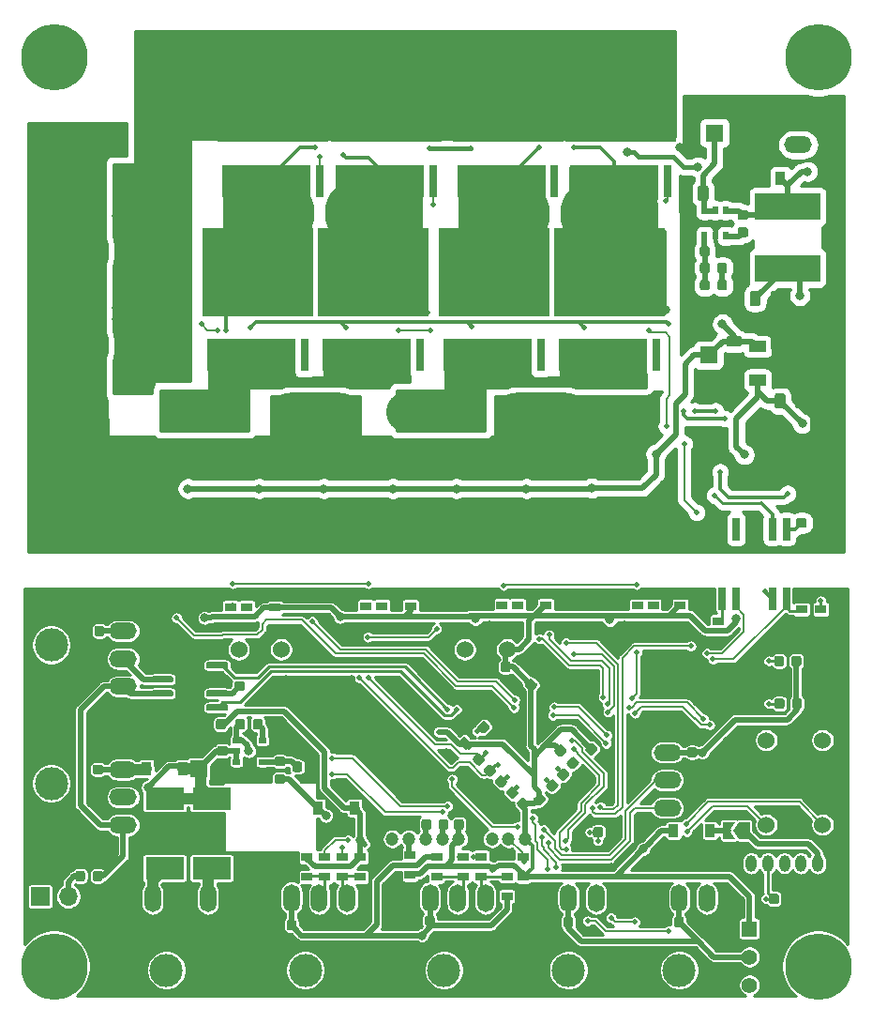
<source format=gbr>
G04 #@! TF.GenerationSoftware,KiCad,Pcbnew,(5.1.5)-3*
G04 #@! TF.CreationDate,2020-03-29T19:43:34+09:00*
G04 #@! TF.ProjectId,SteerMD,53746565-724d-4442-9e6b-696361645f70,rev?*
G04 #@! TF.SameCoordinates,Original*
G04 #@! TF.FileFunction,Copper,L2,Bot*
G04 #@! TF.FilePolarity,Positive*
%FSLAX46Y46*%
G04 Gerber Fmt 4.6, Leading zero omitted, Abs format (unit mm)*
G04 Created by KiCad (PCBNEW (5.1.5)-3) date 2020-03-29 19:43:34*
%MOMM*%
%LPD*%
G04 APERTURE LIST*
%ADD10C,1.524000*%
%ADD11O,8.000000X3.500000*%
%ADD12R,10.000000X8.000000*%
%ADD13R,0.800000X3.000000*%
%ADD14R,8.000000X3.000000*%
%ADD15C,6.000000*%
%ADD16C,0.100000*%
%ADD17C,1.200000*%
%ADD18O,1.500000X2.500000*%
%ADD19C,3.000000*%
%ADD20O,2.500000X1.500000*%
%ADD21O,1.000000X1.524000*%
%ADD22C,6.500000*%
%ADD23R,0.900000X1.200000*%
%ADD24R,1.600000X1.600000*%
%ADD25C,1.600000*%
%ADD26R,1.700000X1.700000*%
%ADD27O,1.700000X1.700000*%
%ADD28R,5.900000X2.450000*%
%ADD29R,0.700000X0.510000*%
%ADD30R,0.640000X2.000000*%
%ADD31R,1.500000X1.000000*%
%ADD32R,1.800000X1.000000*%
%ADD33R,1.840000X2.200000*%
%ADD34R,3.500000X2.000000*%
%ADD35R,1.397000X1.397000*%
%ADD36C,1.397000*%
%ADD37R,1.000000X0.800000*%
%ADD38R,0.510000X0.700000*%
%ADD39C,0.500000*%
%ADD40C,0.800000*%
%ADD41C,1.000000*%
%ADD42C,1.500000*%
%ADD43C,0.500000*%
%ADD44C,0.250000*%
%ADD45C,0.200000*%
%ADD46C,0.300000*%
%ADD47C,1.000000*%
%ADD48C,0.400000*%
%ADD49C,0.254000*%
G04 APERTURE END LIST*
D10*
X96000000Y-107400000D03*
X94090000Y-107400000D03*
X92180000Y-107400000D03*
D11*
X89090000Y-86000000D03*
X99090000Y-86000000D03*
X119500000Y-86000000D03*
X109500000Y-86000000D03*
D10*
X112590000Y-107400000D03*
X114500000Y-107400000D03*
X116410000Y-107400000D03*
D12*
X104350000Y-73350000D03*
D13*
X108550000Y-80850000D03*
D14*
X103750000Y-80850000D03*
D15*
X124250000Y-68100000D03*
X117250000Y-68100000D03*
X103000000Y-68075000D03*
X96000000Y-68075000D03*
D10*
X144890000Y-115590000D03*
X142350000Y-115590000D03*
X139810000Y-115590000D03*
X139810000Y-123210000D03*
X142350000Y-123210000D03*
X144890000Y-123210000D03*
G04 #@! TA.AperFunction,SMDPad,CuDef*
D16*
G36*
X116527691Y-108501053D02*
G01*
X116548926Y-108504203D01*
X116569750Y-108509419D01*
X116589962Y-108516651D01*
X116609368Y-108525830D01*
X116627781Y-108536866D01*
X116645024Y-108549654D01*
X116660930Y-108564070D01*
X116675346Y-108579976D01*
X116688134Y-108597219D01*
X116699170Y-108615632D01*
X116708349Y-108635038D01*
X116715581Y-108655250D01*
X116720797Y-108676074D01*
X116723947Y-108697309D01*
X116725000Y-108718750D01*
X116725000Y-109231250D01*
X116723947Y-109252691D01*
X116720797Y-109273926D01*
X116715581Y-109294750D01*
X116708349Y-109314962D01*
X116699170Y-109334368D01*
X116688134Y-109352781D01*
X116675346Y-109370024D01*
X116660930Y-109385930D01*
X116645024Y-109400346D01*
X116627781Y-109413134D01*
X116609368Y-109424170D01*
X116589962Y-109433349D01*
X116569750Y-109440581D01*
X116548926Y-109445797D01*
X116527691Y-109448947D01*
X116506250Y-109450000D01*
X116068750Y-109450000D01*
X116047309Y-109448947D01*
X116026074Y-109445797D01*
X116005250Y-109440581D01*
X115985038Y-109433349D01*
X115965632Y-109424170D01*
X115947219Y-109413134D01*
X115929976Y-109400346D01*
X115914070Y-109385930D01*
X115899654Y-109370024D01*
X115886866Y-109352781D01*
X115875830Y-109334368D01*
X115866651Y-109314962D01*
X115859419Y-109294750D01*
X115854203Y-109273926D01*
X115851053Y-109252691D01*
X115850000Y-109231250D01*
X115850000Y-108718750D01*
X115851053Y-108697309D01*
X115854203Y-108676074D01*
X115859419Y-108655250D01*
X115866651Y-108635038D01*
X115875830Y-108615632D01*
X115886866Y-108597219D01*
X115899654Y-108579976D01*
X115914070Y-108564070D01*
X115929976Y-108549654D01*
X115947219Y-108536866D01*
X115965632Y-108525830D01*
X115985038Y-108516651D01*
X116005250Y-108509419D01*
X116026074Y-108504203D01*
X116047309Y-108501053D01*
X116068750Y-108500000D01*
X116506250Y-108500000D01*
X116527691Y-108501053D01*
G37*
G04 #@! TD.AperFunction*
G04 #@! TA.AperFunction,SMDPad,CuDef*
G36*
X114952691Y-108501053D02*
G01*
X114973926Y-108504203D01*
X114994750Y-108509419D01*
X115014962Y-108516651D01*
X115034368Y-108525830D01*
X115052781Y-108536866D01*
X115070024Y-108549654D01*
X115085930Y-108564070D01*
X115100346Y-108579976D01*
X115113134Y-108597219D01*
X115124170Y-108615632D01*
X115133349Y-108635038D01*
X115140581Y-108655250D01*
X115145797Y-108676074D01*
X115148947Y-108697309D01*
X115150000Y-108718750D01*
X115150000Y-109231250D01*
X115148947Y-109252691D01*
X115145797Y-109273926D01*
X115140581Y-109294750D01*
X115133349Y-109314962D01*
X115124170Y-109334368D01*
X115113134Y-109352781D01*
X115100346Y-109370024D01*
X115085930Y-109385930D01*
X115070024Y-109400346D01*
X115052781Y-109413134D01*
X115034368Y-109424170D01*
X115014962Y-109433349D01*
X114994750Y-109440581D01*
X114973926Y-109445797D01*
X114952691Y-109448947D01*
X114931250Y-109450000D01*
X114493750Y-109450000D01*
X114472309Y-109448947D01*
X114451074Y-109445797D01*
X114430250Y-109440581D01*
X114410038Y-109433349D01*
X114390632Y-109424170D01*
X114372219Y-109413134D01*
X114354976Y-109400346D01*
X114339070Y-109385930D01*
X114324654Y-109370024D01*
X114311866Y-109352781D01*
X114300830Y-109334368D01*
X114291651Y-109314962D01*
X114284419Y-109294750D01*
X114279203Y-109273926D01*
X114276053Y-109252691D01*
X114275000Y-109231250D01*
X114275000Y-108718750D01*
X114276053Y-108697309D01*
X114279203Y-108676074D01*
X114284419Y-108655250D01*
X114291651Y-108635038D01*
X114300830Y-108615632D01*
X114311866Y-108597219D01*
X114324654Y-108579976D01*
X114339070Y-108564070D01*
X114354976Y-108549654D01*
X114372219Y-108536866D01*
X114390632Y-108525830D01*
X114410038Y-108516651D01*
X114430250Y-108509419D01*
X114451074Y-108504203D01*
X114472309Y-108501053D01*
X114493750Y-108500000D01*
X114931250Y-108500000D01*
X114952691Y-108501053D01*
G37*
G04 #@! TD.AperFunction*
D17*
X118050000Y-124500000D03*
X116550000Y-124500000D03*
X115050000Y-124500000D03*
X113550000Y-124500000D03*
X112050000Y-124500000D03*
X110550000Y-124500000D03*
X109050000Y-124500000D03*
X107550000Y-124500000D03*
X106050000Y-124500000D03*
D18*
X81900000Y-129850000D03*
X84400000Y-129850000D03*
X86900000Y-129850000D03*
X89400000Y-129850000D03*
D19*
X85650000Y-136350000D03*
G04 #@! TA.AperFunction,SMDPad,CuDef*
D16*
G36*
X116851771Y-119789580D02*
G01*
X116873006Y-119792730D01*
X116893830Y-119797946D01*
X116914042Y-119805178D01*
X116933448Y-119814357D01*
X116951861Y-119825393D01*
X116969104Y-119838181D01*
X116985010Y-119852597D01*
X117347403Y-120214990D01*
X117361819Y-120230896D01*
X117374607Y-120248139D01*
X117385643Y-120266552D01*
X117394822Y-120285958D01*
X117402054Y-120306170D01*
X117407270Y-120326994D01*
X117410420Y-120348229D01*
X117411473Y-120369670D01*
X117410420Y-120391111D01*
X117407270Y-120412346D01*
X117402054Y-120433170D01*
X117394822Y-120453382D01*
X117385643Y-120472788D01*
X117374607Y-120491201D01*
X117361819Y-120508444D01*
X117347403Y-120524350D01*
X117038044Y-120833709D01*
X117022138Y-120848125D01*
X117004895Y-120860913D01*
X116986482Y-120871949D01*
X116967076Y-120881128D01*
X116946864Y-120888360D01*
X116926040Y-120893576D01*
X116904805Y-120896726D01*
X116883364Y-120897779D01*
X116861923Y-120896726D01*
X116840688Y-120893576D01*
X116819864Y-120888360D01*
X116799652Y-120881128D01*
X116780246Y-120871949D01*
X116761833Y-120860913D01*
X116744590Y-120848125D01*
X116728684Y-120833709D01*
X116366291Y-120471316D01*
X116351875Y-120455410D01*
X116339087Y-120438167D01*
X116328051Y-120419754D01*
X116318872Y-120400348D01*
X116311640Y-120380136D01*
X116306424Y-120359312D01*
X116303274Y-120338077D01*
X116302221Y-120316636D01*
X116303274Y-120295195D01*
X116306424Y-120273960D01*
X116311640Y-120253136D01*
X116318872Y-120232924D01*
X116328051Y-120213518D01*
X116339087Y-120195105D01*
X116351875Y-120177862D01*
X116366291Y-120161956D01*
X116675650Y-119852597D01*
X116691556Y-119838181D01*
X116708799Y-119825393D01*
X116727212Y-119814357D01*
X116746618Y-119805178D01*
X116766830Y-119797946D01*
X116787654Y-119792730D01*
X116808889Y-119789580D01*
X116830330Y-119788527D01*
X116851771Y-119789580D01*
G37*
G04 #@! TD.AperFunction*
G04 #@! TA.AperFunction,SMDPad,CuDef*
G36*
X115738077Y-120903274D02*
G01*
X115759312Y-120906424D01*
X115780136Y-120911640D01*
X115800348Y-120918872D01*
X115819754Y-120928051D01*
X115838167Y-120939087D01*
X115855410Y-120951875D01*
X115871316Y-120966291D01*
X116233709Y-121328684D01*
X116248125Y-121344590D01*
X116260913Y-121361833D01*
X116271949Y-121380246D01*
X116281128Y-121399652D01*
X116288360Y-121419864D01*
X116293576Y-121440688D01*
X116296726Y-121461923D01*
X116297779Y-121483364D01*
X116296726Y-121504805D01*
X116293576Y-121526040D01*
X116288360Y-121546864D01*
X116281128Y-121567076D01*
X116271949Y-121586482D01*
X116260913Y-121604895D01*
X116248125Y-121622138D01*
X116233709Y-121638044D01*
X115924350Y-121947403D01*
X115908444Y-121961819D01*
X115891201Y-121974607D01*
X115872788Y-121985643D01*
X115853382Y-121994822D01*
X115833170Y-122002054D01*
X115812346Y-122007270D01*
X115791111Y-122010420D01*
X115769670Y-122011473D01*
X115748229Y-122010420D01*
X115726994Y-122007270D01*
X115706170Y-122002054D01*
X115685958Y-121994822D01*
X115666552Y-121985643D01*
X115648139Y-121974607D01*
X115630896Y-121961819D01*
X115614990Y-121947403D01*
X115252597Y-121585010D01*
X115238181Y-121569104D01*
X115225393Y-121551861D01*
X115214357Y-121533448D01*
X115205178Y-121514042D01*
X115197946Y-121493830D01*
X115192730Y-121473006D01*
X115189580Y-121451771D01*
X115188527Y-121430330D01*
X115189580Y-121408889D01*
X115192730Y-121387654D01*
X115197946Y-121366830D01*
X115205178Y-121346618D01*
X115214357Y-121327212D01*
X115225393Y-121308799D01*
X115238181Y-121291556D01*
X115252597Y-121275650D01*
X115561956Y-120966291D01*
X115577862Y-120951875D01*
X115595105Y-120939087D01*
X115613518Y-120928051D01*
X115632924Y-120918872D01*
X115653136Y-120911640D01*
X115673960Y-120906424D01*
X115695195Y-120903274D01*
X115716636Y-120902221D01*
X115738077Y-120903274D01*
G37*
G04 #@! TD.AperFunction*
D20*
X81750000Y-115750000D03*
X81750000Y-118250000D03*
X81750000Y-120750000D03*
X81750000Y-123250000D03*
D19*
X75250000Y-119500000D03*
X75250000Y-107000000D03*
D20*
X81750000Y-110750000D03*
X81750000Y-108250000D03*
X81750000Y-105750000D03*
X81750000Y-103250000D03*
D19*
X98200000Y-136350000D03*
D18*
X101950000Y-129850000D03*
X99450000Y-129850000D03*
X96950000Y-129850000D03*
X94450000Y-129850000D03*
X106950000Y-129850000D03*
X109450000Y-129850000D03*
X111950000Y-129850000D03*
X114450000Y-129850000D03*
D19*
X110700000Y-136350000D03*
D20*
X142700000Y-59400000D03*
X142700000Y-61900000D03*
X130875000Y-121700000D03*
X130875000Y-119200000D03*
X130875000Y-116700000D03*
X130875000Y-114200000D03*
D21*
X145950000Y-126700000D03*
X144450000Y-126700000D03*
X142950000Y-126700000D03*
X141450000Y-126700000D03*
X139950000Y-126700000D03*
X138450000Y-126700000D03*
D22*
X77200000Y-80000000D03*
X84200000Y-80000000D03*
X84200000Y-71500000D03*
X77200000Y-71500000D03*
G04 #@! TA.AperFunction,SMDPad,CuDef*
D16*
G36*
X113241111Y-112764580D02*
G01*
X113262346Y-112767730D01*
X113283170Y-112772946D01*
X113303382Y-112780178D01*
X113322788Y-112789357D01*
X113341201Y-112800393D01*
X113358444Y-112813181D01*
X113374350Y-112827597D01*
X113683709Y-113136956D01*
X113698125Y-113152862D01*
X113710913Y-113170105D01*
X113721949Y-113188518D01*
X113731128Y-113207924D01*
X113738360Y-113228136D01*
X113743576Y-113248960D01*
X113746726Y-113270195D01*
X113747779Y-113291636D01*
X113746726Y-113313077D01*
X113743576Y-113334312D01*
X113738360Y-113355136D01*
X113731128Y-113375348D01*
X113721949Y-113394754D01*
X113710913Y-113413167D01*
X113698125Y-113430410D01*
X113683709Y-113446316D01*
X113321316Y-113808709D01*
X113305410Y-113823125D01*
X113288167Y-113835913D01*
X113269754Y-113846949D01*
X113250348Y-113856128D01*
X113230136Y-113863360D01*
X113209312Y-113868576D01*
X113188077Y-113871726D01*
X113166636Y-113872779D01*
X113145195Y-113871726D01*
X113123960Y-113868576D01*
X113103136Y-113863360D01*
X113082924Y-113856128D01*
X113063518Y-113846949D01*
X113045105Y-113835913D01*
X113027862Y-113823125D01*
X113011956Y-113808709D01*
X112702597Y-113499350D01*
X112688181Y-113483444D01*
X112675393Y-113466201D01*
X112664357Y-113447788D01*
X112655178Y-113428382D01*
X112647946Y-113408170D01*
X112642730Y-113387346D01*
X112639580Y-113366111D01*
X112638527Y-113344670D01*
X112639580Y-113323229D01*
X112642730Y-113301994D01*
X112647946Y-113281170D01*
X112655178Y-113260958D01*
X112664357Y-113241552D01*
X112675393Y-113223139D01*
X112688181Y-113205896D01*
X112702597Y-113189990D01*
X113064990Y-112827597D01*
X113080896Y-112813181D01*
X113098139Y-112800393D01*
X113116552Y-112789357D01*
X113135958Y-112780178D01*
X113156170Y-112772946D01*
X113176994Y-112767730D01*
X113198229Y-112764580D01*
X113219670Y-112763527D01*
X113241111Y-112764580D01*
G37*
G04 #@! TD.AperFunction*
G04 #@! TA.AperFunction,SMDPad,CuDef*
G36*
X114354805Y-113878274D02*
G01*
X114376040Y-113881424D01*
X114396864Y-113886640D01*
X114417076Y-113893872D01*
X114436482Y-113903051D01*
X114454895Y-113914087D01*
X114472138Y-113926875D01*
X114488044Y-113941291D01*
X114797403Y-114250650D01*
X114811819Y-114266556D01*
X114824607Y-114283799D01*
X114835643Y-114302212D01*
X114844822Y-114321618D01*
X114852054Y-114341830D01*
X114857270Y-114362654D01*
X114860420Y-114383889D01*
X114861473Y-114405330D01*
X114860420Y-114426771D01*
X114857270Y-114448006D01*
X114852054Y-114468830D01*
X114844822Y-114489042D01*
X114835643Y-114508448D01*
X114824607Y-114526861D01*
X114811819Y-114544104D01*
X114797403Y-114560010D01*
X114435010Y-114922403D01*
X114419104Y-114936819D01*
X114401861Y-114949607D01*
X114383448Y-114960643D01*
X114364042Y-114969822D01*
X114343830Y-114977054D01*
X114323006Y-114982270D01*
X114301771Y-114985420D01*
X114280330Y-114986473D01*
X114258889Y-114985420D01*
X114237654Y-114982270D01*
X114216830Y-114977054D01*
X114196618Y-114969822D01*
X114177212Y-114960643D01*
X114158799Y-114949607D01*
X114141556Y-114936819D01*
X114125650Y-114922403D01*
X113816291Y-114613044D01*
X113801875Y-114597138D01*
X113789087Y-114579895D01*
X113778051Y-114561482D01*
X113768872Y-114542076D01*
X113761640Y-114521864D01*
X113756424Y-114501040D01*
X113753274Y-114479805D01*
X113752221Y-114458364D01*
X113753274Y-114436923D01*
X113756424Y-114415688D01*
X113761640Y-114394864D01*
X113768872Y-114374652D01*
X113778051Y-114355246D01*
X113789087Y-114336833D01*
X113801875Y-114319590D01*
X113816291Y-114303684D01*
X114178684Y-113941291D01*
X114194590Y-113926875D01*
X114211833Y-113914087D01*
X114230246Y-113903051D01*
X114249652Y-113893872D01*
X114269864Y-113886640D01*
X114290688Y-113881424D01*
X114311923Y-113878274D01*
X114333364Y-113877221D01*
X114354805Y-113878274D01*
G37*
G04 #@! TD.AperFunction*
D23*
X141100000Y-64950000D03*
X137800000Y-64950000D03*
D14*
X93350000Y-80850000D03*
D13*
X98150000Y-80850000D03*
D12*
X93950000Y-73350000D03*
D23*
X87150000Y-118150000D03*
X83850000Y-118150000D03*
G04 #@! TA.AperFunction,SMDPad,CuDef*
D16*
G36*
X79677691Y-127376053D02*
G01*
X79698926Y-127379203D01*
X79719750Y-127384419D01*
X79739962Y-127391651D01*
X79759368Y-127400830D01*
X79777781Y-127411866D01*
X79795024Y-127424654D01*
X79810930Y-127439070D01*
X79825346Y-127454976D01*
X79838134Y-127472219D01*
X79849170Y-127490632D01*
X79858349Y-127510038D01*
X79865581Y-127530250D01*
X79870797Y-127551074D01*
X79873947Y-127572309D01*
X79875000Y-127593750D01*
X79875000Y-128106250D01*
X79873947Y-128127691D01*
X79870797Y-128148926D01*
X79865581Y-128169750D01*
X79858349Y-128189962D01*
X79849170Y-128209368D01*
X79838134Y-128227781D01*
X79825346Y-128245024D01*
X79810930Y-128260930D01*
X79795024Y-128275346D01*
X79777781Y-128288134D01*
X79759368Y-128299170D01*
X79739962Y-128308349D01*
X79719750Y-128315581D01*
X79698926Y-128320797D01*
X79677691Y-128323947D01*
X79656250Y-128325000D01*
X79218750Y-128325000D01*
X79197309Y-128323947D01*
X79176074Y-128320797D01*
X79155250Y-128315581D01*
X79135038Y-128308349D01*
X79115632Y-128299170D01*
X79097219Y-128288134D01*
X79079976Y-128275346D01*
X79064070Y-128260930D01*
X79049654Y-128245024D01*
X79036866Y-128227781D01*
X79025830Y-128209368D01*
X79016651Y-128189962D01*
X79009419Y-128169750D01*
X79004203Y-128148926D01*
X79001053Y-128127691D01*
X79000000Y-128106250D01*
X79000000Y-127593750D01*
X79001053Y-127572309D01*
X79004203Y-127551074D01*
X79009419Y-127530250D01*
X79016651Y-127510038D01*
X79025830Y-127490632D01*
X79036866Y-127472219D01*
X79049654Y-127454976D01*
X79064070Y-127439070D01*
X79079976Y-127424654D01*
X79097219Y-127411866D01*
X79115632Y-127400830D01*
X79135038Y-127391651D01*
X79155250Y-127384419D01*
X79176074Y-127379203D01*
X79197309Y-127376053D01*
X79218750Y-127375000D01*
X79656250Y-127375000D01*
X79677691Y-127376053D01*
G37*
G04 #@! TD.AperFunction*
G04 #@! TA.AperFunction,SMDPad,CuDef*
G36*
X78102691Y-127376053D02*
G01*
X78123926Y-127379203D01*
X78144750Y-127384419D01*
X78164962Y-127391651D01*
X78184368Y-127400830D01*
X78202781Y-127411866D01*
X78220024Y-127424654D01*
X78235930Y-127439070D01*
X78250346Y-127454976D01*
X78263134Y-127472219D01*
X78274170Y-127490632D01*
X78283349Y-127510038D01*
X78290581Y-127530250D01*
X78295797Y-127551074D01*
X78298947Y-127572309D01*
X78300000Y-127593750D01*
X78300000Y-128106250D01*
X78298947Y-128127691D01*
X78295797Y-128148926D01*
X78290581Y-128169750D01*
X78283349Y-128189962D01*
X78274170Y-128209368D01*
X78263134Y-128227781D01*
X78250346Y-128245024D01*
X78235930Y-128260930D01*
X78220024Y-128275346D01*
X78202781Y-128288134D01*
X78184368Y-128299170D01*
X78164962Y-128308349D01*
X78144750Y-128315581D01*
X78123926Y-128320797D01*
X78102691Y-128323947D01*
X78081250Y-128325000D01*
X77643750Y-128325000D01*
X77622309Y-128323947D01*
X77601074Y-128320797D01*
X77580250Y-128315581D01*
X77560038Y-128308349D01*
X77540632Y-128299170D01*
X77522219Y-128288134D01*
X77504976Y-128275346D01*
X77489070Y-128260930D01*
X77474654Y-128245024D01*
X77461866Y-128227781D01*
X77450830Y-128209368D01*
X77441651Y-128189962D01*
X77434419Y-128169750D01*
X77429203Y-128148926D01*
X77426053Y-128127691D01*
X77425000Y-128106250D01*
X77425000Y-127593750D01*
X77426053Y-127572309D01*
X77429203Y-127551074D01*
X77434419Y-127530250D01*
X77441651Y-127510038D01*
X77450830Y-127490632D01*
X77461866Y-127472219D01*
X77474654Y-127454976D01*
X77489070Y-127439070D01*
X77504976Y-127424654D01*
X77522219Y-127411866D01*
X77540632Y-127400830D01*
X77560038Y-127391651D01*
X77580250Y-127384419D01*
X77601074Y-127379203D01*
X77622309Y-127376053D01*
X77643750Y-127375000D01*
X78081250Y-127375000D01*
X78102691Y-127376053D01*
G37*
G04 #@! TD.AperFunction*
G04 #@! TA.AperFunction,SMDPad,CuDef*
G36*
X115851771Y-118789580D02*
G01*
X115873006Y-118792730D01*
X115893830Y-118797946D01*
X115914042Y-118805178D01*
X115933448Y-118814357D01*
X115951861Y-118825393D01*
X115969104Y-118838181D01*
X115985010Y-118852597D01*
X116347403Y-119214990D01*
X116361819Y-119230896D01*
X116374607Y-119248139D01*
X116385643Y-119266552D01*
X116394822Y-119285958D01*
X116402054Y-119306170D01*
X116407270Y-119326994D01*
X116410420Y-119348229D01*
X116411473Y-119369670D01*
X116410420Y-119391111D01*
X116407270Y-119412346D01*
X116402054Y-119433170D01*
X116394822Y-119453382D01*
X116385643Y-119472788D01*
X116374607Y-119491201D01*
X116361819Y-119508444D01*
X116347403Y-119524350D01*
X116038044Y-119833709D01*
X116022138Y-119848125D01*
X116004895Y-119860913D01*
X115986482Y-119871949D01*
X115967076Y-119881128D01*
X115946864Y-119888360D01*
X115926040Y-119893576D01*
X115904805Y-119896726D01*
X115883364Y-119897779D01*
X115861923Y-119896726D01*
X115840688Y-119893576D01*
X115819864Y-119888360D01*
X115799652Y-119881128D01*
X115780246Y-119871949D01*
X115761833Y-119860913D01*
X115744590Y-119848125D01*
X115728684Y-119833709D01*
X115366291Y-119471316D01*
X115351875Y-119455410D01*
X115339087Y-119438167D01*
X115328051Y-119419754D01*
X115318872Y-119400348D01*
X115311640Y-119380136D01*
X115306424Y-119359312D01*
X115303274Y-119338077D01*
X115302221Y-119316636D01*
X115303274Y-119295195D01*
X115306424Y-119273960D01*
X115311640Y-119253136D01*
X115318872Y-119232924D01*
X115328051Y-119213518D01*
X115339087Y-119195105D01*
X115351875Y-119177862D01*
X115366291Y-119161956D01*
X115675650Y-118852597D01*
X115691556Y-118838181D01*
X115708799Y-118825393D01*
X115727212Y-118814357D01*
X115746618Y-118805178D01*
X115766830Y-118797946D01*
X115787654Y-118792730D01*
X115808889Y-118789580D01*
X115830330Y-118788527D01*
X115851771Y-118789580D01*
G37*
G04 #@! TD.AperFunction*
G04 #@! TA.AperFunction,SMDPad,CuDef*
G36*
X114738077Y-119903274D02*
G01*
X114759312Y-119906424D01*
X114780136Y-119911640D01*
X114800348Y-119918872D01*
X114819754Y-119928051D01*
X114838167Y-119939087D01*
X114855410Y-119951875D01*
X114871316Y-119966291D01*
X115233709Y-120328684D01*
X115248125Y-120344590D01*
X115260913Y-120361833D01*
X115271949Y-120380246D01*
X115281128Y-120399652D01*
X115288360Y-120419864D01*
X115293576Y-120440688D01*
X115296726Y-120461923D01*
X115297779Y-120483364D01*
X115296726Y-120504805D01*
X115293576Y-120526040D01*
X115288360Y-120546864D01*
X115281128Y-120567076D01*
X115271949Y-120586482D01*
X115260913Y-120604895D01*
X115248125Y-120622138D01*
X115233709Y-120638044D01*
X114924350Y-120947403D01*
X114908444Y-120961819D01*
X114891201Y-120974607D01*
X114872788Y-120985643D01*
X114853382Y-120994822D01*
X114833170Y-121002054D01*
X114812346Y-121007270D01*
X114791111Y-121010420D01*
X114769670Y-121011473D01*
X114748229Y-121010420D01*
X114726994Y-121007270D01*
X114706170Y-121002054D01*
X114685958Y-120994822D01*
X114666552Y-120985643D01*
X114648139Y-120974607D01*
X114630896Y-120961819D01*
X114614990Y-120947403D01*
X114252597Y-120585010D01*
X114238181Y-120569104D01*
X114225393Y-120551861D01*
X114214357Y-120533448D01*
X114205178Y-120514042D01*
X114197946Y-120493830D01*
X114192730Y-120473006D01*
X114189580Y-120451771D01*
X114188527Y-120430330D01*
X114189580Y-120408889D01*
X114192730Y-120387654D01*
X114197946Y-120366830D01*
X114205178Y-120346618D01*
X114214357Y-120327212D01*
X114225393Y-120308799D01*
X114238181Y-120291556D01*
X114252597Y-120275650D01*
X114561956Y-119966291D01*
X114577862Y-119951875D01*
X114595105Y-119939087D01*
X114613518Y-119928051D01*
X114632924Y-119918872D01*
X114653136Y-119911640D01*
X114673960Y-119906424D01*
X114695195Y-119903274D01*
X114716636Y-119902221D01*
X114738077Y-119903274D01*
G37*
G04 #@! TD.AperFunction*
G04 #@! TA.AperFunction,SMDPad,CuDef*
G36*
X142327691Y-129426053D02*
G01*
X142348926Y-129429203D01*
X142369750Y-129434419D01*
X142389962Y-129441651D01*
X142409368Y-129450830D01*
X142427781Y-129461866D01*
X142445024Y-129474654D01*
X142460930Y-129489070D01*
X142475346Y-129504976D01*
X142488134Y-129522219D01*
X142499170Y-129540632D01*
X142508349Y-129560038D01*
X142515581Y-129580250D01*
X142520797Y-129601074D01*
X142523947Y-129622309D01*
X142525000Y-129643750D01*
X142525000Y-130156250D01*
X142523947Y-130177691D01*
X142520797Y-130198926D01*
X142515581Y-130219750D01*
X142508349Y-130239962D01*
X142499170Y-130259368D01*
X142488134Y-130277781D01*
X142475346Y-130295024D01*
X142460930Y-130310930D01*
X142445024Y-130325346D01*
X142427781Y-130338134D01*
X142409368Y-130349170D01*
X142389962Y-130358349D01*
X142369750Y-130365581D01*
X142348926Y-130370797D01*
X142327691Y-130373947D01*
X142306250Y-130375000D01*
X141868750Y-130375000D01*
X141847309Y-130373947D01*
X141826074Y-130370797D01*
X141805250Y-130365581D01*
X141785038Y-130358349D01*
X141765632Y-130349170D01*
X141747219Y-130338134D01*
X141729976Y-130325346D01*
X141714070Y-130310930D01*
X141699654Y-130295024D01*
X141686866Y-130277781D01*
X141675830Y-130259368D01*
X141666651Y-130239962D01*
X141659419Y-130219750D01*
X141654203Y-130198926D01*
X141651053Y-130177691D01*
X141650000Y-130156250D01*
X141650000Y-129643750D01*
X141651053Y-129622309D01*
X141654203Y-129601074D01*
X141659419Y-129580250D01*
X141666651Y-129560038D01*
X141675830Y-129540632D01*
X141686866Y-129522219D01*
X141699654Y-129504976D01*
X141714070Y-129489070D01*
X141729976Y-129474654D01*
X141747219Y-129461866D01*
X141765632Y-129450830D01*
X141785038Y-129441651D01*
X141805250Y-129434419D01*
X141826074Y-129429203D01*
X141847309Y-129426053D01*
X141868750Y-129425000D01*
X142306250Y-129425000D01*
X142327691Y-129426053D01*
G37*
G04 #@! TD.AperFunction*
G04 #@! TA.AperFunction,SMDPad,CuDef*
G36*
X140752691Y-129426053D02*
G01*
X140773926Y-129429203D01*
X140794750Y-129434419D01*
X140814962Y-129441651D01*
X140834368Y-129450830D01*
X140852781Y-129461866D01*
X140870024Y-129474654D01*
X140885930Y-129489070D01*
X140900346Y-129504976D01*
X140913134Y-129522219D01*
X140924170Y-129540632D01*
X140933349Y-129560038D01*
X140940581Y-129580250D01*
X140945797Y-129601074D01*
X140948947Y-129622309D01*
X140950000Y-129643750D01*
X140950000Y-130156250D01*
X140948947Y-130177691D01*
X140945797Y-130198926D01*
X140940581Y-130219750D01*
X140933349Y-130239962D01*
X140924170Y-130259368D01*
X140913134Y-130277781D01*
X140900346Y-130295024D01*
X140885930Y-130310930D01*
X140870024Y-130325346D01*
X140852781Y-130338134D01*
X140834368Y-130349170D01*
X140814962Y-130358349D01*
X140794750Y-130365581D01*
X140773926Y-130370797D01*
X140752691Y-130373947D01*
X140731250Y-130375000D01*
X140293750Y-130375000D01*
X140272309Y-130373947D01*
X140251074Y-130370797D01*
X140230250Y-130365581D01*
X140210038Y-130358349D01*
X140190632Y-130349170D01*
X140172219Y-130338134D01*
X140154976Y-130325346D01*
X140139070Y-130310930D01*
X140124654Y-130295024D01*
X140111866Y-130277781D01*
X140100830Y-130259368D01*
X140091651Y-130239962D01*
X140084419Y-130219750D01*
X140079203Y-130198926D01*
X140076053Y-130177691D01*
X140075000Y-130156250D01*
X140075000Y-129643750D01*
X140076053Y-129622309D01*
X140079203Y-129601074D01*
X140084419Y-129580250D01*
X140091651Y-129560038D01*
X140100830Y-129540632D01*
X140111866Y-129522219D01*
X140124654Y-129504976D01*
X140139070Y-129489070D01*
X140154976Y-129474654D01*
X140172219Y-129461866D01*
X140190632Y-129450830D01*
X140210038Y-129441651D01*
X140230250Y-129434419D01*
X140251074Y-129429203D01*
X140272309Y-129426053D01*
X140293750Y-129425000D01*
X140731250Y-129425000D01*
X140752691Y-129426053D01*
G37*
G04 #@! TD.AperFunction*
G04 #@! TA.AperFunction,SMDPad,CuDef*
G36*
X119391111Y-120364580D02*
G01*
X119412346Y-120367730D01*
X119433170Y-120372946D01*
X119453382Y-120380178D01*
X119472788Y-120389357D01*
X119491201Y-120400393D01*
X119508444Y-120413181D01*
X119524350Y-120427597D01*
X119833709Y-120736956D01*
X119848125Y-120752862D01*
X119860913Y-120770105D01*
X119871949Y-120788518D01*
X119881128Y-120807924D01*
X119888360Y-120828136D01*
X119893576Y-120848960D01*
X119896726Y-120870195D01*
X119897779Y-120891636D01*
X119896726Y-120913077D01*
X119893576Y-120934312D01*
X119888360Y-120955136D01*
X119881128Y-120975348D01*
X119871949Y-120994754D01*
X119860913Y-121013167D01*
X119848125Y-121030410D01*
X119833709Y-121046316D01*
X119471316Y-121408709D01*
X119455410Y-121423125D01*
X119438167Y-121435913D01*
X119419754Y-121446949D01*
X119400348Y-121456128D01*
X119380136Y-121463360D01*
X119359312Y-121468576D01*
X119338077Y-121471726D01*
X119316636Y-121472779D01*
X119295195Y-121471726D01*
X119273960Y-121468576D01*
X119253136Y-121463360D01*
X119232924Y-121456128D01*
X119213518Y-121446949D01*
X119195105Y-121435913D01*
X119177862Y-121423125D01*
X119161956Y-121408709D01*
X118852597Y-121099350D01*
X118838181Y-121083444D01*
X118825393Y-121066201D01*
X118814357Y-121047788D01*
X118805178Y-121028382D01*
X118797946Y-121008170D01*
X118792730Y-120987346D01*
X118789580Y-120966111D01*
X118788527Y-120944670D01*
X118789580Y-120923229D01*
X118792730Y-120901994D01*
X118797946Y-120881170D01*
X118805178Y-120860958D01*
X118814357Y-120841552D01*
X118825393Y-120823139D01*
X118838181Y-120805896D01*
X118852597Y-120789990D01*
X119214990Y-120427597D01*
X119230896Y-120413181D01*
X119248139Y-120400393D01*
X119266552Y-120389357D01*
X119285958Y-120380178D01*
X119306170Y-120372946D01*
X119326994Y-120367730D01*
X119348229Y-120364580D01*
X119369670Y-120363527D01*
X119391111Y-120364580D01*
G37*
G04 #@! TD.AperFunction*
G04 #@! TA.AperFunction,SMDPad,CuDef*
G36*
X120504805Y-121478274D02*
G01*
X120526040Y-121481424D01*
X120546864Y-121486640D01*
X120567076Y-121493872D01*
X120586482Y-121503051D01*
X120604895Y-121514087D01*
X120622138Y-121526875D01*
X120638044Y-121541291D01*
X120947403Y-121850650D01*
X120961819Y-121866556D01*
X120974607Y-121883799D01*
X120985643Y-121902212D01*
X120994822Y-121921618D01*
X121002054Y-121941830D01*
X121007270Y-121962654D01*
X121010420Y-121983889D01*
X121011473Y-122005330D01*
X121010420Y-122026771D01*
X121007270Y-122048006D01*
X121002054Y-122068830D01*
X120994822Y-122089042D01*
X120985643Y-122108448D01*
X120974607Y-122126861D01*
X120961819Y-122144104D01*
X120947403Y-122160010D01*
X120585010Y-122522403D01*
X120569104Y-122536819D01*
X120551861Y-122549607D01*
X120533448Y-122560643D01*
X120514042Y-122569822D01*
X120493830Y-122577054D01*
X120473006Y-122582270D01*
X120451771Y-122585420D01*
X120430330Y-122586473D01*
X120408889Y-122585420D01*
X120387654Y-122582270D01*
X120366830Y-122577054D01*
X120346618Y-122569822D01*
X120327212Y-122560643D01*
X120308799Y-122549607D01*
X120291556Y-122536819D01*
X120275650Y-122522403D01*
X119966291Y-122213044D01*
X119951875Y-122197138D01*
X119939087Y-122179895D01*
X119928051Y-122161482D01*
X119918872Y-122142076D01*
X119911640Y-122121864D01*
X119906424Y-122101040D01*
X119903274Y-122079805D01*
X119902221Y-122058364D01*
X119903274Y-122036923D01*
X119906424Y-122015688D01*
X119911640Y-121994864D01*
X119918872Y-121974652D01*
X119928051Y-121955246D01*
X119939087Y-121936833D01*
X119951875Y-121919590D01*
X119966291Y-121903684D01*
X120328684Y-121541291D01*
X120344590Y-121526875D01*
X120361833Y-121514087D01*
X120380246Y-121503051D01*
X120399652Y-121493872D01*
X120419864Y-121486640D01*
X120440688Y-121481424D01*
X120461923Y-121478274D01*
X120483364Y-121477221D01*
X120504805Y-121478274D01*
G37*
G04 #@! TD.AperFunction*
G04 #@! TA.AperFunction,SMDPad,CuDef*
G36*
X125204805Y-116978274D02*
G01*
X125226040Y-116981424D01*
X125246864Y-116986640D01*
X125267076Y-116993872D01*
X125286482Y-117003051D01*
X125304895Y-117014087D01*
X125322138Y-117026875D01*
X125338044Y-117041291D01*
X125647403Y-117350650D01*
X125661819Y-117366556D01*
X125674607Y-117383799D01*
X125685643Y-117402212D01*
X125694822Y-117421618D01*
X125702054Y-117441830D01*
X125707270Y-117462654D01*
X125710420Y-117483889D01*
X125711473Y-117505330D01*
X125710420Y-117526771D01*
X125707270Y-117548006D01*
X125702054Y-117568830D01*
X125694822Y-117589042D01*
X125685643Y-117608448D01*
X125674607Y-117626861D01*
X125661819Y-117644104D01*
X125647403Y-117660010D01*
X125285010Y-118022403D01*
X125269104Y-118036819D01*
X125251861Y-118049607D01*
X125233448Y-118060643D01*
X125214042Y-118069822D01*
X125193830Y-118077054D01*
X125173006Y-118082270D01*
X125151771Y-118085420D01*
X125130330Y-118086473D01*
X125108889Y-118085420D01*
X125087654Y-118082270D01*
X125066830Y-118077054D01*
X125046618Y-118069822D01*
X125027212Y-118060643D01*
X125008799Y-118049607D01*
X124991556Y-118036819D01*
X124975650Y-118022403D01*
X124666291Y-117713044D01*
X124651875Y-117697138D01*
X124639087Y-117679895D01*
X124628051Y-117661482D01*
X124618872Y-117642076D01*
X124611640Y-117621864D01*
X124606424Y-117601040D01*
X124603274Y-117579805D01*
X124602221Y-117558364D01*
X124603274Y-117536923D01*
X124606424Y-117515688D01*
X124611640Y-117494864D01*
X124618872Y-117474652D01*
X124628051Y-117455246D01*
X124639087Y-117436833D01*
X124651875Y-117419590D01*
X124666291Y-117403684D01*
X125028684Y-117041291D01*
X125044590Y-117026875D01*
X125061833Y-117014087D01*
X125080246Y-117003051D01*
X125099652Y-116993872D01*
X125119864Y-116986640D01*
X125140688Y-116981424D01*
X125161923Y-116978274D01*
X125183364Y-116977221D01*
X125204805Y-116978274D01*
G37*
G04 #@! TD.AperFunction*
G04 #@! TA.AperFunction,SMDPad,CuDef*
G36*
X124091111Y-115864580D02*
G01*
X124112346Y-115867730D01*
X124133170Y-115872946D01*
X124153382Y-115880178D01*
X124172788Y-115889357D01*
X124191201Y-115900393D01*
X124208444Y-115913181D01*
X124224350Y-115927597D01*
X124533709Y-116236956D01*
X124548125Y-116252862D01*
X124560913Y-116270105D01*
X124571949Y-116288518D01*
X124581128Y-116307924D01*
X124588360Y-116328136D01*
X124593576Y-116348960D01*
X124596726Y-116370195D01*
X124597779Y-116391636D01*
X124596726Y-116413077D01*
X124593576Y-116434312D01*
X124588360Y-116455136D01*
X124581128Y-116475348D01*
X124571949Y-116494754D01*
X124560913Y-116513167D01*
X124548125Y-116530410D01*
X124533709Y-116546316D01*
X124171316Y-116908709D01*
X124155410Y-116923125D01*
X124138167Y-116935913D01*
X124119754Y-116946949D01*
X124100348Y-116956128D01*
X124080136Y-116963360D01*
X124059312Y-116968576D01*
X124038077Y-116971726D01*
X124016636Y-116972779D01*
X123995195Y-116971726D01*
X123973960Y-116968576D01*
X123953136Y-116963360D01*
X123932924Y-116956128D01*
X123913518Y-116946949D01*
X123895105Y-116935913D01*
X123877862Y-116923125D01*
X123861956Y-116908709D01*
X123552597Y-116599350D01*
X123538181Y-116583444D01*
X123525393Y-116566201D01*
X123514357Y-116547788D01*
X123505178Y-116528382D01*
X123497946Y-116508170D01*
X123492730Y-116487346D01*
X123489580Y-116466111D01*
X123488527Y-116444670D01*
X123489580Y-116423229D01*
X123492730Y-116401994D01*
X123497946Y-116381170D01*
X123505178Y-116360958D01*
X123514357Y-116341552D01*
X123525393Y-116323139D01*
X123538181Y-116305896D01*
X123552597Y-116289990D01*
X123914990Y-115927597D01*
X123930896Y-115913181D01*
X123948139Y-115900393D01*
X123966552Y-115889357D01*
X123985958Y-115880178D01*
X124006170Y-115872946D01*
X124026994Y-115867730D01*
X124048229Y-115864580D01*
X124069670Y-115863527D01*
X124091111Y-115864580D01*
G37*
G04 #@! TD.AperFunction*
G04 #@! TA.AperFunction,SMDPad,CuDef*
G36*
X79827691Y-105276053D02*
G01*
X79848926Y-105279203D01*
X79869750Y-105284419D01*
X79889962Y-105291651D01*
X79909368Y-105300830D01*
X79927781Y-105311866D01*
X79945024Y-105324654D01*
X79960930Y-105339070D01*
X79975346Y-105354976D01*
X79988134Y-105372219D01*
X79999170Y-105390632D01*
X80008349Y-105410038D01*
X80015581Y-105430250D01*
X80020797Y-105451074D01*
X80023947Y-105472309D01*
X80025000Y-105493750D01*
X80025000Y-106006250D01*
X80023947Y-106027691D01*
X80020797Y-106048926D01*
X80015581Y-106069750D01*
X80008349Y-106089962D01*
X79999170Y-106109368D01*
X79988134Y-106127781D01*
X79975346Y-106145024D01*
X79960930Y-106160930D01*
X79945024Y-106175346D01*
X79927781Y-106188134D01*
X79909368Y-106199170D01*
X79889962Y-106208349D01*
X79869750Y-106215581D01*
X79848926Y-106220797D01*
X79827691Y-106223947D01*
X79806250Y-106225000D01*
X79368750Y-106225000D01*
X79347309Y-106223947D01*
X79326074Y-106220797D01*
X79305250Y-106215581D01*
X79285038Y-106208349D01*
X79265632Y-106199170D01*
X79247219Y-106188134D01*
X79229976Y-106175346D01*
X79214070Y-106160930D01*
X79199654Y-106145024D01*
X79186866Y-106127781D01*
X79175830Y-106109368D01*
X79166651Y-106089962D01*
X79159419Y-106069750D01*
X79154203Y-106048926D01*
X79151053Y-106027691D01*
X79150000Y-106006250D01*
X79150000Y-105493750D01*
X79151053Y-105472309D01*
X79154203Y-105451074D01*
X79159419Y-105430250D01*
X79166651Y-105410038D01*
X79175830Y-105390632D01*
X79186866Y-105372219D01*
X79199654Y-105354976D01*
X79214070Y-105339070D01*
X79229976Y-105324654D01*
X79247219Y-105311866D01*
X79265632Y-105300830D01*
X79285038Y-105291651D01*
X79305250Y-105284419D01*
X79326074Y-105279203D01*
X79347309Y-105276053D01*
X79368750Y-105275000D01*
X79806250Y-105275000D01*
X79827691Y-105276053D01*
G37*
G04 #@! TD.AperFunction*
G04 #@! TA.AperFunction,SMDPad,CuDef*
G36*
X78252691Y-105276053D02*
G01*
X78273926Y-105279203D01*
X78294750Y-105284419D01*
X78314962Y-105291651D01*
X78334368Y-105300830D01*
X78352781Y-105311866D01*
X78370024Y-105324654D01*
X78385930Y-105339070D01*
X78400346Y-105354976D01*
X78413134Y-105372219D01*
X78424170Y-105390632D01*
X78433349Y-105410038D01*
X78440581Y-105430250D01*
X78445797Y-105451074D01*
X78448947Y-105472309D01*
X78450000Y-105493750D01*
X78450000Y-106006250D01*
X78448947Y-106027691D01*
X78445797Y-106048926D01*
X78440581Y-106069750D01*
X78433349Y-106089962D01*
X78424170Y-106109368D01*
X78413134Y-106127781D01*
X78400346Y-106145024D01*
X78385930Y-106160930D01*
X78370024Y-106175346D01*
X78352781Y-106188134D01*
X78334368Y-106199170D01*
X78314962Y-106208349D01*
X78294750Y-106215581D01*
X78273926Y-106220797D01*
X78252691Y-106223947D01*
X78231250Y-106225000D01*
X77793750Y-106225000D01*
X77772309Y-106223947D01*
X77751074Y-106220797D01*
X77730250Y-106215581D01*
X77710038Y-106208349D01*
X77690632Y-106199170D01*
X77672219Y-106188134D01*
X77654976Y-106175346D01*
X77639070Y-106160930D01*
X77624654Y-106145024D01*
X77611866Y-106127781D01*
X77600830Y-106109368D01*
X77591651Y-106089962D01*
X77584419Y-106069750D01*
X77579203Y-106048926D01*
X77576053Y-106027691D01*
X77575000Y-106006250D01*
X77575000Y-105493750D01*
X77576053Y-105472309D01*
X77579203Y-105451074D01*
X77584419Y-105430250D01*
X77591651Y-105410038D01*
X77600830Y-105390632D01*
X77611866Y-105372219D01*
X77624654Y-105354976D01*
X77639070Y-105339070D01*
X77654976Y-105324654D01*
X77672219Y-105311866D01*
X77690632Y-105300830D01*
X77710038Y-105291651D01*
X77730250Y-105284419D01*
X77751074Y-105279203D01*
X77772309Y-105276053D01*
X77793750Y-105275000D01*
X78231250Y-105275000D01*
X78252691Y-105276053D01*
G37*
G04 #@! TD.AperFunction*
G04 #@! TA.AperFunction,SMDPad,CuDef*
G36*
X119614270Y-108889259D02*
G01*
X119635338Y-108893378D01*
X119655901Y-108899542D01*
X119675761Y-108907692D01*
X119694726Y-108917750D01*
X119712614Y-108929618D01*
X119729253Y-108943182D01*
X120110115Y-109286112D01*
X120125345Y-109301242D01*
X120139017Y-109317792D01*
X120151002Y-109335602D01*
X120161184Y-109354501D01*
X120169464Y-109374307D01*
X120175762Y-109394829D01*
X120180019Y-109415870D01*
X120182193Y-109437227D01*
X120182263Y-109458694D01*
X120180229Y-109480064D01*
X120176110Y-109501132D01*
X120169946Y-109521695D01*
X120161796Y-109541555D01*
X120151738Y-109560520D01*
X120139870Y-109578409D01*
X120126306Y-109595047D01*
X119833562Y-109920173D01*
X119818432Y-109935402D01*
X119801883Y-109949075D01*
X119784073Y-109961060D01*
X119765174Y-109971241D01*
X119745368Y-109979521D01*
X119724845Y-109985820D01*
X119703805Y-109990077D01*
X119682448Y-109992251D01*
X119660981Y-109992321D01*
X119639610Y-109990287D01*
X119618542Y-109986168D01*
X119597979Y-109980004D01*
X119578119Y-109971854D01*
X119559154Y-109961796D01*
X119541266Y-109949928D01*
X119524627Y-109936364D01*
X119143765Y-109593434D01*
X119128535Y-109578304D01*
X119114863Y-109561754D01*
X119102878Y-109543944D01*
X119092696Y-109525045D01*
X119084416Y-109505239D01*
X119078118Y-109484717D01*
X119073861Y-109463676D01*
X119071687Y-109442319D01*
X119071617Y-109420852D01*
X119073651Y-109399482D01*
X119077770Y-109378414D01*
X119083934Y-109357851D01*
X119092084Y-109337991D01*
X119102142Y-109319026D01*
X119114010Y-109301137D01*
X119127574Y-109284499D01*
X119420318Y-108959373D01*
X119435448Y-108944144D01*
X119451997Y-108930471D01*
X119469807Y-108918486D01*
X119488706Y-108908305D01*
X119508512Y-108900025D01*
X119529035Y-108893726D01*
X119550075Y-108889469D01*
X119571432Y-108887295D01*
X119592899Y-108887225D01*
X119614270Y-108889259D01*
G37*
G04 #@! TD.AperFunction*
G04 #@! TA.AperFunction,SMDPad,CuDef*
G36*
X118560390Y-110059713D02*
G01*
X118581458Y-110063832D01*
X118602021Y-110069996D01*
X118621881Y-110078146D01*
X118640846Y-110088204D01*
X118658734Y-110100072D01*
X118675373Y-110113636D01*
X119056235Y-110456566D01*
X119071465Y-110471696D01*
X119085137Y-110488246D01*
X119097122Y-110506056D01*
X119107304Y-110524955D01*
X119115584Y-110544761D01*
X119121882Y-110565283D01*
X119126139Y-110586324D01*
X119128313Y-110607681D01*
X119128383Y-110629148D01*
X119126349Y-110650518D01*
X119122230Y-110671586D01*
X119116066Y-110692149D01*
X119107916Y-110712009D01*
X119097858Y-110730974D01*
X119085990Y-110748863D01*
X119072426Y-110765501D01*
X118779682Y-111090627D01*
X118764552Y-111105856D01*
X118748003Y-111119529D01*
X118730193Y-111131514D01*
X118711294Y-111141695D01*
X118691488Y-111149975D01*
X118670965Y-111156274D01*
X118649925Y-111160531D01*
X118628568Y-111162705D01*
X118607101Y-111162775D01*
X118585730Y-111160741D01*
X118564662Y-111156622D01*
X118544099Y-111150458D01*
X118524239Y-111142308D01*
X118505274Y-111132250D01*
X118487386Y-111120382D01*
X118470747Y-111106818D01*
X118089885Y-110763888D01*
X118074655Y-110748758D01*
X118060983Y-110732208D01*
X118048998Y-110714398D01*
X118038816Y-110695499D01*
X118030536Y-110675693D01*
X118024238Y-110655171D01*
X118019981Y-110634130D01*
X118017807Y-110612773D01*
X118017737Y-110591306D01*
X118019771Y-110569936D01*
X118023890Y-110548868D01*
X118030054Y-110528305D01*
X118038204Y-110508445D01*
X118048262Y-110489480D01*
X118060130Y-110471591D01*
X118073694Y-110454953D01*
X118366438Y-110129827D01*
X118381568Y-110114598D01*
X118398117Y-110100925D01*
X118415927Y-110088940D01*
X118434826Y-110078759D01*
X118454632Y-110070479D01*
X118475155Y-110064180D01*
X118496195Y-110059923D01*
X118517552Y-110057749D01*
X118539019Y-110057679D01*
X118560390Y-110059713D01*
G37*
G04 #@! TD.AperFunction*
G04 #@! TA.AperFunction,SMDPad,CuDef*
G36*
X116738077Y-121903274D02*
G01*
X116759312Y-121906424D01*
X116780136Y-121911640D01*
X116800348Y-121918872D01*
X116819754Y-121928051D01*
X116838167Y-121939087D01*
X116855410Y-121951875D01*
X116871316Y-121966291D01*
X117233709Y-122328684D01*
X117248125Y-122344590D01*
X117260913Y-122361833D01*
X117271949Y-122380246D01*
X117281128Y-122399652D01*
X117288360Y-122419864D01*
X117293576Y-122440688D01*
X117296726Y-122461923D01*
X117297779Y-122483364D01*
X117296726Y-122504805D01*
X117293576Y-122526040D01*
X117288360Y-122546864D01*
X117281128Y-122567076D01*
X117271949Y-122586482D01*
X117260913Y-122604895D01*
X117248125Y-122622138D01*
X117233709Y-122638044D01*
X116924350Y-122947403D01*
X116908444Y-122961819D01*
X116891201Y-122974607D01*
X116872788Y-122985643D01*
X116853382Y-122994822D01*
X116833170Y-123002054D01*
X116812346Y-123007270D01*
X116791111Y-123010420D01*
X116769670Y-123011473D01*
X116748229Y-123010420D01*
X116726994Y-123007270D01*
X116706170Y-123002054D01*
X116685958Y-122994822D01*
X116666552Y-122985643D01*
X116648139Y-122974607D01*
X116630896Y-122961819D01*
X116614990Y-122947403D01*
X116252597Y-122585010D01*
X116238181Y-122569104D01*
X116225393Y-122551861D01*
X116214357Y-122533448D01*
X116205178Y-122514042D01*
X116197946Y-122493830D01*
X116192730Y-122473006D01*
X116189580Y-122451771D01*
X116188527Y-122430330D01*
X116189580Y-122408889D01*
X116192730Y-122387654D01*
X116197946Y-122366830D01*
X116205178Y-122346618D01*
X116214357Y-122327212D01*
X116225393Y-122308799D01*
X116238181Y-122291556D01*
X116252597Y-122275650D01*
X116561956Y-121966291D01*
X116577862Y-121951875D01*
X116595105Y-121939087D01*
X116613518Y-121928051D01*
X116632924Y-121918872D01*
X116653136Y-121911640D01*
X116673960Y-121906424D01*
X116695195Y-121903274D01*
X116716636Y-121902221D01*
X116738077Y-121903274D01*
G37*
G04 #@! TD.AperFunction*
G04 #@! TA.AperFunction,SMDPad,CuDef*
G36*
X117851771Y-120789580D02*
G01*
X117873006Y-120792730D01*
X117893830Y-120797946D01*
X117914042Y-120805178D01*
X117933448Y-120814357D01*
X117951861Y-120825393D01*
X117969104Y-120838181D01*
X117985010Y-120852597D01*
X118347403Y-121214990D01*
X118361819Y-121230896D01*
X118374607Y-121248139D01*
X118385643Y-121266552D01*
X118394822Y-121285958D01*
X118402054Y-121306170D01*
X118407270Y-121326994D01*
X118410420Y-121348229D01*
X118411473Y-121369670D01*
X118410420Y-121391111D01*
X118407270Y-121412346D01*
X118402054Y-121433170D01*
X118394822Y-121453382D01*
X118385643Y-121472788D01*
X118374607Y-121491201D01*
X118361819Y-121508444D01*
X118347403Y-121524350D01*
X118038044Y-121833709D01*
X118022138Y-121848125D01*
X118004895Y-121860913D01*
X117986482Y-121871949D01*
X117967076Y-121881128D01*
X117946864Y-121888360D01*
X117926040Y-121893576D01*
X117904805Y-121896726D01*
X117883364Y-121897779D01*
X117861923Y-121896726D01*
X117840688Y-121893576D01*
X117819864Y-121888360D01*
X117799652Y-121881128D01*
X117780246Y-121871949D01*
X117761833Y-121860913D01*
X117744590Y-121848125D01*
X117728684Y-121833709D01*
X117366291Y-121471316D01*
X117351875Y-121455410D01*
X117339087Y-121438167D01*
X117328051Y-121419754D01*
X117318872Y-121400348D01*
X117311640Y-121380136D01*
X117306424Y-121359312D01*
X117303274Y-121338077D01*
X117302221Y-121316636D01*
X117303274Y-121295195D01*
X117306424Y-121273960D01*
X117311640Y-121253136D01*
X117318872Y-121232924D01*
X117328051Y-121213518D01*
X117339087Y-121195105D01*
X117351875Y-121177862D01*
X117366291Y-121161956D01*
X117675650Y-120852597D01*
X117691556Y-120838181D01*
X117708799Y-120825393D01*
X117727212Y-120814357D01*
X117746618Y-120805178D01*
X117766830Y-120797946D01*
X117787654Y-120792730D01*
X117808889Y-120789580D01*
X117830330Y-120788527D01*
X117851771Y-120789580D01*
G37*
G04 #@! TD.AperFunction*
G04 #@! TA.AperFunction,SMDPad,CuDef*
G36*
X79727691Y-117801053D02*
G01*
X79748926Y-117804203D01*
X79769750Y-117809419D01*
X79789962Y-117816651D01*
X79809368Y-117825830D01*
X79827781Y-117836866D01*
X79845024Y-117849654D01*
X79860930Y-117864070D01*
X79875346Y-117879976D01*
X79888134Y-117897219D01*
X79899170Y-117915632D01*
X79908349Y-117935038D01*
X79915581Y-117955250D01*
X79920797Y-117976074D01*
X79923947Y-117997309D01*
X79925000Y-118018750D01*
X79925000Y-118456250D01*
X79923947Y-118477691D01*
X79920797Y-118498926D01*
X79915581Y-118519750D01*
X79908349Y-118539962D01*
X79899170Y-118559368D01*
X79888134Y-118577781D01*
X79875346Y-118595024D01*
X79860930Y-118610930D01*
X79845024Y-118625346D01*
X79827781Y-118638134D01*
X79809368Y-118649170D01*
X79789962Y-118658349D01*
X79769750Y-118665581D01*
X79748926Y-118670797D01*
X79727691Y-118673947D01*
X79706250Y-118675000D01*
X79193750Y-118675000D01*
X79172309Y-118673947D01*
X79151074Y-118670797D01*
X79130250Y-118665581D01*
X79110038Y-118658349D01*
X79090632Y-118649170D01*
X79072219Y-118638134D01*
X79054976Y-118625346D01*
X79039070Y-118610930D01*
X79024654Y-118595024D01*
X79011866Y-118577781D01*
X79000830Y-118559368D01*
X78991651Y-118539962D01*
X78984419Y-118519750D01*
X78979203Y-118498926D01*
X78976053Y-118477691D01*
X78975000Y-118456250D01*
X78975000Y-118018750D01*
X78976053Y-117997309D01*
X78979203Y-117976074D01*
X78984419Y-117955250D01*
X78991651Y-117935038D01*
X79000830Y-117915632D01*
X79011866Y-117897219D01*
X79024654Y-117879976D01*
X79039070Y-117864070D01*
X79054976Y-117849654D01*
X79072219Y-117836866D01*
X79090632Y-117825830D01*
X79110038Y-117816651D01*
X79130250Y-117809419D01*
X79151074Y-117804203D01*
X79172309Y-117801053D01*
X79193750Y-117800000D01*
X79706250Y-117800000D01*
X79727691Y-117801053D01*
G37*
G04 #@! TD.AperFunction*
G04 #@! TA.AperFunction,SMDPad,CuDef*
G36*
X79727691Y-116226053D02*
G01*
X79748926Y-116229203D01*
X79769750Y-116234419D01*
X79789962Y-116241651D01*
X79809368Y-116250830D01*
X79827781Y-116261866D01*
X79845024Y-116274654D01*
X79860930Y-116289070D01*
X79875346Y-116304976D01*
X79888134Y-116322219D01*
X79899170Y-116340632D01*
X79908349Y-116360038D01*
X79915581Y-116380250D01*
X79920797Y-116401074D01*
X79923947Y-116422309D01*
X79925000Y-116443750D01*
X79925000Y-116881250D01*
X79923947Y-116902691D01*
X79920797Y-116923926D01*
X79915581Y-116944750D01*
X79908349Y-116964962D01*
X79899170Y-116984368D01*
X79888134Y-117002781D01*
X79875346Y-117020024D01*
X79860930Y-117035930D01*
X79845024Y-117050346D01*
X79827781Y-117063134D01*
X79809368Y-117074170D01*
X79789962Y-117083349D01*
X79769750Y-117090581D01*
X79748926Y-117095797D01*
X79727691Y-117098947D01*
X79706250Y-117100000D01*
X79193750Y-117100000D01*
X79172309Y-117098947D01*
X79151074Y-117095797D01*
X79130250Y-117090581D01*
X79110038Y-117083349D01*
X79090632Y-117074170D01*
X79072219Y-117063134D01*
X79054976Y-117050346D01*
X79039070Y-117035930D01*
X79024654Y-117020024D01*
X79011866Y-117002781D01*
X79000830Y-116984368D01*
X78991651Y-116964962D01*
X78984419Y-116944750D01*
X78979203Y-116923926D01*
X78976053Y-116902691D01*
X78975000Y-116881250D01*
X78975000Y-116443750D01*
X78976053Y-116422309D01*
X78979203Y-116401074D01*
X78984419Y-116380250D01*
X78991651Y-116360038D01*
X79000830Y-116340632D01*
X79011866Y-116322219D01*
X79024654Y-116304976D01*
X79039070Y-116289070D01*
X79054976Y-116274654D01*
X79072219Y-116261866D01*
X79090632Y-116250830D01*
X79110038Y-116241651D01*
X79130250Y-116234419D01*
X79151074Y-116229203D01*
X79172309Y-116226053D01*
X79193750Y-116225000D01*
X79706250Y-116225000D01*
X79727691Y-116226053D01*
G37*
G04 #@! TD.AperFunction*
G04 #@! TA.AperFunction,SMDPad,CuDef*
G36*
X133402691Y-114676053D02*
G01*
X133423926Y-114679203D01*
X133444750Y-114684419D01*
X133464962Y-114691651D01*
X133484368Y-114700830D01*
X133502781Y-114711866D01*
X133520024Y-114724654D01*
X133535930Y-114739070D01*
X133550346Y-114754976D01*
X133563134Y-114772219D01*
X133574170Y-114790632D01*
X133583349Y-114810038D01*
X133590581Y-114830250D01*
X133595797Y-114851074D01*
X133598947Y-114872309D01*
X133600000Y-114893750D01*
X133600000Y-115331250D01*
X133598947Y-115352691D01*
X133595797Y-115373926D01*
X133590581Y-115394750D01*
X133583349Y-115414962D01*
X133574170Y-115434368D01*
X133563134Y-115452781D01*
X133550346Y-115470024D01*
X133535930Y-115485930D01*
X133520024Y-115500346D01*
X133502781Y-115513134D01*
X133484368Y-115524170D01*
X133464962Y-115533349D01*
X133444750Y-115540581D01*
X133423926Y-115545797D01*
X133402691Y-115548947D01*
X133381250Y-115550000D01*
X132868750Y-115550000D01*
X132847309Y-115548947D01*
X132826074Y-115545797D01*
X132805250Y-115540581D01*
X132785038Y-115533349D01*
X132765632Y-115524170D01*
X132747219Y-115513134D01*
X132729976Y-115500346D01*
X132714070Y-115485930D01*
X132699654Y-115470024D01*
X132686866Y-115452781D01*
X132675830Y-115434368D01*
X132666651Y-115414962D01*
X132659419Y-115394750D01*
X132654203Y-115373926D01*
X132651053Y-115352691D01*
X132650000Y-115331250D01*
X132650000Y-114893750D01*
X132651053Y-114872309D01*
X132654203Y-114851074D01*
X132659419Y-114830250D01*
X132666651Y-114810038D01*
X132675830Y-114790632D01*
X132686866Y-114772219D01*
X132699654Y-114754976D01*
X132714070Y-114739070D01*
X132729976Y-114724654D01*
X132747219Y-114711866D01*
X132765632Y-114700830D01*
X132785038Y-114691651D01*
X132805250Y-114684419D01*
X132826074Y-114679203D01*
X132847309Y-114676053D01*
X132868750Y-114675000D01*
X133381250Y-114675000D01*
X133402691Y-114676053D01*
G37*
G04 #@! TD.AperFunction*
G04 #@! TA.AperFunction,SMDPad,CuDef*
G36*
X133402691Y-116251053D02*
G01*
X133423926Y-116254203D01*
X133444750Y-116259419D01*
X133464962Y-116266651D01*
X133484368Y-116275830D01*
X133502781Y-116286866D01*
X133520024Y-116299654D01*
X133535930Y-116314070D01*
X133550346Y-116329976D01*
X133563134Y-116347219D01*
X133574170Y-116365632D01*
X133583349Y-116385038D01*
X133590581Y-116405250D01*
X133595797Y-116426074D01*
X133598947Y-116447309D01*
X133600000Y-116468750D01*
X133600000Y-116906250D01*
X133598947Y-116927691D01*
X133595797Y-116948926D01*
X133590581Y-116969750D01*
X133583349Y-116989962D01*
X133574170Y-117009368D01*
X133563134Y-117027781D01*
X133550346Y-117045024D01*
X133535930Y-117060930D01*
X133520024Y-117075346D01*
X133502781Y-117088134D01*
X133484368Y-117099170D01*
X133464962Y-117108349D01*
X133444750Y-117115581D01*
X133423926Y-117120797D01*
X133402691Y-117123947D01*
X133381250Y-117125000D01*
X132868750Y-117125000D01*
X132847309Y-117123947D01*
X132826074Y-117120797D01*
X132805250Y-117115581D01*
X132785038Y-117108349D01*
X132765632Y-117099170D01*
X132747219Y-117088134D01*
X132729976Y-117075346D01*
X132714070Y-117060930D01*
X132699654Y-117045024D01*
X132686866Y-117027781D01*
X132675830Y-117009368D01*
X132666651Y-116989962D01*
X132659419Y-116969750D01*
X132654203Y-116948926D01*
X132651053Y-116927691D01*
X132650000Y-116906250D01*
X132650000Y-116468750D01*
X132651053Y-116447309D01*
X132654203Y-116426074D01*
X132659419Y-116405250D01*
X132666651Y-116385038D01*
X132675830Y-116365632D01*
X132686866Y-116347219D01*
X132699654Y-116329976D01*
X132714070Y-116314070D01*
X132729976Y-116299654D01*
X132747219Y-116286866D01*
X132765632Y-116275830D01*
X132785038Y-116266651D01*
X132805250Y-116259419D01*
X132826074Y-116254203D01*
X132847309Y-116251053D01*
X132868750Y-116250000D01*
X133381250Y-116250000D01*
X133402691Y-116251053D01*
G37*
G04 #@! TD.AperFunction*
G04 #@! TA.AperFunction,SMDPad,CuDef*
G36*
X122177691Y-131526053D02*
G01*
X122198926Y-131529203D01*
X122219750Y-131534419D01*
X122239962Y-131541651D01*
X122259368Y-131550830D01*
X122277781Y-131561866D01*
X122295024Y-131574654D01*
X122310930Y-131589070D01*
X122325346Y-131604976D01*
X122338134Y-131622219D01*
X122349170Y-131640632D01*
X122358349Y-131660038D01*
X122365581Y-131680250D01*
X122370797Y-131701074D01*
X122373947Y-131722309D01*
X122375000Y-131743750D01*
X122375000Y-132256250D01*
X122373947Y-132277691D01*
X122370797Y-132298926D01*
X122365581Y-132319750D01*
X122358349Y-132339962D01*
X122349170Y-132359368D01*
X122338134Y-132377781D01*
X122325346Y-132395024D01*
X122310930Y-132410930D01*
X122295024Y-132425346D01*
X122277781Y-132438134D01*
X122259368Y-132449170D01*
X122239962Y-132458349D01*
X122219750Y-132465581D01*
X122198926Y-132470797D01*
X122177691Y-132473947D01*
X122156250Y-132475000D01*
X121718750Y-132475000D01*
X121697309Y-132473947D01*
X121676074Y-132470797D01*
X121655250Y-132465581D01*
X121635038Y-132458349D01*
X121615632Y-132449170D01*
X121597219Y-132438134D01*
X121579976Y-132425346D01*
X121564070Y-132410930D01*
X121549654Y-132395024D01*
X121536866Y-132377781D01*
X121525830Y-132359368D01*
X121516651Y-132339962D01*
X121509419Y-132319750D01*
X121504203Y-132298926D01*
X121501053Y-132277691D01*
X121500000Y-132256250D01*
X121500000Y-131743750D01*
X121501053Y-131722309D01*
X121504203Y-131701074D01*
X121509419Y-131680250D01*
X121516651Y-131660038D01*
X121525830Y-131640632D01*
X121536866Y-131622219D01*
X121549654Y-131604976D01*
X121564070Y-131589070D01*
X121579976Y-131574654D01*
X121597219Y-131561866D01*
X121615632Y-131550830D01*
X121635038Y-131541651D01*
X121655250Y-131534419D01*
X121676074Y-131529203D01*
X121697309Y-131526053D01*
X121718750Y-131525000D01*
X122156250Y-131525000D01*
X122177691Y-131526053D01*
G37*
G04 #@! TD.AperFunction*
G04 #@! TA.AperFunction,SMDPad,CuDef*
G36*
X120602691Y-131526053D02*
G01*
X120623926Y-131529203D01*
X120644750Y-131534419D01*
X120664962Y-131541651D01*
X120684368Y-131550830D01*
X120702781Y-131561866D01*
X120720024Y-131574654D01*
X120735930Y-131589070D01*
X120750346Y-131604976D01*
X120763134Y-131622219D01*
X120774170Y-131640632D01*
X120783349Y-131660038D01*
X120790581Y-131680250D01*
X120795797Y-131701074D01*
X120798947Y-131722309D01*
X120800000Y-131743750D01*
X120800000Y-132256250D01*
X120798947Y-132277691D01*
X120795797Y-132298926D01*
X120790581Y-132319750D01*
X120783349Y-132339962D01*
X120774170Y-132359368D01*
X120763134Y-132377781D01*
X120750346Y-132395024D01*
X120735930Y-132410930D01*
X120720024Y-132425346D01*
X120702781Y-132438134D01*
X120684368Y-132449170D01*
X120664962Y-132458349D01*
X120644750Y-132465581D01*
X120623926Y-132470797D01*
X120602691Y-132473947D01*
X120581250Y-132475000D01*
X120143750Y-132475000D01*
X120122309Y-132473947D01*
X120101074Y-132470797D01*
X120080250Y-132465581D01*
X120060038Y-132458349D01*
X120040632Y-132449170D01*
X120022219Y-132438134D01*
X120004976Y-132425346D01*
X119989070Y-132410930D01*
X119974654Y-132395024D01*
X119961866Y-132377781D01*
X119950830Y-132359368D01*
X119941651Y-132339962D01*
X119934419Y-132319750D01*
X119929203Y-132298926D01*
X119926053Y-132277691D01*
X119925000Y-132256250D01*
X119925000Y-131743750D01*
X119926053Y-131722309D01*
X119929203Y-131701074D01*
X119934419Y-131680250D01*
X119941651Y-131660038D01*
X119950830Y-131640632D01*
X119961866Y-131622219D01*
X119974654Y-131604976D01*
X119989070Y-131589070D01*
X120004976Y-131574654D01*
X120022219Y-131561866D01*
X120040632Y-131550830D01*
X120060038Y-131541651D01*
X120080250Y-131534419D01*
X120101074Y-131529203D01*
X120122309Y-131526053D01*
X120143750Y-131525000D01*
X120581250Y-131525000D01*
X120602691Y-131526053D01*
G37*
G04 #@! TD.AperFunction*
G04 #@! TA.AperFunction,SMDPad,CuDef*
G36*
X136077691Y-74076053D02*
G01*
X136098926Y-74079203D01*
X136119750Y-74084419D01*
X136139962Y-74091651D01*
X136159368Y-74100830D01*
X136177781Y-74111866D01*
X136195024Y-74124654D01*
X136210930Y-74139070D01*
X136225346Y-74154976D01*
X136238134Y-74172219D01*
X136249170Y-74190632D01*
X136258349Y-74210038D01*
X136265581Y-74230250D01*
X136270797Y-74251074D01*
X136273947Y-74272309D01*
X136275000Y-74293750D01*
X136275000Y-74806250D01*
X136273947Y-74827691D01*
X136270797Y-74848926D01*
X136265581Y-74869750D01*
X136258349Y-74889962D01*
X136249170Y-74909368D01*
X136238134Y-74927781D01*
X136225346Y-74945024D01*
X136210930Y-74960930D01*
X136195024Y-74975346D01*
X136177781Y-74988134D01*
X136159368Y-74999170D01*
X136139962Y-75008349D01*
X136119750Y-75015581D01*
X136098926Y-75020797D01*
X136077691Y-75023947D01*
X136056250Y-75025000D01*
X135618750Y-75025000D01*
X135597309Y-75023947D01*
X135576074Y-75020797D01*
X135555250Y-75015581D01*
X135535038Y-75008349D01*
X135515632Y-74999170D01*
X135497219Y-74988134D01*
X135479976Y-74975346D01*
X135464070Y-74960930D01*
X135449654Y-74945024D01*
X135436866Y-74927781D01*
X135425830Y-74909368D01*
X135416651Y-74889962D01*
X135409419Y-74869750D01*
X135404203Y-74848926D01*
X135401053Y-74827691D01*
X135400000Y-74806250D01*
X135400000Y-74293750D01*
X135401053Y-74272309D01*
X135404203Y-74251074D01*
X135409419Y-74230250D01*
X135416651Y-74210038D01*
X135425830Y-74190632D01*
X135436866Y-74172219D01*
X135449654Y-74154976D01*
X135464070Y-74139070D01*
X135479976Y-74124654D01*
X135497219Y-74111866D01*
X135515632Y-74100830D01*
X135535038Y-74091651D01*
X135555250Y-74084419D01*
X135576074Y-74079203D01*
X135597309Y-74076053D01*
X135618750Y-74075000D01*
X136056250Y-74075000D01*
X136077691Y-74076053D01*
G37*
G04 #@! TD.AperFunction*
G04 #@! TA.AperFunction,SMDPad,CuDef*
G36*
X134502691Y-74076053D02*
G01*
X134523926Y-74079203D01*
X134544750Y-74084419D01*
X134564962Y-74091651D01*
X134584368Y-74100830D01*
X134602781Y-74111866D01*
X134620024Y-74124654D01*
X134635930Y-74139070D01*
X134650346Y-74154976D01*
X134663134Y-74172219D01*
X134674170Y-74190632D01*
X134683349Y-74210038D01*
X134690581Y-74230250D01*
X134695797Y-74251074D01*
X134698947Y-74272309D01*
X134700000Y-74293750D01*
X134700000Y-74806250D01*
X134698947Y-74827691D01*
X134695797Y-74848926D01*
X134690581Y-74869750D01*
X134683349Y-74889962D01*
X134674170Y-74909368D01*
X134663134Y-74927781D01*
X134650346Y-74945024D01*
X134635930Y-74960930D01*
X134620024Y-74975346D01*
X134602781Y-74988134D01*
X134584368Y-74999170D01*
X134564962Y-75008349D01*
X134544750Y-75015581D01*
X134523926Y-75020797D01*
X134502691Y-75023947D01*
X134481250Y-75025000D01*
X134043750Y-75025000D01*
X134022309Y-75023947D01*
X134001074Y-75020797D01*
X133980250Y-75015581D01*
X133960038Y-75008349D01*
X133940632Y-74999170D01*
X133922219Y-74988134D01*
X133904976Y-74975346D01*
X133889070Y-74960930D01*
X133874654Y-74945024D01*
X133861866Y-74927781D01*
X133850830Y-74909368D01*
X133841651Y-74889962D01*
X133834419Y-74869750D01*
X133829203Y-74848926D01*
X133826053Y-74827691D01*
X133825000Y-74806250D01*
X133825000Y-74293750D01*
X133826053Y-74272309D01*
X133829203Y-74251074D01*
X133834419Y-74230250D01*
X133841651Y-74210038D01*
X133850830Y-74190632D01*
X133861866Y-74172219D01*
X133874654Y-74154976D01*
X133889070Y-74139070D01*
X133904976Y-74124654D01*
X133922219Y-74111866D01*
X133940632Y-74100830D01*
X133960038Y-74091651D01*
X133980250Y-74084419D01*
X134001074Y-74079203D01*
X134022309Y-74076053D01*
X134043750Y-74075000D01*
X134481250Y-74075000D01*
X134502691Y-74076053D01*
G37*
G04 #@! TD.AperFunction*
G04 #@! TA.AperFunction,SMDPad,CuDef*
G36*
X137977691Y-69351053D02*
G01*
X137998926Y-69354203D01*
X138019750Y-69359419D01*
X138039962Y-69366651D01*
X138059368Y-69375830D01*
X138077781Y-69386866D01*
X138095024Y-69399654D01*
X138110930Y-69414070D01*
X138125346Y-69429976D01*
X138138134Y-69447219D01*
X138149170Y-69465632D01*
X138158349Y-69485038D01*
X138165581Y-69505250D01*
X138170797Y-69526074D01*
X138173947Y-69547309D01*
X138175000Y-69568750D01*
X138175000Y-70006250D01*
X138173947Y-70027691D01*
X138170797Y-70048926D01*
X138165581Y-70069750D01*
X138158349Y-70089962D01*
X138149170Y-70109368D01*
X138138134Y-70127781D01*
X138125346Y-70145024D01*
X138110930Y-70160930D01*
X138095024Y-70175346D01*
X138077781Y-70188134D01*
X138059368Y-70199170D01*
X138039962Y-70208349D01*
X138019750Y-70215581D01*
X137998926Y-70220797D01*
X137977691Y-70223947D01*
X137956250Y-70225000D01*
X137443750Y-70225000D01*
X137422309Y-70223947D01*
X137401074Y-70220797D01*
X137380250Y-70215581D01*
X137360038Y-70208349D01*
X137340632Y-70199170D01*
X137322219Y-70188134D01*
X137304976Y-70175346D01*
X137289070Y-70160930D01*
X137274654Y-70145024D01*
X137261866Y-70127781D01*
X137250830Y-70109368D01*
X137241651Y-70089962D01*
X137234419Y-70069750D01*
X137229203Y-70048926D01*
X137226053Y-70027691D01*
X137225000Y-70006250D01*
X137225000Y-69568750D01*
X137226053Y-69547309D01*
X137229203Y-69526074D01*
X137234419Y-69505250D01*
X137241651Y-69485038D01*
X137250830Y-69465632D01*
X137261866Y-69447219D01*
X137274654Y-69429976D01*
X137289070Y-69414070D01*
X137304976Y-69399654D01*
X137322219Y-69386866D01*
X137340632Y-69375830D01*
X137360038Y-69366651D01*
X137380250Y-69359419D01*
X137401074Y-69354203D01*
X137422309Y-69351053D01*
X137443750Y-69350000D01*
X137956250Y-69350000D01*
X137977691Y-69351053D01*
G37*
G04 #@! TD.AperFunction*
G04 #@! TA.AperFunction,SMDPad,CuDef*
G36*
X137977691Y-67776053D02*
G01*
X137998926Y-67779203D01*
X138019750Y-67784419D01*
X138039962Y-67791651D01*
X138059368Y-67800830D01*
X138077781Y-67811866D01*
X138095024Y-67824654D01*
X138110930Y-67839070D01*
X138125346Y-67854976D01*
X138138134Y-67872219D01*
X138149170Y-67890632D01*
X138158349Y-67910038D01*
X138165581Y-67930250D01*
X138170797Y-67951074D01*
X138173947Y-67972309D01*
X138175000Y-67993750D01*
X138175000Y-68431250D01*
X138173947Y-68452691D01*
X138170797Y-68473926D01*
X138165581Y-68494750D01*
X138158349Y-68514962D01*
X138149170Y-68534368D01*
X138138134Y-68552781D01*
X138125346Y-68570024D01*
X138110930Y-68585930D01*
X138095024Y-68600346D01*
X138077781Y-68613134D01*
X138059368Y-68624170D01*
X138039962Y-68633349D01*
X138019750Y-68640581D01*
X137998926Y-68645797D01*
X137977691Y-68648947D01*
X137956250Y-68650000D01*
X137443750Y-68650000D01*
X137422309Y-68648947D01*
X137401074Y-68645797D01*
X137380250Y-68640581D01*
X137360038Y-68633349D01*
X137340632Y-68624170D01*
X137322219Y-68613134D01*
X137304976Y-68600346D01*
X137289070Y-68585930D01*
X137274654Y-68570024D01*
X137261866Y-68552781D01*
X137250830Y-68534368D01*
X137241651Y-68514962D01*
X137234419Y-68494750D01*
X137229203Y-68473926D01*
X137226053Y-68452691D01*
X137225000Y-68431250D01*
X137225000Y-67993750D01*
X137226053Y-67972309D01*
X137229203Y-67951074D01*
X137234419Y-67930250D01*
X137241651Y-67910038D01*
X137250830Y-67890632D01*
X137261866Y-67872219D01*
X137274654Y-67854976D01*
X137289070Y-67839070D01*
X137304976Y-67824654D01*
X137322219Y-67811866D01*
X137340632Y-67800830D01*
X137360038Y-67791651D01*
X137380250Y-67784419D01*
X137401074Y-67779203D01*
X137422309Y-67776053D01*
X137443750Y-67775000D01*
X137956250Y-67775000D01*
X137977691Y-67776053D01*
G37*
G04 #@! TD.AperFunction*
D24*
X135150000Y-60825000D03*
D25*
X137650000Y-60825000D03*
G04 #@! TA.AperFunction,SMDPad,CuDef*
D16*
G36*
X139080142Y-75051174D02*
G01*
X139103803Y-75054684D01*
X139127007Y-75060496D01*
X139149529Y-75068554D01*
X139171153Y-75078782D01*
X139191670Y-75091079D01*
X139210883Y-75105329D01*
X139228607Y-75121393D01*
X139244671Y-75139117D01*
X139258921Y-75158330D01*
X139271218Y-75178847D01*
X139281446Y-75200471D01*
X139289504Y-75222993D01*
X139295316Y-75246197D01*
X139298826Y-75269858D01*
X139300000Y-75293750D01*
X139300000Y-76206250D01*
X139298826Y-76230142D01*
X139295316Y-76253803D01*
X139289504Y-76277007D01*
X139281446Y-76299529D01*
X139271218Y-76321153D01*
X139258921Y-76341670D01*
X139244671Y-76360883D01*
X139228607Y-76378607D01*
X139210883Y-76394671D01*
X139191670Y-76408921D01*
X139171153Y-76421218D01*
X139149529Y-76431446D01*
X139127007Y-76439504D01*
X139103803Y-76445316D01*
X139080142Y-76448826D01*
X139056250Y-76450000D01*
X138568750Y-76450000D01*
X138544858Y-76448826D01*
X138521197Y-76445316D01*
X138497993Y-76439504D01*
X138475471Y-76431446D01*
X138453847Y-76421218D01*
X138433330Y-76408921D01*
X138414117Y-76394671D01*
X138396393Y-76378607D01*
X138380329Y-76360883D01*
X138366079Y-76341670D01*
X138353782Y-76321153D01*
X138343554Y-76299529D01*
X138335496Y-76277007D01*
X138329684Y-76253803D01*
X138326174Y-76230142D01*
X138325000Y-76206250D01*
X138325000Y-75293750D01*
X138326174Y-75269858D01*
X138329684Y-75246197D01*
X138335496Y-75222993D01*
X138343554Y-75200471D01*
X138353782Y-75178847D01*
X138366079Y-75158330D01*
X138380329Y-75139117D01*
X138396393Y-75121393D01*
X138414117Y-75105329D01*
X138433330Y-75091079D01*
X138453847Y-75078782D01*
X138475471Y-75068554D01*
X138497993Y-75060496D01*
X138521197Y-75054684D01*
X138544858Y-75051174D01*
X138568750Y-75050000D01*
X139056250Y-75050000D01*
X139080142Y-75051174D01*
G37*
G04 #@! TD.AperFunction*
G04 #@! TA.AperFunction,SMDPad,CuDef*
G36*
X140955142Y-75051174D02*
G01*
X140978803Y-75054684D01*
X141002007Y-75060496D01*
X141024529Y-75068554D01*
X141046153Y-75078782D01*
X141066670Y-75091079D01*
X141085883Y-75105329D01*
X141103607Y-75121393D01*
X141119671Y-75139117D01*
X141133921Y-75158330D01*
X141146218Y-75178847D01*
X141156446Y-75200471D01*
X141164504Y-75222993D01*
X141170316Y-75246197D01*
X141173826Y-75269858D01*
X141175000Y-75293750D01*
X141175000Y-76206250D01*
X141173826Y-76230142D01*
X141170316Y-76253803D01*
X141164504Y-76277007D01*
X141156446Y-76299529D01*
X141146218Y-76321153D01*
X141133921Y-76341670D01*
X141119671Y-76360883D01*
X141103607Y-76378607D01*
X141085883Y-76394671D01*
X141066670Y-76408921D01*
X141046153Y-76421218D01*
X141024529Y-76431446D01*
X141002007Y-76439504D01*
X140978803Y-76445316D01*
X140955142Y-76448826D01*
X140931250Y-76450000D01*
X140443750Y-76450000D01*
X140419858Y-76448826D01*
X140396197Y-76445316D01*
X140372993Y-76439504D01*
X140350471Y-76431446D01*
X140328847Y-76421218D01*
X140308330Y-76408921D01*
X140289117Y-76394671D01*
X140271393Y-76378607D01*
X140255329Y-76360883D01*
X140241079Y-76341670D01*
X140228782Y-76321153D01*
X140218554Y-76299529D01*
X140210496Y-76277007D01*
X140204684Y-76253803D01*
X140201174Y-76230142D01*
X140200000Y-76206250D01*
X140200000Y-75293750D01*
X140201174Y-75269858D01*
X140204684Y-75246197D01*
X140210496Y-75222993D01*
X140218554Y-75200471D01*
X140228782Y-75178847D01*
X140241079Y-75158330D01*
X140255329Y-75139117D01*
X140271393Y-75121393D01*
X140289117Y-75105329D01*
X140308330Y-75091079D01*
X140328847Y-75078782D01*
X140350471Y-75068554D01*
X140372993Y-75060496D01*
X140396197Y-75054684D01*
X140419858Y-75051174D01*
X140443750Y-75050000D01*
X140931250Y-75050000D01*
X140955142Y-75051174D01*
G37*
G04 #@! TD.AperFunction*
G04 #@! TA.AperFunction,SMDPad,CuDef*
G36*
X137380142Y-79126174D02*
G01*
X137403803Y-79129684D01*
X137427007Y-79135496D01*
X137449529Y-79143554D01*
X137471153Y-79153782D01*
X137491670Y-79166079D01*
X137510883Y-79180329D01*
X137528607Y-79196393D01*
X137544671Y-79214117D01*
X137558921Y-79233330D01*
X137571218Y-79253847D01*
X137581446Y-79275471D01*
X137589504Y-79297993D01*
X137595316Y-79321197D01*
X137598826Y-79344858D01*
X137600000Y-79368750D01*
X137600000Y-79856250D01*
X137598826Y-79880142D01*
X137595316Y-79903803D01*
X137589504Y-79927007D01*
X137581446Y-79949529D01*
X137571218Y-79971153D01*
X137558921Y-79991670D01*
X137544671Y-80010883D01*
X137528607Y-80028607D01*
X137510883Y-80044671D01*
X137491670Y-80058921D01*
X137471153Y-80071218D01*
X137449529Y-80081446D01*
X137427007Y-80089504D01*
X137403803Y-80095316D01*
X137380142Y-80098826D01*
X137356250Y-80100000D01*
X136443750Y-80100000D01*
X136419858Y-80098826D01*
X136396197Y-80095316D01*
X136372993Y-80089504D01*
X136350471Y-80081446D01*
X136328847Y-80071218D01*
X136308330Y-80058921D01*
X136289117Y-80044671D01*
X136271393Y-80028607D01*
X136255329Y-80010883D01*
X136241079Y-79991670D01*
X136228782Y-79971153D01*
X136218554Y-79949529D01*
X136210496Y-79927007D01*
X136204684Y-79903803D01*
X136201174Y-79880142D01*
X136200000Y-79856250D01*
X136200000Y-79368750D01*
X136201174Y-79344858D01*
X136204684Y-79321197D01*
X136210496Y-79297993D01*
X136218554Y-79275471D01*
X136228782Y-79253847D01*
X136241079Y-79233330D01*
X136255329Y-79214117D01*
X136271393Y-79196393D01*
X136289117Y-79180329D01*
X136308330Y-79166079D01*
X136328847Y-79153782D01*
X136350471Y-79143554D01*
X136372993Y-79135496D01*
X136396197Y-79129684D01*
X136419858Y-79126174D01*
X136443750Y-79125000D01*
X137356250Y-79125000D01*
X137380142Y-79126174D01*
G37*
G04 #@! TD.AperFunction*
G04 #@! TA.AperFunction,SMDPad,CuDef*
G36*
X137380142Y-81001174D02*
G01*
X137403803Y-81004684D01*
X137427007Y-81010496D01*
X137449529Y-81018554D01*
X137471153Y-81028782D01*
X137491670Y-81041079D01*
X137510883Y-81055329D01*
X137528607Y-81071393D01*
X137544671Y-81089117D01*
X137558921Y-81108330D01*
X137571218Y-81128847D01*
X137581446Y-81150471D01*
X137589504Y-81172993D01*
X137595316Y-81196197D01*
X137598826Y-81219858D01*
X137600000Y-81243750D01*
X137600000Y-81731250D01*
X137598826Y-81755142D01*
X137595316Y-81778803D01*
X137589504Y-81802007D01*
X137581446Y-81824529D01*
X137571218Y-81846153D01*
X137558921Y-81866670D01*
X137544671Y-81885883D01*
X137528607Y-81903607D01*
X137510883Y-81919671D01*
X137491670Y-81933921D01*
X137471153Y-81946218D01*
X137449529Y-81956446D01*
X137427007Y-81964504D01*
X137403803Y-81970316D01*
X137380142Y-81973826D01*
X137356250Y-81975000D01*
X136443750Y-81975000D01*
X136419858Y-81973826D01*
X136396197Y-81970316D01*
X136372993Y-81964504D01*
X136350471Y-81956446D01*
X136328847Y-81946218D01*
X136308330Y-81933921D01*
X136289117Y-81919671D01*
X136271393Y-81903607D01*
X136255329Y-81885883D01*
X136241079Y-81866670D01*
X136228782Y-81846153D01*
X136218554Y-81824529D01*
X136210496Y-81802007D01*
X136204684Y-81778803D01*
X136201174Y-81755142D01*
X136200000Y-81731250D01*
X136200000Y-81243750D01*
X136201174Y-81219858D01*
X136204684Y-81196197D01*
X136210496Y-81172993D01*
X136218554Y-81150471D01*
X136228782Y-81128847D01*
X136241079Y-81108330D01*
X136255329Y-81089117D01*
X136271393Y-81071393D01*
X136289117Y-81055329D01*
X136308330Y-81041079D01*
X136328847Y-81028782D01*
X136350471Y-81018554D01*
X136372993Y-81010496D01*
X136396197Y-81004684D01*
X136419858Y-81001174D01*
X136443750Y-81000000D01*
X137356250Y-81000000D01*
X137380142Y-81001174D01*
G37*
G04 #@! TD.AperFunction*
G04 #@! TA.AperFunction,SMDPad,CuDef*
G36*
X143205142Y-84301174D02*
G01*
X143228803Y-84304684D01*
X143252007Y-84310496D01*
X143274529Y-84318554D01*
X143296153Y-84328782D01*
X143316670Y-84341079D01*
X143335883Y-84355329D01*
X143353607Y-84371393D01*
X143369671Y-84389117D01*
X143383921Y-84408330D01*
X143396218Y-84428847D01*
X143406446Y-84450471D01*
X143414504Y-84472993D01*
X143420316Y-84496197D01*
X143423826Y-84519858D01*
X143425000Y-84543750D01*
X143425000Y-85456250D01*
X143423826Y-85480142D01*
X143420316Y-85503803D01*
X143414504Y-85527007D01*
X143406446Y-85549529D01*
X143396218Y-85571153D01*
X143383921Y-85591670D01*
X143369671Y-85610883D01*
X143353607Y-85628607D01*
X143335883Y-85644671D01*
X143316670Y-85658921D01*
X143296153Y-85671218D01*
X143274529Y-85681446D01*
X143252007Y-85689504D01*
X143228803Y-85695316D01*
X143205142Y-85698826D01*
X143181250Y-85700000D01*
X142693750Y-85700000D01*
X142669858Y-85698826D01*
X142646197Y-85695316D01*
X142622993Y-85689504D01*
X142600471Y-85681446D01*
X142578847Y-85671218D01*
X142558330Y-85658921D01*
X142539117Y-85644671D01*
X142521393Y-85628607D01*
X142505329Y-85610883D01*
X142491079Y-85591670D01*
X142478782Y-85571153D01*
X142468554Y-85549529D01*
X142460496Y-85527007D01*
X142454684Y-85503803D01*
X142451174Y-85480142D01*
X142450000Y-85456250D01*
X142450000Y-84543750D01*
X142451174Y-84519858D01*
X142454684Y-84496197D01*
X142460496Y-84472993D01*
X142468554Y-84450471D01*
X142478782Y-84428847D01*
X142491079Y-84408330D01*
X142505329Y-84389117D01*
X142521393Y-84371393D01*
X142539117Y-84355329D01*
X142558330Y-84341079D01*
X142578847Y-84328782D01*
X142600471Y-84318554D01*
X142622993Y-84310496D01*
X142646197Y-84304684D01*
X142669858Y-84301174D01*
X142693750Y-84300000D01*
X143181250Y-84300000D01*
X143205142Y-84301174D01*
G37*
G04 #@! TD.AperFunction*
G04 #@! TA.AperFunction,SMDPad,CuDef*
G36*
X141330142Y-84301174D02*
G01*
X141353803Y-84304684D01*
X141377007Y-84310496D01*
X141399529Y-84318554D01*
X141421153Y-84328782D01*
X141441670Y-84341079D01*
X141460883Y-84355329D01*
X141478607Y-84371393D01*
X141494671Y-84389117D01*
X141508921Y-84408330D01*
X141521218Y-84428847D01*
X141531446Y-84450471D01*
X141539504Y-84472993D01*
X141545316Y-84496197D01*
X141548826Y-84519858D01*
X141550000Y-84543750D01*
X141550000Y-85456250D01*
X141548826Y-85480142D01*
X141545316Y-85503803D01*
X141539504Y-85527007D01*
X141531446Y-85549529D01*
X141521218Y-85571153D01*
X141508921Y-85591670D01*
X141494671Y-85610883D01*
X141478607Y-85628607D01*
X141460883Y-85644671D01*
X141441670Y-85658921D01*
X141421153Y-85671218D01*
X141399529Y-85681446D01*
X141377007Y-85689504D01*
X141353803Y-85695316D01*
X141330142Y-85698826D01*
X141306250Y-85700000D01*
X140818750Y-85700000D01*
X140794858Y-85698826D01*
X140771197Y-85695316D01*
X140747993Y-85689504D01*
X140725471Y-85681446D01*
X140703847Y-85671218D01*
X140683330Y-85658921D01*
X140664117Y-85644671D01*
X140646393Y-85628607D01*
X140630329Y-85610883D01*
X140616079Y-85591670D01*
X140603782Y-85571153D01*
X140593554Y-85549529D01*
X140585496Y-85527007D01*
X140579684Y-85503803D01*
X140576174Y-85480142D01*
X140575000Y-85456250D01*
X140575000Y-84543750D01*
X140576174Y-84519858D01*
X140579684Y-84496197D01*
X140585496Y-84472993D01*
X140593554Y-84450471D01*
X140603782Y-84428847D01*
X140616079Y-84408330D01*
X140630329Y-84389117D01*
X140646393Y-84371393D01*
X140664117Y-84355329D01*
X140683330Y-84341079D01*
X140703847Y-84328782D01*
X140725471Y-84318554D01*
X140747993Y-84310496D01*
X140771197Y-84304684D01*
X140794858Y-84301174D01*
X140818750Y-84300000D01*
X141306250Y-84300000D01*
X141330142Y-84301174D01*
G37*
G04 #@! TD.AperFunction*
D24*
X88550000Y-118200000D03*
D25*
X88550000Y-115700000D03*
D23*
X134750000Y-123750000D03*
X131450000Y-123750000D03*
X102650000Y-121700000D03*
X99350000Y-121700000D03*
G04 #@! TA.AperFunction,SMDPad,CuDef*
D16*
G36*
X135875000Y-123000000D02*
G01*
X137025000Y-123000000D01*
X136525000Y-123750000D01*
X137025000Y-124500000D01*
X135875000Y-124500000D01*
X135875000Y-123000000D01*
G37*
G04 #@! TD.AperFunction*
G04 #@! TA.AperFunction,SMDPad,CuDef*
G36*
X136825000Y-123750000D02*
G01*
X137325000Y-123000000D01*
X138325000Y-123000000D01*
X138325000Y-124500000D01*
X137325000Y-124500000D01*
X136825000Y-123750000D01*
G37*
G04 #@! TD.AperFunction*
D26*
X74250000Y-129700000D03*
D27*
X76790000Y-129700000D03*
D28*
X141750000Y-73025000D03*
X141750000Y-67475000D03*
D19*
X121950000Y-136350000D03*
D18*
X124450000Y-129850000D03*
X121950000Y-129850000D03*
X119450000Y-129850000D03*
G04 #@! TA.AperFunction,SMDPad,CuDef*
D16*
G36*
X141202691Y-107986053D02*
G01*
X141223926Y-107989203D01*
X141244750Y-107994419D01*
X141264962Y-108001651D01*
X141284368Y-108010830D01*
X141302781Y-108021866D01*
X141320024Y-108034654D01*
X141335930Y-108049070D01*
X141350346Y-108064976D01*
X141363134Y-108082219D01*
X141374170Y-108100632D01*
X141383349Y-108120038D01*
X141390581Y-108140250D01*
X141395797Y-108161074D01*
X141398947Y-108182309D01*
X141400000Y-108203750D01*
X141400000Y-108716250D01*
X141398947Y-108737691D01*
X141395797Y-108758926D01*
X141390581Y-108779750D01*
X141383349Y-108799962D01*
X141374170Y-108819368D01*
X141363134Y-108837781D01*
X141350346Y-108855024D01*
X141335930Y-108870930D01*
X141320024Y-108885346D01*
X141302781Y-108898134D01*
X141284368Y-108909170D01*
X141264962Y-108918349D01*
X141244750Y-108925581D01*
X141223926Y-108930797D01*
X141202691Y-108933947D01*
X141181250Y-108935000D01*
X140743750Y-108935000D01*
X140722309Y-108933947D01*
X140701074Y-108930797D01*
X140680250Y-108925581D01*
X140660038Y-108918349D01*
X140640632Y-108909170D01*
X140622219Y-108898134D01*
X140604976Y-108885346D01*
X140589070Y-108870930D01*
X140574654Y-108855024D01*
X140561866Y-108837781D01*
X140550830Y-108819368D01*
X140541651Y-108799962D01*
X140534419Y-108779750D01*
X140529203Y-108758926D01*
X140526053Y-108737691D01*
X140525000Y-108716250D01*
X140525000Y-108203750D01*
X140526053Y-108182309D01*
X140529203Y-108161074D01*
X140534419Y-108140250D01*
X140541651Y-108120038D01*
X140550830Y-108100632D01*
X140561866Y-108082219D01*
X140574654Y-108064976D01*
X140589070Y-108049070D01*
X140604976Y-108034654D01*
X140622219Y-108021866D01*
X140640632Y-108010830D01*
X140660038Y-108001651D01*
X140680250Y-107994419D01*
X140701074Y-107989203D01*
X140722309Y-107986053D01*
X140743750Y-107985000D01*
X141181250Y-107985000D01*
X141202691Y-107986053D01*
G37*
G04 #@! TD.AperFunction*
G04 #@! TA.AperFunction,SMDPad,CuDef*
G36*
X142777691Y-107986053D02*
G01*
X142798926Y-107989203D01*
X142819750Y-107994419D01*
X142839962Y-108001651D01*
X142859368Y-108010830D01*
X142877781Y-108021866D01*
X142895024Y-108034654D01*
X142910930Y-108049070D01*
X142925346Y-108064976D01*
X142938134Y-108082219D01*
X142949170Y-108100632D01*
X142958349Y-108120038D01*
X142965581Y-108140250D01*
X142970797Y-108161074D01*
X142973947Y-108182309D01*
X142975000Y-108203750D01*
X142975000Y-108716250D01*
X142973947Y-108737691D01*
X142970797Y-108758926D01*
X142965581Y-108779750D01*
X142958349Y-108799962D01*
X142949170Y-108819368D01*
X142938134Y-108837781D01*
X142925346Y-108855024D01*
X142910930Y-108870930D01*
X142895024Y-108885346D01*
X142877781Y-108898134D01*
X142859368Y-108909170D01*
X142839962Y-108918349D01*
X142819750Y-108925581D01*
X142798926Y-108930797D01*
X142777691Y-108933947D01*
X142756250Y-108935000D01*
X142318750Y-108935000D01*
X142297309Y-108933947D01*
X142276074Y-108930797D01*
X142255250Y-108925581D01*
X142235038Y-108918349D01*
X142215632Y-108909170D01*
X142197219Y-108898134D01*
X142179976Y-108885346D01*
X142164070Y-108870930D01*
X142149654Y-108855024D01*
X142136866Y-108837781D01*
X142125830Y-108819368D01*
X142116651Y-108799962D01*
X142109419Y-108779750D01*
X142104203Y-108758926D01*
X142101053Y-108737691D01*
X142100000Y-108716250D01*
X142100000Y-108203750D01*
X142101053Y-108182309D01*
X142104203Y-108161074D01*
X142109419Y-108140250D01*
X142116651Y-108120038D01*
X142125830Y-108100632D01*
X142136866Y-108082219D01*
X142149654Y-108064976D01*
X142164070Y-108049070D01*
X142179976Y-108034654D01*
X142197219Y-108021866D01*
X142215632Y-108010830D01*
X142235038Y-108001651D01*
X142255250Y-107994419D01*
X142276074Y-107989203D01*
X142297309Y-107986053D01*
X142318750Y-107985000D01*
X142756250Y-107985000D01*
X142777691Y-107986053D01*
G37*
G04 #@! TD.AperFunction*
G04 #@! TA.AperFunction,SMDPad,CuDef*
G36*
X141252691Y-111816053D02*
G01*
X141273926Y-111819203D01*
X141294750Y-111824419D01*
X141314962Y-111831651D01*
X141334368Y-111840830D01*
X141352781Y-111851866D01*
X141370024Y-111864654D01*
X141385930Y-111879070D01*
X141400346Y-111894976D01*
X141413134Y-111912219D01*
X141424170Y-111930632D01*
X141433349Y-111950038D01*
X141440581Y-111970250D01*
X141445797Y-111991074D01*
X141448947Y-112012309D01*
X141450000Y-112033750D01*
X141450000Y-112546250D01*
X141448947Y-112567691D01*
X141445797Y-112588926D01*
X141440581Y-112609750D01*
X141433349Y-112629962D01*
X141424170Y-112649368D01*
X141413134Y-112667781D01*
X141400346Y-112685024D01*
X141385930Y-112700930D01*
X141370024Y-112715346D01*
X141352781Y-112728134D01*
X141334368Y-112739170D01*
X141314962Y-112748349D01*
X141294750Y-112755581D01*
X141273926Y-112760797D01*
X141252691Y-112763947D01*
X141231250Y-112765000D01*
X140793750Y-112765000D01*
X140772309Y-112763947D01*
X140751074Y-112760797D01*
X140730250Y-112755581D01*
X140710038Y-112748349D01*
X140690632Y-112739170D01*
X140672219Y-112728134D01*
X140654976Y-112715346D01*
X140639070Y-112700930D01*
X140624654Y-112685024D01*
X140611866Y-112667781D01*
X140600830Y-112649368D01*
X140591651Y-112629962D01*
X140584419Y-112609750D01*
X140579203Y-112588926D01*
X140576053Y-112567691D01*
X140575000Y-112546250D01*
X140575000Y-112033750D01*
X140576053Y-112012309D01*
X140579203Y-111991074D01*
X140584419Y-111970250D01*
X140591651Y-111950038D01*
X140600830Y-111930632D01*
X140611866Y-111912219D01*
X140624654Y-111894976D01*
X140639070Y-111879070D01*
X140654976Y-111864654D01*
X140672219Y-111851866D01*
X140690632Y-111840830D01*
X140710038Y-111831651D01*
X140730250Y-111824419D01*
X140751074Y-111819203D01*
X140772309Y-111816053D01*
X140793750Y-111815000D01*
X141231250Y-111815000D01*
X141252691Y-111816053D01*
G37*
G04 #@! TD.AperFunction*
G04 #@! TA.AperFunction,SMDPad,CuDef*
G36*
X142827691Y-111816053D02*
G01*
X142848926Y-111819203D01*
X142869750Y-111824419D01*
X142889962Y-111831651D01*
X142909368Y-111840830D01*
X142927781Y-111851866D01*
X142945024Y-111864654D01*
X142960930Y-111879070D01*
X142975346Y-111894976D01*
X142988134Y-111912219D01*
X142999170Y-111930632D01*
X143008349Y-111950038D01*
X143015581Y-111970250D01*
X143020797Y-111991074D01*
X143023947Y-112012309D01*
X143025000Y-112033750D01*
X143025000Y-112546250D01*
X143023947Y-112567691D01*
X143020797Y-112588926D01*
X143015581Y-112609750D01*
X143008349Y-112629962D01*
X142999170Y-112649368D01*
X142988134Y-112667781D01*
X142975346Y-112685024D01*
X142960930Y-112700930D01*
X142945024Y-112715346D01*
X142927781Y-112728134D01*
X142909368Y-112739170D01*
X142889962Y-112748349D01*
X142869750Y-112755581D01*
X142848926Y-112760797D01*
X142827691Y-112763947D01*
X142806250Y-112765000D01*
X142368750Y-112765000D01*
X142347309Y-112763947D01*
X142326074Y-112760797D01*
X142305250Y-112755581D01*
X142285038Y-112748349D01*
X142265632Y-112739170D01*
X142247219Y-112728134D01*
X142229976Y-112715346D01*
X142214070Y-112700930D01*
X142199654Y-112685024D01*
X142186866Y-112667781D01*
X142175830Y-112649368D01*
X142166651Y-112629962D01*
X142159419Y-112609750D01*
X142154203Y-112588926D01*
X142151053Y-112567691D01*
X142150000Y-112546250D01*
X142150000Y-112033750D01*
X142151053Y-112012309D01*
X142154203Y-111991074D01*
X142159419Y-111970250D01*
X142166651Y-111950038D01*
X142175830Y-111930632D01*
X142186866Y-111912219D01*
X142199654Y-111894976D01*
X142214070Y-111879070D01*
X142229976Y-111864654D01*
X142247219Y-111851866D01*
X142265632Y-111840830D01*
X142285038Y-111831651D01*
X142305250Y-111824419D01*
X142326074Y-111819203D01*
X142347309Y-111816053D01*
X142368750Y-111815000D01*
X142806250Y-111815000D01*
X142827691Y-111816053D01*
G37*
G04 #@! TD.AperFunction*
G04 #@! TA.AperFunction,SMDPad,CuDef*
G36*
X121291111Y-115989580D02*
G01*
X121312346Y-115992730D01*
X121333170Y-115997946D01*
X121353382Y-116005178D01*
X121372788Y-116014357D01*
X121391201Y-116025393D01*
X121408444Y-116038181D01*
X121424350Y-116052597D01*
X121733709Y-116361956D01*
X121748125Y-116377862D01*
X121760913Y-116395105D01*
X121771949Y-116413518D01*
X121781128Y-116432924D01*
X121788360Y-116453136D01*
X121793576Y-116473960D01*
X121796726Y-116495195D01*
X121797779Y-116516636D01*
X121796726Y-116538077D01*
X121793576Y-116559312D01*
X121788360Y-116580136D01*
X121781128Y-116600348D01*
X121771949Y-116619754D01*
X121760913Y-116638167D01*
X121748125Y-116655410D01*
X121733709Y-116671316D01*
X121371316Y-117033709D01*
X121355410Y-117048125D01*
X121338167Y-117060913D01*
X121319754Y-117071949D01*
X121300348Y-117081128D01*
X121280136Y-117088360D01*
X121259312Y-117093576D01*
X121238077Y-117096726D01*
X121216636Y-117097779D01*
X121195195Y-117096726D01*
X121173960Y-117093576D01*
X121153136Y-117088360D01*
X121132924Y-117081128D01*
X121113518Y-117071949D01*
X121095105Y-117060913D01*
X121077862Y-117048125D01*
X121061956Y-117033709D01*
X120752597Y-116724350D01*
X120738181Y-116708444D01*
X120725393Y-116691201D01*
X120714357Y-116672788D01*
X120705178Y-116653382D01*
X120697946Y-116633170D01*
X120692730Y-116612346D01*
X120689580Y-116591111D01*
X120688527Y-116569670D01*
X120689580Y-116548229D01*
X120692730Y-116526994D01*
X120697946Y-116506170D01*
X120705178Y-116485958D01*
X120714357Y-116466552D01*
X120725393Y-116448139D01*
X120738181Y-116430896D01*
X120752597Y-116414990D01*
X121114990Y-116052597D01*
X121130896Y-116038181D01*
X121148139Y-116025393D01*
X121166552Y-116014357D01*
X121185958Y-116005178D01*
X121206170Y-115997946D01*
X121226994Y-115992730D01*
X121248229Y-115989580D01*
X121269670Y-115988527D01*
X121291111Y-115989580D01*
G37*
G04 #@! TD.AperFunction*
G04 #@! TA.AperFunction,SMDPad,CuDef*
G36*
X122404805Y-117103274D02*
G01*
X122426040Y-117106424D01*
X122446864Y-117111640D01*
X122467076Y-117118872D01*
X122486482Y-117128051D01*
X122504895Y-117139087D01*
X122522138Y-117151875D01*
X122538044Y-117166291D01*
X122847403Y-117475650D01*
X122861819Y-117491556D01*
X122874607Y-117508799D01*
X122885643Y-117527212D01*
X122894822Y-117546618D01*
X122902054Y-117566830D01*
X122907270Y-117587654D01*
X122910420Y-117608889D01*
X122911473Y-117630330D01*
X122910420Y-117651771D01*
X122907270Y-117673006D01*
X122902054Y-117693830D01*
X122894822Y-117714042D01*
X122885643Y-117733448D01*
X122874607Y-117751861D01*
X122861819Y-117769104D01*
X122847403Y-117785010D01*
X122485010Y-118147403D01*
X122469104Y-118161819D01*
X122451861Y-118174607D01*
X122433448Y-118185643D01*
X122414042Y-118194822D01*
X122393830Y-118202054D01*
X122373006Y-118207270D01*
X122351771Y-118210420D01*
X122330330Y-118211473D01*
X122308889Y-118210420D01*
X122287654Y-118207270D01*
X122266830Y-118202054D01*
X122246618Y-118194822D01*
X122227212Y-118185643D01*
X122208799Y-118174607D01*
X122191556Y-118161819D01*
X122175650Y-118147403D01*
X121866291Y-117838044D01*
X121851875Y-117822138D01*
X121839087Y-117804895D01*
X121828051Y-117786482D01*
X121818872Y-117767076D01*
X121811640Y-117746864D01*
X121806424Y-117726040D01*
X121803274Y-117704805D01*
X121802221Y-117683364D01*
X121803274Y-117661923D01*
X121806424Y-117640688D01*
X121811640Y-117619864D01*
X121818872Y-117599652D01*
X121828051Y-117580246D01*
X121839087Y-117561833D01*
X121851875Y-117544590D01*
X121866291Y-117528684D01*
X122228684Y-117166291D01*
X122244590Y-117151875D01*
X122261833Y-117139087D01*
X122280246Y-117128051D01*
X122299652Y-117118872D01*
X122319864Y-117111640D01*
X122340688Y-117106424D01*
X122361923Y-117103274D01*
X122383364Y-117102221D01*
X122404805Y-117103274D01*
G37*
G04 #@! TD.AperFunction*
G04 #@! TA.AperFunction,SMDPad,CuDef*
G36*
X134502691Y-72526053D02*
G01*
X134523926Y-72529203D01*
X134544750Y-72534419D01*
X134564962Y-72541651D01*
X134584368Y-72550830D01*
X134602781Y-72561866D01*
X134620024Y-72574654D01*
X134635930Y-72589070D01*
X134650346Y-72604976D01*
X134663134Y-72622219D01*
X134674170Y-72640632D01*
X134683349Y-72660038D01*
X134690581Y-72680250D01*
X134695797Y-72701074D01*
X134698947Y-72722309D01*
X134700000Y-72743750D01*
X134700000Y-73256250D01*
X134698947Y-73277691D01*
X134695797Y-73298926D01*
X134690581Y-73319750D01*
X134683349Y-73339962D01*
X134674170Y-73359368D01*
X134663134Y-73377781D01*
X134650346Y-73395024D01*
X134635930Y-73410930D01*
X134620024Y-73425346D01*
X134602781Y-73438134D01*
X134584368Y-73449170D01*
X134564962Y-73458349D01*
X134544750Y-73465581D01*
X134523926Y-73470797D01*
X134502691Y-73473947D01*
X134481250Y-73475000D01*
X134043750Y-73475000D01*
X134022309Y-73473947D01*
X134001074Y-73470797D01*
X133980250Y-73465581D01*
X133960038Y-73458349D01*
X133940632Y-73449170D01*
X133922219Y-73438134D01*
X133904976Y-73425346D01*
X133889070Y-73410930D01*
X133874654Y-73395024D01*
X133861866Y-73377781D01*
X133850830Y-73359368D01*
X133841651Y-73339962D01*
X133834419Y-73319750D01*
X133829203Y-73298926D01*
X133826053Y-73277691D01*
X133825000Y-73256250D01*
X133825000Y-72743750D01*
X133826053Y-72722309D01*
X133829203Y-72701074D01*
X133834419Y-72680250D01*
X133841651Y-72660038D01*
X133850830Y-72640632D01*
X133861866Y-72622219D01*
X133874654Y-72604976D01*
X133889070Y-72589070D01*
X133904976Y-72574654D01*
X133922219Y-72561866D01*
X133940632Y-72550830D01*
X133960038Y-72541651D01*
X133980250Y-72534419D01*
X134001074Y-72529203D01*
X134022309Y-72526053D01*
X134043750Y-72525000D01*
X134481250Y-72525000D01*
X134502691Y-72526053D01*
G37*
G04 #@! TD.AperFunction*
G04 #@! TA.AperFunction,SMDPad,CuDef*
G36*
X136077691Y-72526053D02*
G01*
X136098926Y-72529203D01*
X136119750Y-72534419D01*
X136139962Y-72541651D01*
X136159368Y-72550830D01*
X136177781Y-72561866D01*
X136195024Y-72574654D01*
X136210930Y-72589070D01*
X136225346Y-72604976D01*
X136238134Y-72622219D01*
X136249170Y-72640632D01*
X136258349Y-72660038D01*
X136265581Y-72680250D01*
X136270797Y-72701074D01*
X136273947Y-72722309D01*
X136275000Y-72743750D01*
X136275000Y-73256250D01*
X136273947Y-73277691D01*
X136270797Y-73298926D01*
X136265581Y-73319750D01*
X136258349Y-73339962D01*
X136249170Y-73359368D01*
X136238134Y-73377781D01*
X136225346Y-73395024D01*
X136210930Y-73410930D01*
X136195024Y-73425346D01*
X136177781Y-73438134D01*
X136159368Y-73449170D01*
X136139962Y-73458349D01*
X136119750Y-73465581D01*
X136098926Y-73470797D01*
X136077691Y-73473947D01*
X136056250Y-73475000D01*
X135618750Y-73475000D01*
X135597309Y-73473947D01*
X135576074Y-73470797D01*
X135555250Y-73465581D01*
X135535038Y-73458349D01*
X135515632Y-73449170D01*
X135497219Y-73438134D01*
X135479976Y-73425346D01*
X135464070Y-73410930D01*
X135449654Y-73395024D01*
X135436866Y-73377781D01*
X135425830Y-73359368D01*
X135416651Y-73339962D01*
X135409419Y-73319750D01*
X135404203Y-73298926D01*
X135401053Y-73277691D01*
X135400000Y-73256250D01*
X135400000Y-72743750D01*
X135401053Y-72722309D01*
X135404203Y-72701074D01*
X135409419Y-72680250D01*
X135416651Y-72660038D01*
X135425830Y-72640632D01*
X135436866Y-72622219D01*
X135449654Y-72604976D01*
X135464070Y-72589070D01*
X135479976Y-72574654D01*
X135497219Y-72561866D01*
X135515632Y-72550830D01*
X135535038Y-72541651D01*
X135555250Y-72534419D01*
X135576074Y-72529203D01*
X135597309Y-72526053D01*
X135618750Y-72525000D01*
X136056250Y-72525000D01*
X136077691Y-72526053D01*
G37*
G04 #@! TD.AperFunction*
G04 #@! TA.AperFunction,SMDPad,CuDef*
G36*
X134502691Y-71026053D02*
G01*
X134523926Y-71029203D01*
X134544750Y-71034419D01*
X134564962Y-71041651D01*
X134584368Y-71050830D01*
X134602781Y-71061866D01*
X134620024Y-71074654D01*
X134635930Y-71089070D01*
X134650346Y-71104976D01*
X134663134Y-71122219D01*
X134674170Y-71140632D01*
X134683349Y-71160038D01*
X134690581Y-71180250D01*
X134695797Y-71201074D01*
X134698947Y-71222309D01*
X134700000Y-71243750D01*
X134700000Y-71756250D01*
X134698947Y-71777691D01*
X134695797Y-71798926D01*
X134690581Y-71819750D01*
X134683349Y-71839962D01*
X134674170Y-71859368D01*
X134663134Y-71877781D01*
X134650346Y-71895024D01*
X134635930Y-71910930D01*
X134620024Y-71925346D01*
X134602781Y-71938134D01*
X134584368Y-71949170D01*
X134564962Y-71958349D01*
X134544750Y-71965581D01*
X134523926Y-71970797D01*
X134502691Y-71973947D01*
X134481250Y-71975000D01*
X134043750Y-71975000D01*
X134022309Y-71973947D01*
X134001074Y-71970797D01*
X133980250Y-71965581D01*
X133960038Y-71958349D01*
X133940632Y-71949170D01*
X133922219Y-71938134D01*
X133904976Y-71925346D01*
X133889070Y-71910930D01*
X133874654Y-71895024D01*
X133861866Y-71877781D01*
X133850830Y-71859368D01*
X133841651Y-71839962D01*
X133834419Y-71819750D01*
X133829203Y-71798926D01*
X133826053Y-71777691D01*
X133825000Y-71756250D01*
X133825000Y-71243750D01*
X133826053Y-71222309D01*
X133829203Y-71201074D01*
X133834419Y-71180250D01*
X133841651Y-71160038D01*
X133850830Y-71140632D01*
X133861866Y-71122219D01*
X133874654Y-71104976D01*
X133889070Y-71089070D01*
X133904976Y-71074654D01*
X133922219Y-71061866D01*
X133940632Y-71050830D01*
X133960038Y-71041651D01*
X133980250Y-71034419D01*
X134001074Y-71029203D01*
X134022309Y-71026053D01*
X134043750Y-71025000D01*
X134481250Y-71025000D01*
X134502691Y-71026053D01*
G37*
G04 #@! TD.AperFunction*
G04 #@! TA.AperFunction,SMDPad,CuDef*
G36*
X136077691Y-71026053D02*
G01*
X136098926Y-71029203D01*
X136119750Y-71034419D01*
X136139962Y-71041651D01*
X136159368Y-71050830D01*
X136177781Y-71061866D01*
X136195024Y-71074654D01*
X136210930Y-71089070D01*
X136225346Y-71104976D01*
X136238134Y-71122219D01*
X136249170Y-71140632D01*
X136258349Y-71160038D01*
X136265581Y-71180250D01*
X136270797Y-71201074D01*
X136273947Y-71222309D01*
X136275000Y-71243750D01*
X136275000Y-71756250D01*
X136273947Y-71777691D01*
X136270797Y-71798926D01*
X136265581Y-71819750D01*
X136258349Y-71839962D01*
X136249170Y-71859368D01*
X136238134Y-71877781D01*
X136225346Y-71895024D01*
X136210930Y-71910930D01*
X136195024Y-71925346D01*
X136177781Y-71938134D01*
X136159368Y-71949170D01*
X136139962Y-71958349D01*
X136119750Y-71965581D01*
X136098926Y-71970797D01*
X136077691Y-71973947D01*
X136056250Y-71975000D01*
X135618750Y-71975000D01*
X135597309Y-71973947D01*
X135576074Y-71970797D01*
X135555250Y-71965581D01*
X135535038Y-71958349D01*
X135515632Y-71949170D01*
X135497219Y-71938134D01*
X135479976Y-71925346D01*
X135464070Y-71910930D01*
X135449654Y-71895024D01*
X135436866Y-71877781D01*
X135425830Y-71859368D01*
X135416651Y-71839962D01*
X135409419Y-71819750D01*
X135404203Y-71798926D01*
X135401053Y-71777691D01*
X135400000Y-71756250D01*
X135400000Y-71243750D01*
X135401053Y-71222309D01*
X135404203Y-71201074D01*
X135409419Y-71180250D01*
X135416651Y-71160038D01*
X135425830Y-71140632D01*
X135436866Y-71122219D01*
X135449654Y-71104976D01*
X135464070Y-71089070D01*
X135479976Y-71074654D01*
X135497219Y-71061866D01*
X135515632Y-71050830D01*
X135535038Y-71041651D01*
X135555250Y-71034419D01*
X135576074Y-71029203D01*
X135597309Y-71026053D01*
X135618750Y-71025000D01*
X136056250Y-71025000D01*
X136077691Y-71026053D01*
G37*
G04 #@! TD.AperFunction*
G04 #@! TA.AperFunction,SMDPad,CuDef*
G36*
X96177691Y-118651053D02*
G01*
X96198926Y-118654203D01*
X96219750Y-118659419D01*
X96239962Y-118666651D01*
X96259368Y-118675830D01*
X96277781Y-118686866D01*
X96295024Y-118699654D01*
X96310930Y-118714070D01*
X96325346Y-118729976D01*
X96338134Y-118747219D01*
X96349170Y-118765632D01*
X96358349Y-118785038D01*
X96365581Y-118805250D01*
X96370797Y-118826074D01*
X96373947Y-118847309D01*
X96375000Y-118868750D01*
X96375000Y-119306250D01*
X96373947Y-119327691D01*
X96370797Y-119348926D01*
X96365581Y-119369750D01*
X96358349Y-119389962D01*
X96349170Y-119409368D01*
X96338134Y-119427781D01*
X96325346Y-119445024D01*
X96310930Y-119460930D01*
X96295024Y-119475346D01*
X96277781Y-119488134D01*
X96259368Y-119499170D01*
X96239962Y-119508349D01*
X96219750Y-119515581D01*
X96198926Y-119520797D01*
X96177691Y-119523947D01*
X96156250Y-119525000D01*
X95643750Y-119525000D01*
X95622309Y-119523947D01*
X95601074Y-119520797D01*
X95580250Y-119515581D01*
X95560038Y-119508349D01*
X95540632Y-119499170D01*
X95522219Y-119488134D01*
X95504976Y-119475346D01*
X95489070Y-119460930D01*
X95474654Y-119445024D01*
X95461866Y-119427781D01*
X95450830Y-119409368D01*
X95441651Y-119389962D01*
X95434419Y-119369750D01*
X95429203Y-119348926D01*
X95426053Y-119327691D01*
X95425000Y-119306250D01*
X95425000Y-118868750D01*
X95426053Y-118847309D01*
X95429203Y-118826074D01*
X95434419Y-118805250D01*
X95441651Y-118785038D01*
X95450830Y-118765632D01*
X95461866Y-118747219D01*
X95474654Y-118729976D01*
X95489070Y-118714070D01*
X95504976Y-118699654D01*
X95522219Y-118686866D01*
X95540632Y-118675830D01*
X95560038Y-118666651D01*
X95580250Y-118659419D01*
X95601074Y-118654203D01*
X95622309Y-118651053D01*
X95643750Y-118650000D01*
X96156250Y-118650000D01*
X96177691Y-118651053D01*
G37*
G04 #@! TD.AperFunction*
G04 #@! TA.AperFunction,SMDPad,CuDef*
G36*
X96177691Y-117076053D02*
G01*
X96198926Y-117079203D01*
X96219750Y-117084419D01*
X96239962Y-117091651D01*
X96259368Y-117100830D01*
X96277781Y-117111866D01*
X96295024Y-117124654D01*
X96310930Y-117139070D01*
X96325346Y-117154976D01*
X96338134Y-117172219D01*
X96349170Y-117190632D01*
X96358349Y-117210038D01*
X96365581Y-117230250D01*
X96370797Y-117251074D01*
X96373947Y-117272309D01*
X96375000Y-117293750D01*
X96375000Y-117731250D01*
X96373947Y-117752691D01*
X96370797Y-117773926D01*
X96365581Y-117794750D01*
X96358349Y-117814962D01*
X96349170Y-117834368D01*
X96338134Y-117852781D01*
X96325346Y-117870024D01*
X96310930Y-117885930D01*
X96295024Y-117900346D01*
X96277781Y-117913134D01*
X96259368Y-117924170D01*
X96239962Y-117933349D01*
X96219750Y-117940581D01*
X96198926Y-117945797D01*
X96177691Y-117948947D01*
X96156250Y-117950000D01*
X95643750Y-117950000D01*
X95622309Y-117948947D01*
X95601074Y-117945797D01*
X95580250Y-117940581D01*
X95560038Y-117933349D01*
X95540632Y-117924170D01*
X95522219Y-117913134D01*
X95504976Y-117900346D01*
X95489070Y-117885930D01*
X95474654Y-117870024D01*
X95461866Y-117852781D01*
X95450830Y-117834368D01*
X95441651Y-117814962D01*
X95434419Y-117794750D01*
X95429203Y-117773926D01*
X95426053Y-117752691D01*
X95425000Y-117731250D01*
X95425000Y-117293750D01*
X95426053Y-117272309D01*
X95429203Y-117251074D01*
X95434419Y-117230250D01*
X95441651Y-117210038D01*
X95450830Y-117190632D01*
X95461866Y-117172219D01*
X95474654Y-117154976D01*
X95489070Y-117139070D01*
X95504976Y-117124654D01*
X95522219Y-117111866D01*
X95540632Y-117100830D01*
X95560038Y-117091651D01*
X95580250Y-117084419D01*
X95601074Y-117079203D01*
X95622309Y-117076053D01*
X95643750Y-117075000D01*
X96156250Y-117075000D01*
X96177691Y-117076053D01*
G37*
G04 #@! TD.AperFunction*
G04 #@! TA.AperFunction,SMDPad,CuDef*
G36*
X97702691Y-117526053D02*
G01*
X97723926Y-117529203D01*
X97744750Y-117534419D01*
X97764962Y-117541651D01*
X97784368Y-117550830D01*
X97802781Y-117561866D01*
X97820024Y-117574654D01*
X97835930Y-117589070D01*
X97850346Y-117604976D01*
X97863134Y-117622219D01*
X97874170Y-117640632D01*
X97883349Y-117660038D01*
X97890581Y-117680250D01*
X97895797Y-117701074D01*
X97898947Y-117722309D01*
X97900000Y-117743750D01*
X97900000Y-118256250D01*
X97898947Y-118277691D01*
X97895797Y-118298926D01*
X97890581Y-118319750D01*
X97883349Y-118339962D01*
X97874170Y-118359368D01*
X97863134Y-118377781D01*
X97850346Y-118395024D01*
X97835930Y-118410930D01*
X97820024Y-118425346D01*
X97802781Y-118438134D01*
X97784368Y-118449170D01*
X97764962Y-118458349D01*
X97744750Y-118465581D01*
X97723926Y-118470797D01*
X97702691Y-118473947D01*
X97681250Y-118475000D01*
X97243750Y-118475000D01*
X97222309Y-118473947D01*
X97201074Y-118470797D01*
X97180250Y-118465581D01*
X97160038Y-118458349D01*
X97140632Y-118449170D01*
X97122219Y-118438134D01*
X97104976Y-118425346D01*
X97089070Y-118410930D01*
X97074654Y-118395024D01*
X97061866Y-118377781D01*
X97050830Y-118359368D01*
X97041651Y-118339962D01*
X97034419Y-118319750D01*
X97029203Y-118298926D01*
X97026053Y-118277691D01*
X97025000Y-118256250D01*
X97025000Y-117743750D01*
X97026053Y-117722309D01*
X97029203Y-117701074D01*
X97034419Y-117680250D01*
X97041651Y-117660038D01*
X97050830Y-117640632D01*
X97061866Y-117622219D01*
X97074654Y-117604976D01*
X97089070Y-117589070D01*
X97104976Y-117574654D01*
X97122219Y-117561866D01*
X97140632Y-117550830D01*
X97160038Y-117541651D01*
X97180250Y-117534419D01*
X97201074Y-117529203D01*
X97222309Y-117526053D01*
X97243750Y-117525000D01*
X97681250Y-117525000D01*
X97702691Y-117526053D01*
G37*
G04 #@! TD.AperFunction*
G04 #@! TA.AperFunction,SMDPad,CuDef*
G36*
X99277691Y-117526053D02*
G01*
X99298926Y-117529203D01*
X99319750Y-117534419D01*
X99339962Y-117541651D01*
X99359368Y-117550830D01*
X99377781Y-117561866D01*
X99395024Y-117574654D01*
X99410930Y-117589070D01*
X99425346Y-117604976D01*
X99438134Y-117622219D01*
X99449170Y-117640632D01*
X99458349Y-117660038D01*
X99465581Y-117680250D01*
X99470797Y-117701074D01*
X99473947Y-117722309D01*
X99475000Y-117743750D01*
X99475000Y-118256250D01*
X99473947Y-118277691D01*
X99470797Y-118298926D01*
X99465581Y-118319750D01*
X99458349Y-118339962D01*
X99449170Y-118359368D01*
X99438134Y-118377781D01*
X99425346Y-118395024D01*
X99410930Y-118410930D01*
X99395024Y-118425346D01*
X99377781Y-118438134D01*
X99359368Y-118449170D01*
X99339962Y-118458349D01*
X99319750Y-118465581D01*
X99298926Y-118470797D01*
X99277691Y-118473947D01*
X99256250Y-118475000D01*
X98818750Y-118475000D01*
X98797309Y-118473947D01*
X98776074Y-118470797D01*
X98755250Y-118465581D01*
X98735038Y-118458349D01*
X98715632Y-118449170D01*
X98697219Y-118438134D01*
X98679976Y-118425346D01*
X98664070Y-118410930D01*
X98649654Y-118395024D01*
X98636866Y-118377781D01*
X98625830Y-118359368D01*
X98616651Y-118339962D01*
X98609419Y-118319750D01*
X98604203Y-118298926D01*
X98601053Y-118277691D01*
X98600000Y-118256250D01*
X98600000Y-117743750D01*
X98601053Y-117722309D01*
X98604203Y-117701074D01*
X98609419Y-117680250D01*
X98616651Y-117660038D01*
X98625830Y-117640632D01*
X98636866Y-117622219D01*
X98649654Y-117604976D01*
X98664070Y-117589070D01*
X98679976Y-117574654D01*
X98697219Y-117561866D01*
X98715632Y-117550830D01*
X98735038Y-117541651D01*
X98755250Y-117534419D01*
X98776074Y-117529203D01*
X98797309Y-117526053D01*
X98818750Y-117525000D01*
X99256250Y-117525000D01*
X99277691Y-117526053D01*
G37*
G04 #@! TD.AperFunction*
G04 #@! TA.AperFunction,SMDPad,CuDef*
G36*
X143277691Y-93976053D02*
G01*
X143298926Y-93979203D01*
X143319750Y-93984419D01*
X143339962Y-93991651D01*
X143359368Y-94000830D01*
X143377781Y-94011866D01*
X143395024Y-94024654D01*
X143410930Y-94039070D01*
X143425346Y-94054976D01*
X143438134Y-94072219D01*
X143449170Y-94090632D01*
X143458349Y-94110038D01*
X143465581Y-94130250D01*
X143470797Y-94151074D01*
X143473947Y-94172309D01*
X143475000Y-94193750D01*
X143475000Y-94631250D01*
X143473947Y-94652691D01*
X143470797Y-94673926D01*
X143465581Y-94694750D01*
X143458349Y-94714962D01*
X143449170Y-94734368D01*
X143438134Y-94752781D01*
X143425346Y-94770024D01*
X143410930Y-94785930D01*
X143395024Y-94800346D01*
X143377781Y-94813134D01*
X143359368Y-94824170D01*
X143339962Y-94833349D01*
X143319750Y-94840581D01*
X143298926Y-94845797D01*
X143277691Y-94848947D01*
X143256250Y-94850000D01*
X142743750Y-94850000D01*
X142722309Y-94848947D01*
X142701074Y-94845797D01*
X142680250Y-94840581D01*
X142660038Y-94833349D01*
X142640632Y-94824170D01*
X142622219Y-94813134D01*
X142604976Y-94800346D01*
X142589070Y-94785930D01*
X142574654Y-94770024D01*
X142561866Y-94752781D01*
X142550830Y-94734368D01*
X142541651Y-94714962D01*
X142534419Y-94694750D01*
X142529203Y-94673926D01*
X142526053Y-94652691D01*
X142525000Y-94631250D01*
X142525000Y-94193750D01*
X142526053Y-94172309D01*
X142529203Y-94151074D01*
X142534419Y-94130250D01*
X142541651Y-94110038D01*
X142550830Y-94090632D01*
X142561866Y-94072219D01*
X142574654Y-94054976D01*
X142589070Y-94039070D01*
X142604976Y-94024654D01*
X142622219Y-94011866D01*
X142640632Y-94000830D01*
X142660038Y-93991651D01*
X142680250Y-93984419D01*
X142701074Y-93979203D01*
X142722309Y-93976053D01*
X142743750Y-93975000D01*
X143256250Y-93975000D01*
X143277691Y-93976053D01*
G37*
G04 #@! TD.AperFunction*
G04 #@! TA.AperFunction,SMDPad,CuDef*
G36*
X143277691Y-95551053D02*
G01*
X143298926Y-95554203D01*
X143319750Y-95559419D01*
X143339962Y-95566651D01*
X143359368Y-95575830D01*
X143377781Y-95586866D01*
X143395024Y-95599654D01*
X143410930Y-95614070D01*
X143425346Y-95629976D01*
X143438134Y-95647219D01*
X143449170Y-95665632D01*
X143458349Y-95685038D01*
X143465581Y-95705250D01*
X143470797Y-95726074D01*
X143473947Y-95747309D01*
X143475000Y-95768750D01*
X143475000Y-96206250D01*
X143473947Y-96227691D01*
X143470797Y-96248926D01*
X143465581Y-96269750D01*
X143458349Y-96289962D01*
X143449170Y-96309368D01*
X143438134Y-96327781D01*
X143425346Y-96345024D01*
X143410930Y-96360930D01*
X143395024Y-96375346D01*
X143377781Y-96388134D01*
X143359368Y-96399170D01*
X143339962Y-96408349D01*
X143319750Y-96415581D01*
X143298926Y-96420797D01*
X143277691Y-96423947D01*
X143256250Y-96425000D01*
X142743750Y-96425000D01*
X142722309Y-96423947D01*
X142701074Y-96420797D01*
X142680250Y-96415581D01*
X142660038Y-96408349D01*
X142640632Y-96399170D01*
X142622219Y-96388134D01*
X142604976Y-96375346D01*
X142589070Y-96360930D01*
X142574654Y-96345024D01*
X142561866Y-96327781D01*
X142550830Y-96309368D01*
X142541651Y-96289962D01*
X142534419Y-96269750D01*
X142529203Y-96248926D01*
X142526053Y-96227691D01*
X142525000Y-96206250D01*
X142525000Y-95768750D01*
X142526053Y-95747309D01*
X142529203Y-95726074D01*
X142534419Y-95705250D01*
X142541651Y-95685038D01*
X142550830Y-95665632D01*
X142561866Y-95647219D01*
X142574654Y-95629976D01*
X142589070Y-95614070D01*
X142604976Y-95599654D01*
X142622219Y-95586866D01*
X142640632Y-95575830D01*
X142660038Y-95566651D01*
X142680250Y-95559419D01*
X142701074Y-95554203D01*
X142722309Y-95551053D01*
X142743750Y-95550000D01*
X143256250Y-95550000D01*
X143277691Y-95551053D01*
G37*
G04 #@! TD.AperFunction*
G04 #@! TA.AperFunction,SMDPad,CuDef*
G36*
X86114703Y-108545722D02*
G01*
X86129264Y-108547882D01*
X86143543Y-108551459D01*
X86157403Y-108556418D01*
X86170710Y-108562712D01*
X86183336Y-108570280D01*
X86195159Y-108579048D01*
X86206066Y-108588934D01*
X86215952Y-108599841D01*
X86224720Y-108611664D01*
X86232288Y-108624290D01*
X86238582Y-108637597D01*
X86243541Y-108651457D01*
X86247118Y-108665736D01*
X86249278Y-108680297D01*
X86250000Y-108695000D01*
X86250000Y-108995000D01*
X86249278Y-109009703D01*
X86247118Y-109024264D01*
X86243541Y-109038543D01*
X86238582Y-109052403D01*
X86232288Y-109065710D01*
X86224720Y-109078336D01*
X86215952Y-109090159D01*
X86206066Y-109101066D01*
X86195159Y-109110952D01*
X86183336Y-109119720D01*
X86170710Y-109127288D01*
X86157403Y-109133582D01*
X86143543Y-109138541D01*
X86129264Y-109142118D01*
X86114703Y-109144278D01*
X86100000Y-109145000D01*
X84450000Y-109145000D01*
X84435297Y-109144278D01*
X84420736Y-109142118D01*
X84406457Y-109138541D01*
X84392597Y-109133582D01*
X84379290Y-109127288D01*
X84366664Y-109119720D01*
X84354841Y-109110952D01*
X84343934Y-109101066D01*
X84334048Y-109090159D01*
X84325280Y-109078336D01*
X84317712Y-109065710D01*
X84311418Y-109052403D01*
X84306459Y-109038543D01*
X84302882Y-109024264D01*
X84300722Y-109009703D01*
X84300000Y-108995000D01*
X84300000Y-108695000D01*
X84300722Y-108680297D01*
X84302882Y-108665736D01*
X84306459Y-108651457D01*
X84311418Y-108637597D01*
X84317712Y-108624290D01*
X84325280Y-108611664D01*
X84334048Y-108599841D01*
X84343934Y-108588934D01*
X84354841Y-108579048D01*
X84366664Y-108570280D01*
X84379290Y-108562712D01*
X84392597Y-108556418D01*
X84406457Y-108551459D01*
X84420736Y-108547882D01*
X84435297Y-108545722D01*
X84450000Y-108545000D01*
X86100000Y-108545000D01*
X86114703Y-108545722D01*
G37*
G04 #@! TD.AperFunction*
G04 #@! TA.AperFunction,SMDPad,CuDef*
G36*
X86114703Y-109815722D02*
G01*
X86129264Y-109817882D01*
X86143543Y-109821459D01*
X86157403Y-109826418D01*
X86170710Y-109832712D01*
X86183336Y-109840280D01*
X86195159Y-109849048D01*
X86206066Y-109858934D01*
X86215952Y-109869841D01*
X86224720Y-109881664D01*
X86232288Y-109894290D01*
X86238582Y-109907597D01*
X86243541Y-109921457D01*
X86247118Y-109935736D01*
X86249278Y-109950297D01*
X86250000Y-109965000D01*
X86250000Y-110265000D01*
X86249278Y-110279703D01*
X86247118Y-110294264D01*
X86243541Y-110308543D01*
X86238582Y-110322403D01*
X86232288Y-110335710D01*
X86224720Y-110348336D01*
X86215952Y-110360159D01*
X86206066Y-110371066D01*
X86195159Y-110380952D01*
X86183336Y-110389720D01*
X86170710Y-110397288D01*
X86157403Y-110403582D01*
X86143543Y-110408541D01*
X86129264Y-110412118D01*
X86114703Y-110414278D01*
X86100000Y-110415000D01*
X84450000Y-110415000D01*
X84435297Y-110414278D01*
X84420736Y-110412118D01*
X84406457Y-110408541D01*
X84392597Y-110403582D01*
X84379290Y-110397288D01*
X84366664Y-110389720D01*
X84354841Y-110380952D01*
X84343934Y-110371066D01*
X84334048Y-110360159D01*
X84325280Y-110348336D01*
X84317712Y-110335710D01*
X84311418Y-110322403D01*
X84306459Y-110308543D01*
X84302882Y-110294264D01*
X84300722Y-110279703D01*
X84300000Y-110265000D01*
X84300000Y-109965000D01*
X84300722Y-109950297D01*
X84302882Y-109935736D01*
X84306459Y-109921457D01*
X84311418Y-109907597D01*
X84317712Y-109894290D01*
X84325280Y-109881664D01*
X84334048Y-109869841D01*
X84343934Y-109858934D01*
X84354841Y-109849048D01*
X84366664Y-109840280D01*
X84379290Y-109832712D01*
X84392597Y-109826418D01*
X84406457Y-109821459D01*
X84420736Y-109817882D01*
X84435297Y-109815722D01*
X84450000Y-109815000D01*
X86100000Y-109815000D01*
X86114703Y-109815722D01*
G37*
G04 #@! TD.AperFunction*
G04 #@! TA.AperFunction,SMDPad,CuDef*
G36*
X86114703Y-111085722D02*
G01*
X86129264Y-111087882D01*
X86143543Y-111091459D01*
X86157403Y-111096418D01*
X86170710Y-111102712D01*
X86183336Y-111110280D01*
X86195159Y-111119048D01*
X86206066Y-111128934D01*
X86215952Y-111139841D01*
X86224720Y-111151664D01*
X86232288Y-111164290D01*
X86238582Y-111177597D01*
X86243541Y-111191457D01*
X86247118Y-111205736D01*
X86249278Y-111220297D01*
X86250000Y-111235000D01*
X86250000Y-111535000D01*
X86249278Y-111549703D01*
X86247118Y-111564264D01*
X86243541Y-111578543D01*
X86238582Y-111592403D01*
X86232288Y-111605710D01*
X86224720Y-111618336D01*
X86215952Y-111630159D01*
X86206066Y-111641066D01*
X86195159Y-111650952D01*
X86183336Y-111659720D01*
X86170710Y-111667288D01*
X86157403Y-111673582D01*
X86143543Y-111678541D01*
X86129264Y-111682118D01*
X86114703Y-111684278D01*
X86100000Y-111685000D01*
X84450000Y-111685000D01*
X84435297Y-111684278D01*
X84420736Y-111682118D01*
X84406457Y-111678541D01*
X84392597Y-111673582D01*
X84379290Y-111667288D01*
X84366664Y-111659720D01*
X84354841Y-111650952D01*
X84343934Y-111641066D01*
X84334048Y-111630159D01*
X84325280Y-111618336D01*
X84317712Y-111605710D01*
X84311418Y-111592403D01*
X84306459Y-111578543D01*
X84302882Y-111564264D01*
X84300722Y-111549703D01*
X84300000Y-111535000D01*
X84300000Y-111235000D01*
X84300722Y-111220297D01*
X84302882Y-111205736D01*
X84306459Y-111191457D01*
X84311418Y-111177597D01*
X84317712Y-111164290D01*
X84325280Y-111151664D01*
X84334048Y-111139841D01*
X84343934Y-111128934D01*
X84354841Y-111119048D01*
X84366664Y-111110280D01*
X84379290Y-111102712D01*
X84392597Y-111096418D01*
X84406457Y-111091459D01*
X84420736Y-111087882D01*
X84435297Y-111085722D01*
X84450000Y-111085000D01*
X86100000Y-111085000D01*
X86114703Y-111085722D01*
G37*
G04 #@! TD.AperFunction*
G04 #@! TA.AperFunction,SMDPad,CuDef*
G36*
X86114703Y-112355722D02*
G01*
X86129264Y-112357882D01*
X86143543Y-112361459D01*
X86157403Y-112366418D01*
X86170710Y-112372712D01*
X86183336Y-112380280D01*
X86195159Y-112389048D01*
X86206066Y-112398934D01*
X86215952Y-112409841D01*
X86224720Y-112421664D01*
X86232288Y-112434290D01*
X86238582Y-112447597D01*
X86243541Y-112461457D01*
X86247118Y-112475736D01*
X86249278Y-112490297D01*
X86250000Y-112505000D01*
X86250000Y-112805000D01*
X86249278Y-112819703D01*
X86247118Y-112834264D01*
X86243541Y-112848543D01*
X86238582Y-112862403D01*
X86232288Y-112875710D01*
X86224720Y-112888336D01*
X86215952Y-112900159D01*
X86206066Y-112911066D01*
X86195159Y-112920952D01*
X86183336Y-112929720D01*
X86170710Y-112937288D01*
X86157403Y-112943582D01*
X86143543Y-112948541D01*
X86129264Y-112952118D01*
X86114703Y-112954278D01*
X86100000Y-112955000D01*
X84450000Y-112955000D01*
X84435297Y-112954278D01*
X84420736Y-112952118D01*
X84406457Y-112948541D01*
X84392597Y-112943582D01*
X84379290Y-112937288D01*
X84366664Y-112929720D01*
X84354841Y-112920952D01*
X84343934Y-112911066D01*
X84334048Y-112900159D01*
X84325280Y-112888336D01*
X84317712Y-112875710D01*
X84311418Y-112862403D01*
X84306459Y-112848543D01*
X84302882Y-112834264D01*
X84300722Y-112819703D01*
X84300000Y-112805000D01*
X84300000Y-112505000D01*
X84300722Y-112490297D01*
X84302882Y-112475736D01*
X84306459Y-112461457D01*
X84311418Y-112447597D01*
X84317712Y-112434290D01*
X84325280Y-112421664D01*
X84334048Y-112409841D01*
X84343934Y-112398934D01*
X84354841Y-112389048D01*
X84366664Y-112380280D01*
X84379290Y-112372712D01*
X84392597Y-112366418D01*
X84406457Y-112361459D01*
X84420736Y-112357882D01*
X84435297Y-112355722D01*
X84450000Y-112355000D01*
X86100000Y-112355000D01*
X86114703Y-112355722D01*
G37*
G04 #@! TD.AperFunction*
G04 #@! TA.AperFunction,SMDPad,CuDef*
G36*
X91064703Y-112355722D02*
G01*
X91079264Y-112357882D01*
X91093543Y-112361459D01*
X91107403Y-112366418D01*
X91120710Y-112372712D01*
X91133336Y-112380280D01*
X91145159Y-112389048D01*
X91156066Y-112398934D01*
X91165952Y-112409841D01*
X91174720Y-112421664D01*
X91182288Y-112434290D01*
X91188582Y-112447597D01*
X91193541Y-112461457D01*
X91197118Y-112475736D01*
X91199278Y-112490297D01*
X91200000Y-112505000D01*
X91200000Y-112805000D01*
X91199278Y-112819703D01*
X91197118Y-112834264D01*
X91193541Y-112848543D01*
X91188582Y-112862403D01*
X91182288Y-112875710D01*
X91174720Y-112888336D01*
X91165952Y-112900159D01*
X91156066Y-112911066D01*
X91145159Y-112920952D01*
X91133336Y-112929720D01*
X91120710Y-112937288D01*
X91107403Y-112943582D01*
X91093543Y-112948541D01*
X91079264Y-112952118D01*
X91064703Y-112954278D01*
X91050000Y-112955000D01*
X89400000Y-112955000D01*
X89385297Y-112954278D01*
X89370736Y-112952118D01*
X89356457Y-112948541D01*
X89342597Y-112943582D01*
X89329290Y-112937288D01*
X89316664Y-112929720D01*
X89304841Y-112920952D01*
X89293934Y-112911066D01*
X89284048Y-112900159D01*
X89275280Y-112888336D01*
X89267712Y-112875710D01*
X89261418Y-112862403D01*
X89256459Y-112848543D01*
X89252882Y-112834264D01*
X89250722Y-112819703D01*
X89250000Y-112805000D01*
X89250000Y-112505000D01*
X89250722Y-112490297D01*
X89252882Y-112475736D01*
X89256459Y-112461457D01*
X89261418Y-112447597D01*
X89267712Y-112434290D01*
X89275280Y-112421664D01*
X89284048Y-112409841D01*
X89293934Y-112398934D01*
X89304841Y-112389048D01*
X89316664Y-112380280D01*
X89329290Y-112372712D01*
X89342597Y-112366418D01*
X89356457Y-112361459D01*
X89370736Y-112357882D01*
X89385297Y-112355722D01*
X89400000Y-112355000D01*
X91050000Y-112355000D01*
X91064703Y-112355722D01*
G37*
G04 #@! TD.AperFunction*
G04 #@! TA.AperFunction,SMDPad,CuDef*
G36*
X91064703Y-111085722D02*
G01*
X91079264Y-111087882D01*
X91093543Y-111091459D01*
X91107403Y-111096418D01*
X91120710Y-111102712D01*
X91133336Y-111110280D01*
X91145159Y-111119048D01*
X91156066Y-111128934D01*
X91165952Y-111139841D01*
X91174720Y-111151664D01*
X91182288Y-111164290D01*
X91188582Y-111177597D01*
X91193541Y-111191457D01*
X91197118Y-111205736D01*
X91199278Y-111220297D01*
X91200000Y-111235000D01*
X91200000Y-111535000D01*
X91199278Y-111549703D01*
X91197118Y-111564264D01*
X91193541Y-111578543D01*
X91188582Y-111592403D01*
X91182288Y-111605710D01*
X91174720Y-111618336D01*
X91165952Y-111630159D01*
X91156066Y-111641066D01*
X91145159Y-111650952D01*
X91133336Y-111659720D01*
X91120710Y-111667288D01*
X91107403Y-111673582D01*
X91093543Y-111678541D01*
X91079264Y-111682118D01*
X91064703Y-111684278D01*
X91050000Y-111685000D01*
X89400000Y-111685000D01*
X89385297Y-111684278D01*
X89370736Y-111682118D01*
X89356457Y-111678541D01*
X89342597Y-111673582D01*
X89329290Y-111667288D01*
X89316664Y-111659720D01*
X89304841Y-111650952D01*
X89293934Y-111641066D01*
X89284048Y-111630159D01*
X89275280Y-111618336D01*
X89267712Y-111605710D01*
X89261418Y-111592403D01*
X89256459Y-111578543D01*
X89252882Y-111564264D01*
X89250722Y-111549703D01*
X89250000Y-111535000D01*
X89250000Y-111235000D01*
X89250722Y-111220297D01*
X89252882Y-111205736D01*
X89256459Y-111191457D01*
X89261418Y-111177597D01*
X89267712Y-111164290D01*
X89275280Y-111151664D01*
X89284048Y-111139841D01*
X89293934Y-111128934D01*
X89304841Y-111119048D01*
X89316664Y-111110280D01*
X89329290Y-111102712D01*
X89342597Y-111096418D01*
X89356457Y-111091459D01*
X89370736Y-111087882D01*
X89385297Y-111085722D01*
X89400000Y-111085000D01*
X91050000Y-111085000D01*
X91064703Y-111085722D01*
G37*
G04 #@! TD.AperFunction*
G04 #@! TA.AperFunction,SMDPad,CuDef*
G36*
X91064703Y-109815722D02*
G01*
X91079264Y-109817882D01*
X91093543Y-109821459D01*
X91107403Y-109826418D01*
X91120710Y-109832712D01*
X91133336Y-109840280D01*
X91145159Y-109849048D01*
X91156066Y-109858934D01*
X91165952Y-109869841D01*
X91174720Y-109881664D01*
X91182288Y-109894290D01*
X91188582Y-109907597D01*
X91193541Y-109921457D01*
X91197118Y-109935736D01*
X91199278Y-109950297D01*
X91200000Y-109965000D01*
X91200000Y-110265000D01*
X91199278Y-110279703D01*
X91197118Y-110294264D01*
X91193541Y-110308543D01*
X91188582Y-110322403D01*
X91182288Y-110335710D01*
X91174720Y-110348336D01*
X91165952Y-110360159D01*
X91156066Y-110371066D01*
X91145159Y-110380952D01*
X91133336Y-110389720D01*
X91120710Y-110397288D01*
X91107403Y-110403582D01*
X91093543Y-110408541D01*
X91079264Y-110412118D01*
X91064703Y-110414278D01*
X91050000Y-110415000D01*
X89400000Y-110415000D01*
X89385297Y-110414278D01*
X89370736Y-110412118D01*
X89356457Y-110408541D01*
X89342597Y-110403582D01*
X89329290Y-110397288D01*
X89316664Y-110389720D01*
X89304841Y-110380952D01*
X89293934Y-110371066D01*
X89284048Y-110360159D01*
X89275280Y-110348336D01*
X89267712Y-110335710D01*
X89261418Y-110322403D01*
X89256459Y-110308543D01*
X89252882Y-110294264D01*
X89250722Y-110279703D01*
X89250000Y-110265000D01*
X89250000Y-109965000D01*
X89250722Y-109950297D01*
X89252882Y-109935736D01*
X89256459Y-109921457D01*
X89261418Y-109907597D01*
X89267712Y-109894290D01*
X89275280Y-109881664D01*
X89284048Y-109869841D01*
X89293934Y-109858934D01*
X89304841Y-109849048D01*
X89316664Y-109840280D01*
X89329290Y-109832712D01*
X89342597Y-109826418D01*
X89356457Y-109821459D01*
X89370736Y-109817882D01*
X89385297Y-109815722D01*
X89400000Y-109815000D01*
X91050000Y-109815000D01*
X91064703Y-109815722D01*
G37*
G04 #@! TD.AperFunction*
G04 #@! TA.AperFunction,SMDPad,CuDef*
G36*
X91064703Y-108545722D02*
G01*
X91079264Y-108547882D01*
X91093543Y-108551459D01*
X91107403Y-108556418D01*
X91120710Y-108562712D01*
X91133336Y-108570280D01*
X91145159Y-108579048D01*
X91156066Y-108588934D01*
X91165952Y-108599841D01*
X91174720Y-108611664D01*
X91182288Y-108624290D01*
X91188582Y-108637597D01*
X91193541Y-108651457D01*
X91197118Y-108665736D01*
X91199278Y-108680297D01*
X91200000Y-108695000D01*
X91200000Y-108995000D01*
X91199278Y-109009703D01*
X91197118Y-109024264D01*
X91193541Y-109038543D01*
X91188582Y-109052403D01*
X91182288Y-109065710D01*
X91174720Y-109078336D01*
X91165952Y-109090159D01*
X91156066Y-109101066D01*
X91145159Y-109110952D01*
X91133336Y-109119720D01*
X91120710Y-109127288D01*
X91107403Y-109133582D01*
X91093543Y-109138541D01*
X91079264Y-109142118D01*
X91064703Y-109144278D01*
X91050000Y-109145000D01*
X89400000Y-109145000D01*
X89385297Y-109144278D01*
X89370736Y-109142118D01*
X89356457Y-109138541D01*
X89342597Y-109133582D01*
X89329290Y-109127288D01*
X89316664Y-109119720D01*
X89304841Y-109110952D01*
X89293934Y-109101066D01*
X89284048Y-109090159D01*
X89275280Y-109078336D01*
X89267712Y-109065710D01*
X89261418Y-109052403D01*
X89256459Y-109038543D01*
X89252882Y-109024264D01*
X89250722Y-109009703D01*
X89250000Y-108995000D01*
X89250000Y-108695000D01*
X89250722Y-108680297D01*
X89252882Y-108665736D01*
X89256459Y-108651457D01*
X89261418Y-108637597D01*
X89267712Y-108624290D01*
X89275280Y-108611664D01*
X89284048Y-108599841D01*
X89293934Y-108588934D01*
X89304841Y-108579048D01*
X89316664Y-108570280D01*
X89329290Y-108562712D01*
X89342597Y-108556418D01*
X89356457Y-108551459D01*
X89370736Y-108547882D01*
X89385297Y-108545722D01*
X89400000Y-108545000D01*
X91050000Y-108545000D01*
X91064703Y-108545722D01*
G37*
G04 #@! TD.AperFunction*
D29*
X94310000Y-115650000D03*
X94310000Y-116600000D03*
X94310000Y-117550000D03*
X91990000Y-117550000D03*
X91990000Y-116600000D03*
X91990000Y-115650000D03*
D30*
X137085000Y-102850000D03*
X135815000Y-102850000D03*
X135815000Y-96550000D03*
X137085000Y-96550000D03*
G04 #@! TA.AperFunction,SMDPad,CuDef*
D16*
G36*
X143592000Y-82100000D02*
G01*
X142742000Y-82700000D01*
X142742000Y-80500000D01*
X143592000Y-81100000D01*
X143592000Y-82100000D01*
G37*
G04 #@! TD.AperFunction*
D31*
X139020000Y-83100000D03*
D32*
X139166500Y-81600000D03*
D31*
X139020000Y-80100000D03*
D33*
X141833500Y-81600000D03*
G04 #@! TA.AperFunction,SMDPad,CuDef*
D16*
G36*
X139923800Y-81200000D02*
G01*
X140923800Y-80500000D01*
X140923800Y-82700000D01*
X139923800Y-82000000D01*
X139923800Y-81200000D01*
G37*
G04 #@! TD.AperFunction*
D30*
X140365000Y-102850000D03*
X141635000Y-102850000D03*
X141635000Y-96550000D03*
X140365000Y-96550000D03*
G04 #@! TA.AperFunction,SMDPad,CuDef*
D16*
G36*
X134380142Y-65551174D02*
G01*
X134403803Y-65554684D01*
X134427007Y-65560496D01*
X134449529Y-65568554D01*
X134471153Y-65578782D01*
X134491670Y-65591079D01*
X134510883Y-65605329D01*
X134528607Y-65621393D01*
X134544671Y-65639117D01*
X134558921Y-65658330D01*
X134571218Y-65678847D01*
X134581446Y-65700471D01*
X134589504Y-65722993D01*
X134595316Y-65746197D01*
X134598826Y-65769858D01*
X134600000Y-65793750D01*
X134600000Y-66706250D01*
X134598826Y-66730142D01*
X134595316Y-66753803D01*
X134589504Y-66777007D01*
X134581446Y-66799529D01*
X134571218Y-66821153D01*
X134558921Y-66841670D01*
X134544671Y-66860883D01*
X134528607Y-66878607D01*
X134510883Y-66894671D01*
X134491670Y-66908921D01*
X134471153Y-66921218D01*
X134449529Y-66931446D01*
X134427007Y-66939504D01*
X134403803Y-66945316D01*
X134380142Y-66948826D01*
X134356250Y-66950000D01*
X133868750Y-66950000D01*
X133844858Y-66948826D01*
X133821197Y-66945316D01*
X133797993Y-66939504D01*
X133775471Y-66931446D01*
X133753847Y-66921218D01*
X133733330Y-66908921D01*
X133714117Y-66894671D01*
X133696393Y-66878607D01*
X133680329Y-66860883D01*
X133666079Y-66841670D01*
X133653782Y-66821153D01*
X133643554Y-66799529D01*
X133635496Y-66777007D01*
X133629684Y-66753803D01*
X133626174Y-66730142D01*
X133625000Y-66706250D01*
X133625000Y-65793750D01*
X133626174Y-65769858D01*
X133629684Y-65746197D01*
X133635496Y-65722993D01*
X133643554Y-65700471D01*
X133653782Y-65678847D01*
X133666079Y-65658330D01*
X133680329Y-65639117D01*
X133696393Y-65621393D01*
X133714117Y-65605329D01*
X133733330Y-65591079D01*
X133753847Y-65578782D01*
X133775471Y-65568554D01*
X133797993Y-65560496D01*
X133821197Y-65554684D01*
X133844858Y-65551174D01*
X133868750Y-65550000D01*
X134356250Y-65550000D01*
X134380142Y-65551174D01*
G37*
G04 #@! TD.AperFunction*
G04 #@! TA.AperFunction,SMDPad,CuDef*
G36*
X136255142Y-65551174D02*
G01*
X136278803Y-65554684D01*
X136302007Y-65560496D01*
X136324529Y-65568554D01*
X136346153Y-65578782D01*
X136366670Y-65591079D01*
X136385883Y-65605329D01*
X136403607Y-65621393D01*
X136419671Y-65639117D01*
X136433921Y-65658330D01*
X136446218Y-65678847D01*
X136456446Y-65700471D01*
X136464504Y-65722993D01*
X136470316Y-65746197D01*
X136473826Y-65769858D01*
X136475000Y-65793750D01*
X136475000Y-66706250D01*
X136473826Y-66730142D01*
X136470316Y-66753803D01*
X136464504Y-66777007D01*
X136456446Y-66799529D01*
X136446218Y-66821153D01*
X136433921Y-66841670D01*
X136419671Y-66860883D01*
X136403607Y-66878607D01*
X136385883Y-66894671D01*
X136366670Y-66908921D01*
X136346153Y-66921218D01*
X136324529Y-66931446D01*
X136302007Y-66939504D01*
X136278803Y-66945316D01*
X136255142Y-66948826D01*
X136231250Y-66950000D01*
X135743750Y-66950000D01*
X135719858Y-66948826D01*
X135696197Y-66945316D01*
X135672993Y-66939504D01*
X135650471Y-66931446D01*
X135628847Y-66921218D01*
X135608330Y-66908921D01*
X135589117Y-66894671D01*
X135571393Y-66878607D01*
X135555329Y-66860883D01*
X135541079Y-66841670D01*
X135528782Y-66821153D01*
X135518554Y-66799529D01*
X135510496Y-66777007D01*
X135504684Y-66753803D01*
X135501174Y-66730142D01*
X135500000Y-66706250D01*
X135500000Y-65793750D01*
X135501174Y-65769858D01*
X135504684Y-65746197D01*
X135510496Y-65722993D01*
X135518554Y-65700471D01*
X135528782Y-65678847D01*
X135541079Y-65658330D01*
X135555329Y-65639117D01*
X135571393Y-65621393D01*
X135589117Y-65605329D01*
X135608330Y-65591079D01*
X135628847Y-65578782D01*
X135650471Y-65568554D01*
X135672993Y-65560496D01*
X135696197Y-65554684D01*
X135719858Y-65551174D01*
X135743750Y-65550000D01*
X136231250Y-65550000D01*
X136255142Y-65551174D01*
G37*
G04 #@! TD.AperFunction*
G04 #@! TA.AperFunction,SMDPad,CuDef*
G36*
X95602691Y-131826053D02*
G01*
X95623926Y-131829203D01*
X95644750Y-131834419D01*
X95664962Y-131841651D01*
X95684368Y-131850830D01*
X95702781Y-131861866D01*
X95720024Y-131874654D01*
X95735930Y-131889070D01*
X95750346Y-131904976D01*
X95763134Y-131922219D01*
X95774170Y-131940632D01*
X95783349Y-131960038D01*
X95790581Y-131980250D01*
X95795797Y-132001074D01*
X95798947Y-132022309D01*
X95800000Y-132043750D01*
X95800000Y-132556250D01*
X95798947Y-132577691D01*
X95795797Y-132598926D01*
X95790581Y-132619750D01*
X95783349Y-132639962D01*
X95774170Y-132659368D01*
X95763134Y-132677781D01*
X95750346Y-132695024D01*
X95735930Y-132710930D01*
X95720024Y-132725346D01*
X95702781Y-132738134D01*
X95684368Y-132749170D01*
X95664962Y-132758349D01*
X95644750Y-132765581D01*
X95623926Y-132770797D01*
X95602691Y-132773947D01*
X95581250Y-132775000D01*
X95143750Y-132775000D01*
X95122309Y-132773947D01*
X95101074Y-132770797D01*
X95080250Y-132765581D01*
X95060038Y-132758349D01*
X95040632Y-132749170D01*
X95022219Y-132738134D01*
X95004976Y-132725346D01*
X94989070Y-132710930D01*
X94974654Y-132695024D01*
X94961866Y-132677781D01*
X94950830Y-132659368D01*
X94941651Y-132639962D01*
X94934419Y-132619750D01*
X94929203Y-132598926D01*
X94926053Y-132577691D01*
X94925000Y-132556250D01*
X94925000Y-132043750D01*
X94926053Y-132022309D01*
X94929203Y-132001074D01*
X94934419Y-131980250D01*
X94941651Y-131960038D01*
X94950830Y-131940632D01*
X94961866Y-131922219D01*
X94974654Y-131904976D01*
X94989070Y-131889070D01*
X95004976Y-131874654D01*
X95022219Y-131861866D01*
X95040632Y-131850830D01*
X95060038Y-131841651D01*
X95080250Y-131834419D01*
X95101074Y-131829203D01*
X95122309Y-131826053D01*
X95143750Y-131825000D01*
X95581250Y-131825000D01*
X95602691Y-131826053D01*
G37*
G04 #@! TD.AperFunction*
G04 #@! TA.AperFunction,SMDPad,CuDef*
G36*
X97177691Y-131826053D02*
G01*
X97198926Y-131829203D01*
X97219750Y-131834419D01*
X97239962Y-131841651D01*
X97259368Y-131850830D01*
X97277781Y-131861866D01*
X97295024Y-131874654D01*
X97310930Y-131889070D01*
X97325346Y-131904976D01*
X97338134Y-131922219D01*
X97349170Y-131940632D01*
X97358349Y-131960038D01*
X97365581Y-131980250D01*
X97370797Y-132001074D01*
X97373947Y-132022309D01*
X97375000Y-132043750D01*
X97375000Y-132556250D01*
X97373947Y-132577691D01*
X97370797Y-132598926D01*
X97365581Y-132619750D01*
X97358349Y-132639962D01*
X97349170Y-132659368D01*
X97338134Y-132677781D01*
X97325346Y-132695024D01*
X97310930Y-132710930D01*
X97295024Y-132725346D01*
X97277781Y-132738134D01*
X97259368Y-132749170D01*
X97239962Y-132758349D01*
X97219750Y-132765581D01*
X97198926Y-132770797D01*
X97177691Y-132773947D01*
X97156250Y-132775000D01*
X96718750Y-132775000D01*
X96697309Y-132773947D01*
X96676074Y-132770797D01*
X96655250Y-132765581D01*
X96635038Y-132758349D01*
X96615632Y-132749170D01*
X96597219Y-132738134D01*
X96579976Y-132725346D01*
X96564070Y-132710930D01*
X96549654Y-132695024D01*
X96536866Y-132677781D01*
X96525830Y-132659368D01*
X96516651Y-132639962D01*
X96509419Y-132619750D01*
X96504203Y-132598926D01*
X96501053Y-132577691D01*
X96500000Y-132556250D01*
X96500000Y-132043750D01*
X96501053Y-132022309D01*
X96504203Y-132001074D01*
X96509419Y-131980250D01*
X96516651Y-131960038D01*
X96525830Y-131940632D01*
X96536866Y-131922219D01*
X96549654Y-131904976D01*
X96564070Y-131889070D01*
X96579976Y-131874654D01*
X96597219Y-131861866D01*
X96615632Y-131850830D01*
X96635038Y-131841651D01*
X96655250Y-131834419D01*
X96676074Y-131829203D01*
X96697309Y-131826053D01*
X96718750Y-131825000D01*
X97156250Y-131825000D01*
X97177691Y-131826053D01*
G37*
G04 #@! TD.AperFunction*
G04 #@! TA.AperFunction,SMDPad,CuDef*
G36*
X90977691Y-116126053D02*
G01*
X90998926Y-116129203D01*
X91019750Y-116134419D01*
X91039962Y-116141651D01*
X91059368Y-116150830D01*
X91077781Y-116161866D01*
X91095024Y-116174654D01*
X91110930Y-116189070D01*
X91125346Y-116204976D01*
X91138134Y-116222219D01*
X91149170Y-116240632D01*
X91158349Y-116260038D01*
X91165581Y-116280250D01*
X91170797Y-116301074D01*
X91173947Y-116322309D01*
X91175000Y-116343750D01*
X91175000Y-116781250D01*
X91173947Y-116802691D01*
X91170797Y-116823926D01*
X91165581Y-116844750D01*
X91158349Y-116864962D01*
X91149170Y-116884368D01*
X91138134Y-116902781D01*
X91125346Y-116920024D01*
X91110930Y-116935930D01*
X91095024Y-116950346D01*
X91077781Y-116963134D01*
X91059368Y-116974170D01*
X91039962Y-116983349D01*
X91019750Y-116990581D01*
X90998926Y-116995797D01*
X90977691Y-116998947D01*
X90956250Y-117000000D01*
X90443750Y-117000000D01*
X90422309Y-116998947D01*
X90401074Y-116995797D01*
X90380250Y-116990581D01*
X90360038Y-116983349D01*
X90340632Y-116974170D01*
X90322219Y-116963134D01*
X90304976Y-116950346D01*
X90289070Y-116935930D01*
X90274654Y-116920024D01*
X90261866Y-116902781D01*
X90250830Y-116884368D01*
X90241651Y-116864962D01*
X90234419Y-116844750D01*
X90229203Y-116823926D01*
X90226053Y-116802691D01*
X90225000Y-116781250D01*
X90225000Y-116343750D01*
X90226053Y-116322309D01*
X90229203Y-116301074D01*
X90234419Y-116280250D01*
X90241651Y-116260038D01*
X90250830Y-116240632D01*
X90261866Y-116222219D01*
X90274654Y-116204976D01*
X90289070Y-116189070D01*
X90304976Y-116174654D01*
X90322219Y-116161866D01*
X90340632Y-116150830D01*
X90360038Y-116141651D01*
X90380250Y-116134419D01*
X90401074Y-116129203D01*
X90422309Y-116126053D01*
X90443750Y-116125000D01*
X90956250Y-116125000D01*
X90977691Y-116126053D01*
G37*
G04 #@! TD.AperFunction*
G04 #@! TA.AperFunction,SMDPad,CuDef*
G36*
X90977691Y-117701053D02*
G01*
X90998926Y-117704203D01*
X91019750Y-117709419D01*
X91039962Y-117716651D01*
X91059368Y-117725830D01*
X91077781Y-117736866D01*
X91095024Y-117749654D01*
X91110930Y-117764070D01*
X91125346Y-117779976D01*
X91138134Y-117797219D01*
X91149170Y-117815632D01*
X91158349Y-117835038D01*
X91165581Y-117855250D01*
X91170797Y-117876074D01*
X91173947Y-117897309D01*
X91175000Y-117918750D01*
X91175000Y-118356250D01*
X91173947Y-118377691D01*
X91170797Y-118398926D01*
X91165581Y-118419750D01*
X91158349Y-118439962D01*
X91149170Y-118459368D01*
X91138134Y-118477781D01*
X91125346Y-118495024D01*
X91110930Y-118510930D01*
X91095024Y-118525346D01*
X91077781Y-118538134D01*
X91059368Y-118549170D01*
X91039962Y-118558349D01*
X91019750Y-118565581D01*
X90998926Y-118570797D01*
X90977691Y-118573947D01*
X90956250Y-118575000D01*
X90443750Y-118575000D01*
X90422309Y-118573947D01*
X90401074Y-118570797D01*
X90380250Y-118565581D01*
X90360038Y-118558349D01*
X90340632Y-118549170D01*
X90322219Y-118538134D01*
X90304976Y-118525346D01*
X90289070Y-118510930D01*
X90274654Y-118495024D01*
X90261866Y-118477781D01*
X90250830Y-118459368D01*
X90241651Y-118439962D01*
X90234419Y-118419750D01*
X90229203Y-118398926D01*
X90226053Y-118377691D01*
X90225000Y-118356250D01*
X90225000Y-117918750D01*
X90226053Y-117897309D01*
X90229203Y-117876074D01*
X90234419Y-117855250D01*
X90241651Y-117835038D01*
X90250830Y-117815632D01*
X90261866Y-117797219D01*
X90274654Y-117779976D01*
X90289070Y-117764070D01*
X90304976Y-117749654D01*
X90322219Y-117736866D01*
X90340632Y-117725830D01*
X90360038Y-117716651D01*
X90380250Y-117709419D01*
X90401074Y-117704203D01*
X90422309Y-117701053D01*
X90443750Y-117700000D01*
X90956250Y-117700000D01*
X90977691Y-117701053D01*
G37*
G04 #@! TD.AperFunction*
G04 #@! TA.AperFunction,SMDPad,CuDef*
G36*
X92552691Y-113676053D02*
G01*
X92573926Y-113679203D01*
X92594750Y-113684419D01*
X92614962Y-113691651D01*
X92634368Y-113700830D01*
X92652781Y-113711866D01*
X92670024Y-113724654D01*
X92685930Y-113739070D01*
X92700346Y-113754976D01*
X92713134Y-113772219D01*
X92724170Y-113790632D01*
X92733349Y-113810038D01*
X92740581Y-113830250D01*
X92745797Y-113851074D01*
X92748947Y-113872309D01*
X92750000Y-113893750D01*
X92750000Y-114406250D01*
X92748947Y-114427691D01*
X92745797Y-114448926D01*
X92740581Y-114469750D01*
X92733349Y-114489962D01*
X92724170Y-114509368D01*
X92713134Y-114527781D01*
X92700346Y-114545024D01*
X92685930Y-114560930D01*
X92670024Y-114575346D01*
X92652781Y-114588134D01*
X92634368Y-114599170D01*
X92614962Y-114608349D01*
X92594750Y-114615581D01*
X92573926Y-114620797D01*
X92552691Y-114623947D01*
X92531250Y-114625000D01*
X92093750Y-114625000D01*
X92072309Y-114623947D01*
X92051074Y-114620797D01*
X92030250Y-114615581D01*
X92010038Y-114608349D01*
X91990632Y-114599170D01*
X91972219Y-114588134D01*
X91954976Y-114575346D01*
X91939070Y-114560930D01*
X91924654Y-114545024D01*
X91911866Y-114527781D01*
X91900830Y-114509368D01*
X91891651Y-114489962D01*
X91884419Y-114469750D01*
X91879203Y-114448926D01*
X91876053Y-114427691D01*
X91875000Y-114406250D01*
X91875000Y-113893750D01*
X91876053Y-113872309D01*
X91879203Y-113851074D01*
X91884419Y-113830250D01*
X91891651Y-113810038D01*
X91900830Y-113790632D01*
X91911866Y-113772219D01*
X91924654Y-113754976D01*
X91939070Y-113739070D01*
X91954976Y-113724654D01*
X91972219Y-113711866D01*
X91990632Y-113700830D01*
X92010038Y-113691651D01*
X92030250Y-113684419D01*
X92051074Y-113679203D01*
X92072309Y-113676053D01*
X92093750Y-113675000D01*
X92531250Y-113675000D01*
X92552691Y-113676053D01*
G37*
G04 #@! TD.AperFunction*
G04 #@! TA.AperFunction,SMDPad,CuDef*
G36*
X94127691Y-113676053D02*
G01*
X94148926Y-113679203D01*
X94169750Y-113684419D01*
X94189962Y-113691651D01*
X94209368Y-113700830D01*
X94227781Y-113711866D01*
X94245024Y-113724654D01*
X94260930Y-113739070D01*
X94275346Y-113754976D01*
X94288134Y-113772219D01*
X94299170Y-113790632D01*
X94308349Y-113810038D01*
X94315581Y-113830250D01*
X94320797Y-113851074D01*
X94323947Y-113872309D01*
X94325000Y-113893750D01*
X94325000Y-114406250D01*
X94323947Y-114427691D01*
X94320797Y-114448926D01*
X94315581Y-114469750D01*
X94308349Y-114489962D01*
X94299170Y-114509368D01*
X94288134Y-114527781D01*
X94275346Y-114545024D01*
X94260930Y-114560930D01*
X94245024Y-114575346D01*
X94227781Y-114588134D01*
X94209368Y-114599170D01*
X94189962Y-114608349D01*
X94169750Y-114615581D01*
X94148926Y-114620797D01*
X94127691Y-114623947D01*
X94106250Y-114625000D01*
X93668750Y-114625000D01*
X93647309Y-114623947D01*
X93626074Y-114620797D01*
X93605250Y-114615581D01*
X93585038Y-114608349D01*
X93565632Y-114599170D01*
X93547219Y-114588134D01*
X93529976Y-114575346D01*
X93514070Y-114560930D01*
X93499654Y-114545024D01*
X93486866Y-114527781D01*
X93475830Y-114509368D01*
X93466651Y-114489962D01*
X93459419Y-114469750D01*
X93454203Y-114448926D01*
X93451053Y-114427691D01*
X93450000Y-114406250D01*
X93450000Y-113893750D01*
X93451053Y-113872309D01*
X93454203Y-113851074D01*
X93459419Y-113830250D01*
X93466651Y-113810038D01*
X93475830Y-113790632D01*
X93486866Y-113772219D01*
X93499654Y-113754976D01*
X93514070Y-113739070D01*
X93529976Y-113724654D01*
X93547219Y-113711866D01*
X93565632Y-113700830D01*
X93585038Y-113691651D01*
X93605250Y-113684419D01*
X93626074Y-113679203D01*
X93647309Y-113676053D01*
X93668750Y-113675000D01*
X94106250Y-113675000D01*
X94127691Y-113676053D01*
G37*
G04 #@! TD.AperFunction*
G04 #@! TA.AperFunction,SMDPad,CuDef*
G36*
X92527691Y-110301053D02*
G01*
X92548926Y-110304203D01*
X92569750Y-110309419D01*
X92589962Y-110316651D01*
X92609368Y-110325830D01*
X92627781Y-110336866D01*
X92645024Y-110349654D01*
X92660930Y-110364070D01*
X92675346Y-110379976D01*
X92688134Y-110397219D01*
X92699170Y-110415632D01*
X92708349Y-110435038D01*
X92715581Y-110455250D01*
X92720797Y-110476074D01*
X92723947Y-110497309D01*
X92725000Y-110518750D01*
X92725000Y-110956250D01*
X92723947Y-110977691D01*
X92720797Y-110998926D01*
X92715581Y-111019750D01*
X92708349Y-111039962D01*
X92699170Y-111059368D01*
X92688134Y-111077781D01*
X92675346Y-111095024D01*
X92660930Y-111110930D01*
X92645024Y-111125346D01*
X92627781Y-111138134D01*
X92609368Y-111149170D01*
X92589962Y-111158349D01*
X92569750Y-111165581D01*
X92548926Y-111170797D01*
X92527691Y-111173947D01*
X92506250Y-111175000D01*
X91993750Y-111175000D01*
X91972309Y-111173947D01*
X91951074Y-111170797D01*
X91930250Y-111165581D01*
X91910038Y-111158349D01*
X91890632Y-111149170D01*
X91872219Y-111138134D01*
X91854976Y-111125346D01*
X91839070Y-111110930D01*
X91824654Y-111095024D01*
X91811866Y-111077781D01*
X91800830Y-111059368D01*
X91791651Y-111039962D01*
X91784419Y-111019750D01*
X91779203Y-110998926D01*
X91776053Y-110977691D01*
X91775000Y-110956250D01*
X91775000Y-110518750D01*
X91776053Y-110497309D01*
X91779203Y-110476074D01*
X91784419Y-110455250D01*
X91791651Y-110435038D01*
X91800830Y-110415632D01*
X91811866Y-110397219D01*
X91824654Y-110379976D01*
X91839070Y-110364070D01*
X91854976Y-110349654D01*
X91872219Y-110336866D01*
X91890632Y-110325830D01*
X91910038Y-110316651D01*
X91930250Y-110309419D01*
X91951074Y-110304203D01*
X91972309Y-110301053D01*
X91993750Y-110300000D01*
X92506250Y-110300000D01*
X92527691Y-110301053D01*
G37*
G04 #@! TD.AperFunction*
G04 #@! TA.AperFunction,SMDPad,CuDef*
G36*
X92527691Y-108726053D02*
G01*
X92548926Y-108729203D01*
X92569750Y-108734419D01*
X92589962Y-108741651D01*
X92609368Y-108750830D01*
X92627781Y-108761866D01*
X92645024Y-108774654D01*
X92660930Y-108789070D01*
X92675346Y-108804976D01*
X92688134Y-108822219D01*
X92699170Y-108840632D01*
X92708349Y-108860038D01*
X92715581Y-108880250D01*
X92720797Y-108901074D01*
X92723947Y-108922309D01*
X92725000Y-108943750D01*
X92725000Y-109381250D01*
X92723947Y-109402691D01*
X92720797Y-109423926D01*
X92715581Y-109444750D01*
X92708349Y-109464962D01*
X92699170Y-109484368D01*
X92688134Y-109502781D01*
X92675346Y-109520024D01*
X92660930Y-109535930D01*
X92645024Y-109550346D01*
X92627781Y-109563134D01*
X92609368Y-109574170D01*
X92589962Y-109583349D01*
X92569750Y-109590581D01*
X92548926Y-109595797D01*
X92527691Y-109598947D01*
X92506250Y-109600000D01*
X91993750Y-109600000D01*
X91972309Y-109598947D01*
X91951074Y-109595797D01*
X91930250Y-109590581D01*
X91910038Y-109583349D01*
X91890632Y-109574170D01*
X91872219Y-109563134D01*
X91854976Y-109550346D01*
X91839070Y-109535930D01*
X91824654Y-109520024D01*
X91811866Y-109502781D01*
X91800830Y-109484368D01*
X91791651Y-109464962D01*
X91784419Y-109444750D01*
X91779203Y-109423926D01*
X91776053Y-109402691D01*
X91775000Y-109381250D01*
X91775000Y-108943750D01*
X91776053Y-108922309D01*
X91779203Y-108901074D01*
X91784419Y-108880250D01*
X91791651Y-108860038D01*
X91800830Y-108840632D01*
X91811866Y-108822219D01*
X91824654Y-108804976D01*
X91839070Y-108789070D01*
X91854976Y-108774654D01*
X91872219Y-108761866D01*
X91890632Y-108750830D01*
X91910038Y-108741651D01*
X91930250Y-108734419D01*
X91951074Y-108729203D01*
X91972309Y-108726053D01*
X91993750Y-108725000D01*
X92506250Y-108725000D01*
X92527691Y-108726053D01*
G37*
G04 #@! TD.AperFunction*
G04 #@! TA.AperFunction,SMDPad,CuDef*
G36*
X81805142Y-68101174D02*
G01*
X81828803Y-68104684D01*
X81852007Y-68110496D01*
X81874529Y-68118554D01*
X81896153Y-68128782D01*
X81916670Y-68141079D01*
X81935883Y-68155329D01*
X81953607Y-68171393D01*
X81969671Y-68189117D01*
X81983921Y-68208330D01*
X81996218Y-68228847D01*
X82006446Y-68250471D01*
X82014504Y-68272993D01*
X82020316Y-68296197D01*
X82023826Y-68319858D01*
X82025000Y-68343750D01*
X82025000Y-69256250D01*
X82023826Y-69280142D01*
X82020316Y-69303803D01*
X82014504Y-69327007D01*
X82006446Y-69349529D01*
X81996218Y-69371153D01*
X81983921Y-69391670D01*
X81969671Y-69410883D01*
X81953607Y-69428607D01*
X81935883Y-69444671D01*
X81916670Y-69458921D01*
X81896153Y-69471218D01*
X81874529Y-69481446D01*
X81852007Y-69489504D01*
X81828803Y-69495316D01*
X81805142Y-69498826D01*
X81781250Y-69500000D01*
X81293750Y-69500000D01*
X81269858Y-69498826D01*
X81246197Y-69495316D01*
X81222993Y-69489504D01*
X81200471Y-69481446D01*
X81178847Y-69471218D01*
X81158330Y-69458921D01*
X81139117Y-69444671D01*
X81121393Y-69428607D01*
X81105329Y-69410883D01*
X81091079Y-69391670D01*
X81078782Y-69371153D01*
X81068554Y-69349529D01*
X81060496Y-69327007D01*
X81054684Y-69303803D01*
X81051174Y-69280142D01*
X81050000Y-69256250D01*
X81050000Y-68343750D01*
X81051174Y-68319858D01*
X81054684Y-68296197D01*
X81060496Y-68272993D01*
X81068554Y-68250471D01*
X81078782Y-68228847D01*
X81091079Y-68208330D01*
X81105329Y-68189117D01*
X81121393Y-68171393D01*
X81139117Y-68155329D01*
X81158330Y-68141079D01*
X81178847Y-68128782D01*
X81200471Y-68118554D01*
X81222993Y-68110496D01*
X81246197Y-68104684D01*
X81269858Y-68101174D01*
X81293750Y-68100000D01*
X81781250Y-68100000D01*
X81805142Y-68101174D01*
G37*
G04 #@! TD.AperFunction*
G04 #@! TA.AperFunction,SMDPad,CuDef*
G36*
X79930142Y-68101174D02*
G01*
X79953803Y-68104684D01*
X79977007Y-68110496D01*
X79999529Y-68118554D01*
X80021153Y-68128782D01*
X80041670Y-68141079D01*
X80060883Y-68155329D01*
X80078607Y-68171393D01*
X80094671Y-68189117D01*
X80108921Y-68208330D01*
X80121218Y-68228847D01*
X80131446Y-68250471D01*
X80139504Y-68272993D01*
X80145316Y-68296197D01*
X80148826Y-68319858D01*
X80150000Y-68343750D01*
X80150000Y-69256250D01*
X80148826Y-69280142D01*
X80145316Y-69303803D01*
X80139504Y-69327007D01*
X80131446Y-69349529D01*
X80121218Y-69371153D01*
X80108921Y-69391670D01*
X80094671Y-69410883D01*
X80078607Y-69428607D01*
X80060883Y-69444671D01*
X80041670Y-69458921D01*
X80021153Y-69471218D01*
X79999529Y-69481446D01*
X79977007Y-69489504D01*
X79953803Y-69495316D01*
X79930142Y-69498826D01*
X79906250Y-69500000D01*
X79418750Y-69500000D01*
X79394858Y-69498826D01*
X79371197Y-69495316D01*
X79347993Y-69489504D01*
X79325471Y-69481446D01*
X79303847Y-69471218D01*
X79283330Y-69458921D01*
X79264117Y-69444671D01*
X79246393Y-69428607D01*
X79230329Y-69410883D01*
X79216079Y-69391670D01*
X79203782Y-69371153D01*
X79193554Y-69349529D01*
X79185496Y-69327007D01*
X79179684Y-69303803D01*
X79176174Y-69280142D01*
X79175000Y-69256250D01*
X79175000Y-68343750D01*
X79176174Y-68319858D01*
X79179684Y-68296197D01*
X79185496Y-68272993D01*
X79193554Y-68250471D01*
X79203782Y-68228847D01*
X79216079Y-68208330D01*
X79230329Y-68189117D01*
X79246393Y-68171393D01*
X79264117Y-68155329D01*
X79283330Y-68141079D01*
X79303847Y-68128782D01*
X79325471Y-68118554D01*
X79347993Y-68110496D01*
X79371197Y-68104684D01*
X79394858Y-68101174D01*
X79418750Y-68100000D01*
X79906250Y-68100000D01*
X79930142Y-68101174D01*
G37*
G04 #@! TD.AperFunction*
G04 #@! TA.AperFunction,SMDPad,CuDef*
G36*
X79955142Y-82776174D02*
G01*
X79978803Y-82779684D01*
X80002007Y-82785496D01*
X80024529Y-82793554D01*
X80046153Y-82803782D01*
X80066670Y-82816079D01*
X80085883Y-82830329D01*
X80103607Y-82846393D01*
X80119671Y-82864117D01*
X80133921Y-82883330D01*
X80146218Y-82903847D01*
X80156446Y-82925471D01*
X80164504Y-82947993D01*
X80170316Y-82971197D01*
X80173826Y-82994858D01*
X80175000Y-83018750D01*
X80175000Y-83931250D01*
X80173826Y-83955142D01*
X80170316Y-83978803D01*
X80164504Y-84002007D01*
X80156446Y-84024529D01*
X80146218Y-84046153D01*
X80133921Y-84066670D01*
X80119671Y-84085883D01*
X80103607Y-84103607D01*
X80085883Y-84119671D01*
X80066670Y-84133921D01*
X80046153Y-84146218D01*
X80024529Y-84156446D01*
X80002007Y-84164504D01*
X79978803Y-84170316D01*
X79955142Y-84173826D01*
X79931250Y-84175000D01*
X79443750Y-84175000D01*
X79419858Y-84173826D01*
X79396197Y-84170316D01*
X79372993Y-84164504D01*
X79350471Y-84156446D01*
X79328847Y-84146218D01*
X79308330Y-84133921D01*
X79289117Y-84119671D01*
X79271393Y-84103607D01*
X79255329Y-84085883D01*
X79241079Y-84066670D01*
X79228782Y-84046153D01*
X79218554Y-84024529D01*
X79210496Y-84002007D01*
X79204684Y-83978803D01*
X79201174Y-83955142D01*
X79200000Y-83931250D01*
X79200000Y-83018750D01*
X79201174Y-82994858D01*
X79204684Y-82971197D01*
X79210496Y-82947993D01*
X79218554Y-82925471D01*
X79228782Y-82903847D01*
X79241079Y-82883330D01*
X79255329Y-82864117D01*
X79271393Y-82846393D01*
X79289117Y-82830329D01*
X79308330Y-82816079D01*
X79328847Y-82803782D01*
X79350471Y-82793554D01*
X79372993Y-82785496D01*
X79396197Y-82779684D01*
X79419858Y-82776174D01*
X79443750Y-82775000D01*
X79931250Y-82775000D01*
X79955142Y-82776174D01*
G37*
G04 #@! TD.AperFunction*
G04 #@! TA.AperFunction,SMDPad,CuDef*
G36*
X81830142Y-82776174D02*
G01*
X81853803Y-82779684D01*
X81877007Y-82785496D01*
X81899529Y-82793554D01*
X81921153Y-82803782D01*
X81941670Y-82816079D01*
X81960883Y-82830329D01*
X81978607Y-82846393D01*
X81994671Y-82864117D01*
X82008921Y-82883330D01*
X82021218Y-82903847D01*
X82031446Y-82925471D01*
X82039504Y-82947993D01*
X82045316Y-82971197D01*
X82048826Y-82994858D01*
X82050000Y-83018750D01*
X82050000Y-83931250D01*
X82048826Y-83955142D01*
X82045316Y-83978803D01*
X82039504Y-84002007D01*
X82031446Y-84024529D01*
X82021218Y-84046153D01*
X82008921Y-84066670D01*
X81994671Y-84085883D01*
X81978607Y-84103607D01*
X81960883Y-84119671D01*
X81941670Y-84133921D01*
X81921153Y-84146218D01*
X81899529Y-84156446D01*
X81877007Y-84164504D01*
X81853803Y-84170316D01*
X81830142Y-84173826D01*
X81806250Y-84175000D01*
X81318750Y-84175000D01*
X81294858Y-84173826D01*
X81271197Y-84170316D01*
X81247993Y-84164504D01*
X81225471Y-84156446D01*
X81203847Y-84146218D01*
X81183330Y-84133921D01*
X81164117Y-84119671D01*
X81146393Y-84103607D01*
X81130329Y-84085883D01*
X81116079Y-84066670D01*
X81103782Y-84046153D01*
X81093554Y-84024529D01*
X81085496Y-84002007D01*
X81079684Y-83978803D01*
X81076174Y-83955142D01*
X81075000Y-83931250D01*
X81075000Y-83018750D01*
X81076174Y-82994858D01*
X81079684Y-82971197D01*
X81085496Y-82947993D01*
X81093554Y-82925471D01*
X81103782Y-82903847D01*
X81116079Y-82883330D01*
X81130329Y-82864117D01*
X81146393Y-82846393D01*
X81164117Y-82830329D01*
X81183330Y-82816079D01*
X81203847Y-82803782D01*
X81225471Y-82793554D01*
X81247993Y-82785496D01*
X81271197Y-82779684D01*
X81294858Y-82776174D01*
X81318750Y-82775000D01*
X81806250Y-82775000D01*
X81830142Y-82776174D01*
G37*
G04 #@! TD.AperFunction*
G04 #@! TA.AperFunction,SMDPad,CuDef*
G36*
X108102691Y-131426053D02*
G01*
X108123926Y-131429203D01*
X108144750Y-131434419D01*
X108164962Y-131441651D01*
X108184368Y-131450830D01*
X108202781Y-131461866D01*
X108220024Y-131474654D01*
X108235930Y-131489070D01*
X108250346Y-131504976D01*
X108263134Y-131522219D01*
X108274170Y-131540632D01*
X108283349Y-131560038D01*
X108290581Y-131580250D01*
X108295797Y-131601074D01*
X108298947Y-131622309D01*
X108300000Y-131643750D01*
X108300000Y-132156250D01*
X108298947Y-132177691D01*
X108295797Y-132198926D01*
X108290581Y-132219750D01*
X108283349Y-132239962D01*
X108274170Y-132259368D01*
X108263134Y-132277781D01*
X108250346Y-132295024D01*
X108235930Y-132310930D01*
X108220024Y-132325346D01*
X108202781Y-132338134D01*
X108184368Y-132349170D01*
X108164962Y-132358349D01*
X108144750Y-132365581D01*
X108123926Y-132370797D01*
X108102691Y-132373947D01*
X108081250Y-132375000D01*
X107643750Y-132375000D01*
X107622309Y-132373947D01*
X107601074Y-132370797D01*
X107580250Y-132365581D01*
X107560038Y-132358349D01*
X107540632Y-132349170D01*
X107522219Y-132338134D01*
X107504976Y-132325346D01*
X107489070Y-132310930D01*
X107474654Y-132295024D01*
X107461866Y-132277781D01*
X107450830Y-132259368D01*
X107441651Y-132239962D01*
X107434419Y-132219750D01*
X107429203Y-132198926D01*
X107426053Y-132177691D01*
X107425000Y-132156250D01*
X107425000Y-131643750D01*
X107426053Y-131622309D01*
X107429203Y-131601074D01*
X107434419Y-131580250D01*
X107441651Y-131560038D01*
X107450830Y-131540632D01*
X107461866Y-131522219D01*
X107474654Y-131504976D01*
X107489070Y-131489070D01*
X107504976Y-131474654D01*
X107522219Y-131461866D01*
X107540632Y-131450830D01*
X107560038Y-131441651D01*
X107580250Y-131434419D01*
X107601074Y-131429203D01*
X107622309Y-131426053D01*
X107643750Y-131425000D01*
X108081250Y-131425000D01*
X108102691Y-131426053D01*
G37*
G04 #@! TD.AperFunction*
G04 #@! TA.AperFunction,SMDPad,CuDef*
G36*
X109677691Y-131426053D02*
G01*
X109698926Y-131429203D01*
X109719750Y-131434419D01*
X109739962Y-131441651D01*
X109759368Y-131450830D01*
X109777781Y-131461866D01*
X109795024Y-131474654D01*
X109810930Y-131489070D01*
X109825346Y-131504976D01*
X109838134Y-131522219D01*
X109849170Y-131540632D01*
X109858349Y-131560038D01*
X109865581Y-131580250D01*
X109870797Y-131601074D01*
X109873947Y-131622309D01*
X109875000Y-131643750D01*
X109875000Y-132156250D01*
X109873947Y-132177691D01*
X109870797Y-132198926D01*
X109865581Y-132219750D01*
X109858349Y-132239962D01*
X109849170Y-132259368D01*
X109838134Y-132277781D01*
X109825346Y-132295024D01*
X109810930Y-132310930D01*
X109795024Y-132325346D01*
X109777781Y-132338134D01*
X109759368Y-132349170D01*
X109739962Y-132358349D01*
X109719750Y-132365581D01*
X109698926Y-132370797D01*
X109677691Y-132373947D01*
X109656250Y-132375000D01*
X109218750Y-132375000D01*
X109197309Y-132373947D01*
X109176074Y-132370797D01*
X109155250Y-132365581D01*
X109135038Y-132358349D01*
X109115632Y-132349170D01*
X109097219Y-132338134D01*
X109079976Y-132325346D01*
X109064070Y-132310930D01*
X109049654Y-132295024D01*
X109036866Y-132277781D01*
X109025830Y-132259368D01*
X109016651Y-132239962D01*
X109009419Y-132219750D01*
X109004203Y-132198926D01*
X109001053Y-132177691D01*
X109000000Y-132156250D01*
X109000000Y-131643750D01*
X109001053Y-131622309D01*
X109004203Y-131601074D01*
X109009419Y-131580250D01*
X109016651Y-131560038D01*
X109025830Y-131540632D01*
X109036866Y-131522219D01*
X109049654Y-131504976D01*
X109064070Y-131489070D01*
X109079976Y-131474654D01*
X109097219Y-131461866D01*
X109115632Y-131450830D01*
X109135038Y-131441651D01*
X109155250Y-131434419D01*
X109176074Y-131429203D01*
X109197309Y-131426053D01*
X109218750Y-131425000D01*
X109656250Y-131425000D01*
X109677691Y-131426053D01*
G37*
G04 #@! TD.AperFunction*
G04 #@! TA.AperFunction,SMDPad,CuDef*
G36*
X130602691Y-131526053D02*
G01*
X130623926Y-131529203D01*
X130644750Y-131534419D01*
X130664962Y-131541651D01*
X130684368Y-131550830D01*
X130702781Y-131561866D01*
X130720024Y-131574654D01*
X130735930Y-131589070D01*
X130750346Y-131604976D01*
X130763134Y-131622219D01*
X130774170Y-131640632D01*
X130783349Y-131660038D01*
X130790581Y-131680250D01*
X130795797Y-131701074D01*
X130798947Y-131722309D01*
X130800000Y-131743750D01*
X130800000Y-132256250D01*
X130798947Y-132277691D01*
X130795797Y-132298926D01*
X130790581Y-132319750D01*
X130783349Y-132339962D01*
X130774170Y-132359368D01*
X130763134Y-132377781D01*
X130750346Y-132395024D01*
X130735930Y-132410930D01*
X130720024Y-132425346D01*
X130702781Y-132438134D01*
X130684368Y-132449170D01*
X130664962Y-132458349D01*
X130644750Y-132465581D01*
X130623926Y-132470797D01*
X130602691Y-132473947D01*
X130581250Y-132475000D01*
X130143750Y-132475000D01*
X130122309Y-132473947D01*
X130101074Y-132470797D01*
X130080250Y-132465581D01*
X130060038Y-132458349D01*
X130040632Y-132449170D01*
X130022219Y-132438134D01*
X130004976Y-132425346D01*
X129989070Y-132410930D01*
X129974654Y-132395024D01*
X129961866Y-132377781D01*
X129950830Y-132359368D01*
X129941651Y-132339962D01*
X129934419Y-132319750D01*
X129929203Y-132298926D01*
X129926053Y-132277691D01*
X129925000Y-132256250D01*
X129925000Y-131743750D01*
X129926053Y-131722309D01*
X129929203Y-131701074D01*
X129934419Y-131680250D01*
X129941651Y-131660038D01*
X129950830Y-131640632D01*
X129961866Y-131622219D01*
X129974654Y-131604976D01*
X129989070Y-131589070D01*
X130004976Y-131574654D01*
X130022219Y-131561866D01*
X130040632Y-131550830D01*
X130060038Y-131541651D01*
X130080250Y-131534419D01*
X130101074Y-131529203D01*
X130122309Y-131526053D01*
X130143750Y-131525000D01*
X130581250Y-131525000D01*
X130602691Y-131526053D01*
G37*
G04 #@! TD.AperFunction*
G04 #@! TA.AperFunction,SMDPad,CuDef*
G36*
X132177691Y-131526053D02*
G01*
X132198926Y-131529203D01*
X132219750Y-131534419D01*
X132239962Y-131541651D01*
X132259368Y-131550830D01*
X132277781Y-131561866D01*
X132295024Y-131574654D01*
X132310930Y-131589070D01*
X132325346Y-131604976D01*
X132338134Y-131622219D01*
X132349170Y-131640632D01*
X132358349Y-131660038D01*
X132365581Y-131680250D01*
X132370797Y-131701074D01*
X132373947Y-131722309D01*
X132375000Y-131743750D01*
X132375000Y-132256250D01*
X132373947Y-132277691D01*
X132370797Y-132298926D01*
X132365581Y-132319750D01*
X132358349Y-132339962D01*
X132349170Y-132359368D01*
X132338134Y-132377781D01*
X132325346Y-132395024D01*
X132310930Y-132410930D01*
X132295024Y-132425346D01*
X132277781Y-132438134D01*
X132259368Y-132449170D01*
X132239962Y-132458349D01*
X132219750Y-132465581D01*
X132198926Y-132470797D01*
X132177691Y-132473947D01*
X132156250Y-132475000D01*
X131718750Y-132475000D01*
X131697309Y-132473947D01*
X131676074Y-132470797D01*
X131655250Y-132465581D01*
X131635038Y-132458349D01*
X131615632Y-132449170D01*
X131597219Y-132438134D01*
X131579976Y-132425346D01*
X131564070Y-132410930D01*
X131549654Y-132395024D01*
X131536866Y-132377781D01*
X131525830Y-132359368D01*
X131516651Y-132339962D01*
X131509419Y-132319750D01*
X131504203Y-132298926D01*
X131501053Y-132277691D01*
X131500000Y-132256250D01*
X131500000Y-131743750D01*
X131501053Y-131722309D01*
X131504203Y-131701074D01*
X131509419Y-131680250D01*
X131516651Y-131660038D01*
X131525830Y-131640632D01*
X131536866Y-131622219D01*
X131549654Y-131604976D01*
X131564070Y-131589070D01*
X131579976Y-131574654D01*
X131597219Y-131561866D01*
X131615632Y-131550830D01*
X131635038Y-131541651D01*
X131655250Y-131534419D01*
X131676074Y-131529203D01*
X131697309Y-131526053D01*
X131718750Y-131525000D01*
X132156250Y-131525000D01*
X132177691Y-131526053D01*
G37*
G04 #@! TD.AperFunction*
D19*
X131950000Y-136350000D03*
D18*
X134450000Y-129850000D03*
X131950000Y-129850000D03*
X129450000Y-129850000D03*
G04 #@! TA.AperFunction,SMDPad,CuDef*
D16*
G36*
X90802691Y-113676053D02*
G01*
X90823926Y-113679203D01*
X90844750Y-113684419D01*
X90864962Y-113691651D01*
X90884368Y-113700830D01*
X90902781Y-113711866D01*
X90920024Y-113724654D01*
X90935930Y-113739070D01*
X90950346Y-113754976D01*
X90963134Y-113772219D01*
X90974170Y-113790632D01*
X90983349Y-113810038D01*
X90990581Y-113830250D01*
X90995797Y-113851074D01*
X90998947Y-113872309D01*
X91000000Y-113893750D01*
X91000000Y-114406250D01*
X90998947Y-114427691D01*
X90995797Y-114448926D01*
X90990581Y-114469750D01*
X90983349Y-114489962D01*
X90974170Y-114509368D01*
X90963134Y-114527781D01*
X90950346Y-114545024D01*
X90935930Y-114560930D01*
X90920024Y-114575346D01*
X90902781Y-114588134D01*
X90884368Y-114599170D01*
X90864962Y-114608349D01*
X90844750Y-114615581D01*
X90823926Y-114620797D01*
X90802691Y-114623947D01*
X90781250Y-114625000D01*
X90343750Y-114625000D01*
X90322309Y-114623947D01*
X90301074Y-114620797D01*
X90280250Y-114615581D01*
X90260038Y-114608349D01*
X90240632Y-114599170D01*
X90222219Y-114588134D01*
X90204976Y-114575346D01*
X90189070Y-114560930D01*
X90174654Y-114545024D01*
X90161866Y-114527781D01*
X90150830Y-114509368D01*
X90141651Y-114489962D01*
X90134419Y-114469750D01*
X90129203Y-114448926D01*
X90126053Y-114427691D01*
X90125000Y-114406250D01*
X90125000Y-113893750D01*
X90126053Y-113872309D01*
X90129203Y-113851074D01*
X90134419Y-113830250D01*
X90141651Y-113810038D01*
X90150830Y-113790632D01*
X90161866Y-113772219D01*
X90174654Y-113754976D01*
X90189070Y-113739070D01*
X90204976Y-113724654D01*
X90222219Y-113711866D01*
X90240632Y-113700830D01*
X90260038Y-113691651D01*
X90280250Y-113684419D01*
X90301074Y-113679203D01*
X90322309Y-113676053D01*
X90343750Y-113675000D01*
X90781250Y-113675000D01*
X90802691Y-113676053D01*
G37*
G04 #@! TD.AperFunction*
G04 #@! TA.AperFunction,SMDPad,CuDef*
G36*
X89227691Y-113676053D02*
G01*
X89248926Y-113679203D01*
X89269750Y-113684419D01*
X89289962Y-113691651D01*
X89309368Y-113700830D01*
X89327781Y-113711866D01*
X89345024Y-113724654D01*
X89360930Y-113739070D01*
X89375346Y-113754976D01*
X89388134Y-113772219D01*
X89399170Y-113790632D01*
X89408349Y-113810038D01*
X89415581Y-113830250D01*
X89420797Y-113851074D01*
X89423947Y-113872309D01*
X89425000Y-113893750D01*
X89425000Y-114406250D01*
X89423947Y-114427691D01*
X89420797Y-114448926D01*
X89415581Y-114469750D01*
X89408349Y-114489962D01*
X89399170Y-114509368D01*
X89388134Y-114527781D01*
X89375346Y-114545024D01*
X89360930Y-114560930D01*
X89345024Y-114575346D01*
X89327781Y-114588134D01*
X89309368Y-114599170D01*
X89289962Y-114608349D01*
X89269750Y-114615581D01*
X89248926Y-114620797D01*
X89227691Y-114623947D01*
X89206250Y-114625000D01*
X88768750Y-114625000D01*
X88747309Y-114623947D01*
X88726074Y-114620797D01*
X88705250Y-114615581D01*
X88685038Y-114608349D01*
X88665632Y-114599170D01*
X88647219Y-114588134D01*
X88629976Y-114575346D01*
X88614070Y-114560930D01*
X88599654Y-114545024D01*
X88586866Y-114527781D01*
X88575830Y-114509368D01*
X88566651Y-114489962D01*
X88559419Y-114469750D01*
X88554203Y-114448926D01*
X88551053Y-114427691D01*
X88550000Y-114406250D01*
X88550000Y-113893750D01*
X88551053Y-113872309D01*
X88554203Y-113851074D01*
X88559419Y-113830250D01*
X88566651Y-113810038D01*
X88575830Y-113790632D01*
X88586866Y-113772219D01*
X88599654Y-113754976D01*
X88614070Y-113739070D01*
X88629976Y-113724654D01*
X88647219Y-113711866D01*
X88665632Y-113700830D01*
X88685038Y-113691651D01*
X88705250Y-113684419D01*
X88726074Y-113679203D01*
X88747309Y-113676053D01*
X88768750Y-113675000D01*
X89206250Y-113675000D01*
X89227691Y-113676053D01*
G37*
G04 #@! TD.AperFunction*
D14*
X94700000Y-65150000D03*
D13*
X99500000Y-65150000D03*
D12*
X95300000Y-57650000D03*
D14*
X115900000Y-65150000D03*
D13*
X120700000Y-65150000D03*
D12*
X116500000Y-57650000D03*
X115250000Y-73350000D03*
D13*
X119450000Y-80850000D03*
D14*
X114650000Y-80850000D03*
D12*
X105500000Y-57650000D03*
D13*
X109700000Y-65150000D03*
D14*
X104900000Y-65150000D03*
D12*
X126700000Y-57650000D03*
D13*
X130900000Y-65150000D03*
D14*
X126100000Y-65150000D03*
X125100000Y-80850000D03*
D13*
X129900000Y-80850000D03*
D12*
X125700000Y-73350000D03*
G04 #@! TA.AperFunction,SMDPad,CuDef*
D16*
G36*
X114851771Y-117789580D02*
G01*
X114873006Y-117792730D01*
X114893830Y-117797946D01*
X114914042Y-117805178D01*
X114933448Y-117814357D01*
X114951861Y-117825393D01*
X114969104Y-117838181D01*
X114985010Y-117852597D01*
X115347403Y-118214990D01*
X115361819Y-118230896D01*
X115374607Y-118248139D01*
X115385643Y-118266552D01*
X115394822Y-118285958D01*
X115402054Y-118306170D01*
X115407270Y-118326994D01*
X115410420Y-118348229D01*
X115411473Y-118369670D01*
X115410420Y-118391111D01*
X115407270Y-118412346D01*
X115402054Y-118433170D01*
X115394822Y-118453382D01*
X115385643Y-118472788D01*
X115374607Y-118491201D01*
X115361819Y-118508444D01*
X115347403Y-118524350D01*
X115038044Y-118833709D01*
X115022138Y-118848125D01*
X115004895Y-118860913D01*
X114986482Y-118871949D01*
X114967076Y-118881128D01*
X114946864Y-118888360D01*
X114926040Y-118893576D01*
X114904805Y-118896726D01*
X114883364Y-118897779D01*
X114861923Y-118896726D01*
X114840688Y-118893576D01*
X114819864Y-118888360D01*
X114799652Y-118881128D01*
X114780246Y-118871949D01*
X114761833Y-118860913D01*
X114744590Y-118848125D01*
X114728684Y-118833709D01*
X114366291Y-118471316D01*
X114351875Y-118455410D01*
X114339087Y-118438167D01*
X114328051Y-118419754D01*
X114318872Y-118400348D01*
X114311640Y-118380136D01*
X114306424Y-118359312D01*
X114303274Y-118338077D01*
X114302221Y-118316636D01*
X114303274Y-118295195D01*
X114306424Y-118273960D01*
X114311640Y-118253136D01*
X114318872Y-118232924D01*
X114328051Y-118213518D01*
X114339087Y-118195105D01*
X114351875Y-118177862D01*
X114366291Y-118161956D01*
X114675650Y-117852597D01*
X114691556Y-117838181D01*
X114708799Y-117825393D01*
X114727212Y-117814357D01*
X114746618Y-117805178D01*
X114766830Y-117797946D01*
X114787654Y-117792730D01*
X114808889Y-117789580D01*
X114830330Y-117788527D01*
X114851771Y-117789580D01*
G37*
G04 #@! TD.AperFunction*
G04 #@! TA.AperFunction,SMDPad,CuDef*
G36*
X113738077Y-118903274D02*
G01*
X113759312Y-118906424D01*
X113780136Y-118911640D01*
X113800348Y-118918872D01*
X113819754Y-118928051D01*
X113838167Y-118939087D01*
X113855410Y-118951875D01*
X113871316Y-118966291D01*
X114233709Y-119328684D01*
X114248125Y-119344590D01*
X114260913Y-119361833D01*
X114271949Y-119380246D01*
X114281128Y-119399652D01*
X114288360Y-119419864D01*
X114293576Y-119440688D01*
X114296726Y-119461923D01*
X114297779Y-119483364D01*
X114296726Y-119504805D01*
X114293576Y-119526040D01*
X114288360Y-119546864D01*
X114281128Y-119567076D01*
X114271949Y-119586482D01*
X114260913Y-119604895D01*
X114248125Y-119622138D01*
X114233709Y-119638044D01*
X113924350Y-119947403D01*
X113908444Y-119961819D01*
X113891201Y-119974607D01*
X113872788Y-119985643D01*
X113853382Y-119994822D01*
X113833170Y-120002054D01*
X113812346Y-120007270D01*
X113791111Y-120010420D01*
X113769670Y-120011473D01*
X113748229Y-120010420D01*
X113726994Y-120007270D01*
X113706170Y-120002054D01*
X113685958Y-119994822D01*
X113666552Y-119985643D01*
X113648139Y-119974607D01*
X113630896Y-119961819D01*
X113614990Y-119947403D01*
X113252597Y-119585010D01*
X113238181Y-119569104D01*
X113225393Y-119551861D01*
X113214357Y-119533448D01*
X113205178Y-119514042D01*
X113197946Y-119493830D01*
X113192730Y-119473006D01*
X113189580Y-119451771D01*
X113188527Y-119430330D01*
X113189580Y-119408889D01*
X113192730Y-119387654D01*
X113197946Y-119366830D01*
X113205178Y-119346618D01*
X113214357Y-119327212D01*
X113225393Y-119308799D01*
X113238181Y-119291556D01*
X113252597Y-119275650D01*
X113561956Y-118966291D01*
X113577862Y-118951875D01*
X113595105Y-118939087D01*
X113613518Y-118928051D01*
X113632924Y-118918872D01*
X113653136Y-118911640D01*
X113673960Y-118906424D01*
X113695195Y-118903274D01*
X113716636Y-118902221D01*
X113738077Y-118903274D01*
G37*
G04 #@! TD.AperFunction*
G04 #@! TA.AperFunction,SMDPad,CuDef*
G36*
X122654805Y-119253274D02*
G01*
X122676040Y-119256424D01*
X122696864Y-119261640D01*
X122717076Y-119268872D01*
X122736482Y-119278051D01*
X122754895Y-119289087D01*
X122772138Y-119301875D01*
X122788044Y-119316291D01*
X123097403Y-119625650D01*
X123111819Y-119641556D01*
X123124607Y-119658799D01*
X123135643Y-119677212D01*
X123144822Y-119696618D01*
X123152054Y-119716830D01*
X123157270Y-119737654D01*
X123160420Y-119758889D01*
X123161473Y-119780330D01*
X123160420Y-119801771D01*
X123157270Y-119823006D01*
X123152054Y-119843830D01*
X123144822Y-119864042D01*
X123135643Y-119883448D01*
X123124607Y-119901861D01*
X123111819Y-119919104D01*
X123097403Y-119935010D01*
X122735010Y-120297403D01*
X122719104Y-120311819D01*
X122701861Y-120324607D01*
X122683448Y-120335643D01*
X122664042Y-120344822D01*
X122643830Y-120352054D01*
X122623006Y-120357270D01*
X122601771Y-120360420D01*
X122580330Y-120361473D01*
X122558889Y-120360420D01*
X122537654Y-120357270D01*
X122516830Y-120352054D01*
X122496618Y-120344822D01*
X122477212Y-120335643D01*
X122458799Y-120324607D01*
X122441556Y-120311819D01*
X122425650Y-120297403D01*
X122116291Y-119988044D01*
X122101875Y-119972138D01*
X122089087Y-119954895D01*
X122078051Y-119936482D01*
X122068872Y-119917076D01*
X122061640Y-119896864D01*
X122056424Y-119876040D01*
X122053274Y-119854805D01*
X122052221Y-119833364D01*
X122053274Y-119811923D01*
X122056424Y-119790688D01*
X122061640Y-119769864D01*
X122068872Y-119749652D01*
X122078051Y-119730246D01*
X122089087Y-119711833D01*
X122101875Y-119694590D01*
X122116291Y-119678684D01*
X122478684Y-119316291D01*
X122494590Y-119301875D01*
X122511833Y-119289087D01*
X122530246Y-119278051D01*
X122549652Y-119268872D01*
X122569864Y-119261640D01*
X122590688Y-119256424D01*
X122611923Y-119253274D01*
X122633364Y-119252221D01*
X122654805Y-119253274D01*
G37*
G04 #@! TD.AperFunction*
G04 #@! TA.AperFunction,SMDPad,CuDef*
G36*
X121541111Y-118139580D02*
G01*
X121562346Y-118142730D01*
X121583170Y-118147946D01*
X121603382Y-118155178D01*
X121622788Y-118164357D01*
X121641201Y-118175393D01*
X121658444Y-118188181D01*
X121674350Y-118202597D01*
X121983709Y-118511956D01*
X121998125Y-118527862D01*
X122010913Y-118545105D01*
X122021949Y-118563518D01*
X122031128Y-118582924D01*
X122038360Y-118603136D01*
X122043576Y-118623960D01*
X122046726Y-118645195D01*
X122047779Y-118666636D01*
X122046726Y-118688077D01*
X122043576Y-118709312D01*
X122038360Y-118730136D01*
X122031128Y-118750348D01*
X122021949Y-118769754D01*
X122010913Y-118788167D01*
X121998125Y-118805410D01*
X121983709Y-118821316D01*
X121621316Y-119183709D01*
X121605410Y-119198125D01*
X121588167Y-119210913D01*
X121569754Y-119221949D01*
X121550348Y-119231128D01*
X121530136Y-119238360D01*
X121509312Y-119243576D01*
X121488077Y-119246726D01*
X121466636Y-119247779D01*
X121445195Y-119246726D01*
X121423960Y-119243576D01*
X121403136Y-119238360D01*
X121382924Y-119231128D01*
X121363518Y-119221949D01*
X121345105Y-119210913D01*
X121327862Y-119198125D01*
X121311956Y-119183709D01*
X121002597Y-118874350D01*
X120988181Y-118858444D01*
X120975393Y-118841201D01*
X120964357Y-118822788D01*
X120955178Y-118803382D01*
X120947946Y-118783170D01*
X120942730Y-118762346D01*
X120939580Y-118741111D01*
X120938527Y-118719670D01*
X120939580Y-118698229D01*
X120942730Y-118676994D01*
X120947946Y-118656170D01*
X120955178Y-118635958D01*
X120964357Y-118616552D01*
X120975393Y-118598139D01*
X120988181Y-118580896D01*
X121002597Y-118564990D01*
X121364990Y-118202597D01*
X121380896Y-118188181D01*
X121398139Y-118175393D01*
X121416552Y-118164357D01*
X121435958Y-118155178D01*
X121456170Y-118147946D01*
X121476994Y-118142730D01*
X121498229Y-118139580D01*
X121519670Y-118138527D01*
X121541111Y-118139580D01*
G37*
G04 #@! TD.AperFunction*
G04 #@! TA.AperFunction,SMDPad,CuDef*
G36*
X112738077Y-117903274D02*
G01*
X112759312Y-117906424D01*
X112780136Y-117911640D01*
X112800348Y-117918872D01*
X112819754Y-117928051D01*
X112838167Y-117939087D01*
X112855410Y-117951875D01*
X112871316Y-117966291D01*
X113233709Y-118328684D01*
X113248125Y-118344590D01*
X113260913Y-118361833D01*
X113271949Y-118380246D01*
X113281128Y-118399652D01*
X113288360Y-118419864D01*
X113293576Y-118440688D01*
X113296726Y-118461923D01*
X113297779Y-118483364D01*
X113296726Y-118504805D01*
X113293576Y-118526040D01*
X113288360Y-118546864D01*
X113281128Y-118567076D01*
X113271949Y-118586482D01*
X113260913Y-118604895D01*
X113248125Y-118622138D01*
X113233709Y-118638044D01*
X112924350Y-118947403D01*
X112908444Y-118961819D01*
X112891201Y-118974607D01*
X112872788Y-118985643D01*
X112853382Y-118994822D01*
X112833170Y-119002054D01*
X112812346Y-119007270D01*
X112791111Y-119010420D01*
X112769670Y-119011473D01*
X112748229Y-119010420D01*
X112726994Y-119007270D01*
X112706170Y-119002054D01*
X112685958Y-118994822D01*
X112666552Y-118985643D01*
X112648139Y-118974607D01*
X112630896Y-118961819D01*
X112614990Y-118947403D01*
X112252597Y-118585010D01*
X112238181Y-118569104D01*
X112225393Y-118551861D01*
X112214357Y-118533448D01*
X112205178Y-118514042D01*
X112197946Y-118493830D01*
X112192730Y-118473006D01*
X112189580Y-118451771D01*
X112188527Y-118430330D01*
X112189580Y-118408889D01*
X112192730Y-118387654D01*
X112197946Y-118366830D01*
X112205178Y-118346618D01*
X112214357Y-118327212D01*
X112225393Y-118308799D01*
X112238181Y-118291556D01*
X112252597Y-118275650D01*
X112561956Y-117966291D01*
X112577862Y-117951875D01*
X112595105Y-117939087D01*
X112613518Y-117928051D01*
X112632924Y-117918872D01*
X112653136Y-117911640D01*
X112673960Y-117906424D01*
X112695195Y-117903274D01*
X112716636Y-117902221D01*
X112738077Y-117903274D01*
G37*
G04 #@! TD.AperFunction*
G04 #@! TA.AperFunction,SMDPad,CuDef*
G36*
X113851771Y-116789580D02*
G01*
X113873006Y-116792730D01*
X113893830Y-116797946D01*
X113914042Y-116805178D01*
X113933448Y-116814357D01*
X113951861Y-116825393D01*
X113969104Y-116838181D01*
X113985010Y-116852597D01*
X114347403Y-117214990D01*
X114361819Y-117230896D01*
X114374607Y-117248139D01*
X114385643Y-117266552D01*
X114394822Y-117285958D01*
X114402054Y-117306170D01*
X114407270Y-117326994D01*
X114410420Y-117348229D01*
X114411473Y-117369670D01*
X114410420Y-117391111D01*
X114407270Y-117412346D01*
X114402054Y-117433170D01*
X114394822Y-117453382D01*
X114385643Y-117472788D01*
X114374607Y-117491201D01*
X114361819Y-117508444D01*
X114347403Y-117524350D01*
X114038044Y-117833709D01*
X114022138Y-117848125D01*
X114004895Y-117860913D01*
X113986482Y-117871949D01*
X113967076Y-117881128D01*
X113946864Y-117888360D01*
X113926040Y-117893576D01*
X113904805Y-117896726D01*
X113883364Y-117897779D01*
X113861923Y-117896726D01*
X113840688Y-117893576D01*
X113819864Y-117888360D01*
X113799652Y-117881128D01*
X113780246Y-117871949D01*
X113761833Y-117860913D01*
X113744590Y-117848125D01*
X113728684Y-117833709D01*
X113366291Y-117471316D01*
X113351875Y-117455410D01*
X113339087Y-117438167D01*
X113328051Y-117419754D01*
X113318872Y-117400348D01*
X113311640Y-117380136D01*
X113306424Y-117359312D01*
X113303274Y-117338077D01*
X113302221Y-117316636D01*
X113303274Y-117295195D01*
X113306424Y-117273960D01*
X113311640Y-117253136D01*
X113318872Y-117232924D01*
X113328051Y-117213518D01*
X113339087Y-117195105D01*
X113351875Y-117177862D01*
X113366291Y-117161956D01*
X113675650Y-116852597D01*
X113691556Y-116838181D01*
X113708799Y-116825393D01*
X113727212Y-116814357D01*
X113746618Y-116805178D01*
X113766830Y-116797946D01*
X113787654Y-116792730D01*
X113808889Y-116789580D01*
X113830330Y-116788527D01*
X113851771Y-116789580D01*
G37*
G04 #@! TD.AperFunction*
G04 #@! TA.AperFunction,SMDPad,CuDef*
G36*
X120541111Y-119139580D02*
G01*
X120562346Y-119142730D01*
X120583170Y-119147946D01*
X120603382Y-119155178D01*
X120622788Y-119164357D01*
X120641201Y-119175393D01*
X120658444Y-119188181D01*
X120674350Y-119202597D01*
X120983709Y-119511956D01*
X120998125Y-119527862D01*
X121010913Y-119545105D01*
X121021949Y-119563518D01*
X121031128Y-119582924D01*
X121038360Y-119603136D01*
X121043576Y-119623960D01*
X121046726Y-119645195D01*
X121047779Y-119666636D01*
X121046726Y-119688077D01*
X121043576Y-119709312D01*
X121038360Y-119730136D01*
X121031128Y-119750348D01*
X121021949Y-119769754D01*
X121010913Y-119788167D01*
X120998125Y-119805410D01*
X120983709Y-119821316D01*
X120621316Y-120183709D01*
X120605410Y-120198125D01*
X120588167Y-120210913D01*
X120569754Y-120221949D01*
X120550348Y-120231128D01*
X120530136Y-120238360D01*
X120509312Y-120243576D01*
X120488077Y-120246726D01*
X120466636Y-120247779D01*
X120445195Y-120246726D01*
X120423960Y-120243576D01*
X120403136Y-120238360D01*
X120382924Y-120231128D01*
X120363518Y-120221949D01*
X120345105Y-120210913D01*
X120327862Y-120198125D01*
X120311956Y-120183709D01*
X120002597Y-119874350D01*
X119988181Y-119858444D01*
X119975393Y-119841201D01*
X119964357Y-119822788D01*
X119955178Y-119803382D01*
X119947946Y-119783170D01*
X119942730Y-119762346D01*
X119939580Y-119741111D01*
X119938527Y-119719670D01*
X119939580Y-119698229D01*
X119942730Y-119676994D01*
X119947946Y-119656170D01*
X119955178Y-119635958D01*
X119964357Y-119616552D01*
X119975393Y-119598139D01*
X119988181Y-119580896D01*
X120002597Y-119564990D01*
X120364990Y-119202597D01*
X120380896Y-119188181D01*
X120398139Y-119175393D01*
X120416552Y-119164357D01*
X120435958Y-119155178D01*
X120456170Y-119147946D01*
X120476994Y-119142730D01*
X120498229Y-119139580D01*
X120519670Y-119138527D01*
X120541111Y-119139580D01*
G37*
G04 #@! TD.AperFunction*
G04 #@! TA.AperFunction,SMDPad,CuDef*
G36*
X121654805Y-120253274D02*
G01*
X121676040Y-120256424D01*
X121696864Y-120261640D01*
X121717076Y-120268872D01*
X121736482Y-120278051D01*
X121754895Y-120289087D01*
X121772138Y-120301875D01*
X121788044Y-120316291D01*
X122097403Y-120625650D01*
X122111819Y-120641556D01*
X122124607Y-120658799D01*
X122135643Y-120677212D01*
X122144822Y-120696618D01*
X122152054Y-120716830D01*
X122157270Y-120737654D01*
X122160420Y-120758889D01*
X122161473Y-120780330D01*
X122160420Y-120801771D01*
X122157270Y-120823006D01*
X122152054Y-120843830D01*
X122144822Y-120864042D01*
X122135643Y-120883448D01*
X122124607Y-120901861D01*
X122111819Y-120919104D01*
X122097403Y-120935010D01*
X121735010Y-121297403D01*
X121719104Y-121311819D01*
X121701861Y-121324607D01*
X121683448Y-121335643D01*
X121664042Y-121344822D01*
X121643830Y-121352054D01*
X121623006Y-121357270D01*
X121601771Y-121360420D01*
X121580330Y-121361473D01*
X121558889Y-121360420D01*
X121537654Y-121357270D01*
X121516830Y-121352054D01*
X121496618Y-121344822D01*
X121477212Y-121335643D01*
X121458799Y-121324607D01*
X121441556Y-121311819D01*
X121425650Y-121297403D01*
X121116291Y-120988044D01*
X121101875Y-120972138D01*
X121089087Y-120954895D01*
X121078051Y-120936482D01*
X121068872Y-120917076D01*
X121061640Y-120896864D01*
X121056424Y-120876040D01*
X121053274Y-120854805D01*
X121052221Y-120833364D01*
X121053274Y-120811923D01*
X121056424Y-120790688D01*
X121061640Y-120769864D01*
X121068872Y-120749652D01*
X121078051Y-120730246D01*
X121089087Y-120711833D01*
X121101875Y-120694590D01*
X121116291Y-120678684D01*
X121478684Y-120316291D01*
X121494590Y-120301875D01*
X121511833Y-120289087D01*
X121530246Y-120278051D01*
X121549652Y-120268872D01*
X121569864Y-120261640D01*
X121590688Y-120256424D01*
X121611923Y-120253274D01*
X121633364Y-120252221D01*
X121654805Y-120253274D01*
G37*
G04 #@! TD.AperFunction*
G04 #@! TA.AperFunction,SMDPad,CuDef*
G36*
X126427691Y-123426053D02*
G01*
X126448926Y-123429203D01*
X126469750Y-123434419D01*
X126489962Y-123441651D01*
X126509368Y-123450830D01*
X126527781Y-123461866D01*
X126545024Y-123474654D01*
X126560930Y-123489070D01*
X126575346Y-123504976D01*
X126588134Y-123522219D01*
X126599170Y-123540632D01*
X126608349Y-123560038D01*
X126615581Y-123580250D01*
X126620797Y-123601074D01*
X126623947Y-123622309D01*
X126625000Y-123643750D01*
X126625000Y-124156250D01*
X126623947Y-124177691D01*
X126620797Y-124198926D01*
X126615581Y-124219750D01*
X126608349Y-124239962D01*
X126599170Y-124259368D01*
X126588134Y-124277781D01*
X126575346Y-124295024D01*
X126560930Y-124310930D01*
X126545024Y-124325346D01*
X126527781Y-124338134D01*
X126509368Y-124349170D01*
X126489962Y-124358349D01*
X126469750Y-124365581D01*
X126448926Y-124370797D01*
X126427691Y-124373947D01*
X126406250Y-124375000D01*
X125968750Y-124375000D01*
X125947309Y-124373947D01*
X125926074Y-124370797D01*
X125905250Y-124365581D01*
X125885038Y-124358349D01*
X125865632Y-124349170D01*
X125847219Y-124338134D01*
X125829976Y-124325346D01*
X125814070Y-124310930D01*
X125799654Y-124295024D01*
X125786866Y-124277781D01*
X125775830Y-124259368D01*
X125766651Y-124239962D01*
X125759419Y-124219750D01*
X125754203Y-124198926D01*
X125751053Y-124177691D01*
X125750000Y-124156250D01*
X125750000Y-123643750D01*
X125751053Y-123622309D01*
X125754203Y-123601074D01*
X125759419Y-123580250D01*
X125766651Y-123560038D01*
X125775830Y-123540632D01*
X125786866Y-123522219D01*
X125799654Y-123504976D01*
X125814070Y-123489070D01*
X125829976Y-123474654D01*
X125847219Y-123461866D01*
X125865632Y-123450830D01*
X125885038Y-123441651D01*
X125905250Y-123434419D01*
X125926074Y-123429203D01*
X125947309Y-123426053D01*
X125968750Y-123425000D01*
X126406250Y-123425000D01*
X126427691Y-123426053D01*
G37*
G04 #@! TD.AperFunction*
G04 #@! TA.AperFunction,SMDPad,CuDef*
G36*
X124852691Y-123426053D02*
G01*
X124873926Y-123429203D01*
X124894750Y-123434419D01*
X124914962Y-123441651D01*
X124934368Y-123450830D01*
X124952781Y-123461866D01*
X124970024Y-123474654D01*
X124985930Y-123489070D01*
X125000346Y-123504976D01*
X125013134Y-123522219D01*
X125024170Y-123540632D01*
X125033349Y-123560038D01*
X125040581Y-123580250D01*
X125045797Y-123601074D01*
X125048947Y-123622309D01*
X125050000Y-123643750D01*
X125050000Y-124156250D01*
X125048947Y-124177691D01*
X125045797Y-124198926D01*
X125040581Y-124219750D01*
X125033349Y-124239962D01*
X125024170Y-124259368D01*
X125013134Y-124277781D01*
X125000346Y-124295024D01*
X124985930Y-124310930D01*
X124970024Y-124325346D01*
X124952781Y-124338134D01*
X124934368Y-124349170D01*
X124914962Y-124358349D01*
X124894750Y-124365581D01*
X124873926Y-124370797D01*
X124852691Y-124373947D01*
X124831250Y-124375000D01*
X124393750Y-124375000D01*
X124372309Y-124373947D01*
X124351074Y-124370797D01*
X124330250Y-124365581D01*
X124310038Y-124358349D01*
X124290632Y-124349170D01*
X124272219Y-124338134D01*
X124254976Y-124325346D01*
X124239070Y-124310930D01*
X124224654Y-124295024D01*
X124211866Y-124277781D01*
X124200830Y-124259368D01*
X124191651Y-124239962D01*
X124184419Y-124219750D01*
X124179203Y-124198926D01*
X124176053Y-124177691D01*
X124175000Y-124156250D01*
X124175000Y-123643750D01*
X124176053Y-123622309D01*
X124179203Y-123601074D01*
X124184419Y-123580250D01*
X124191651Y-123560038D01*
X124200830Y-123540632D01*
X124211866Y-123522219D01*
X124224654Y-123504976D01*
X124239070Y-123489070D01*
X124254976Y-123474654D01*
X124272219Y-123461866D01*
X124290632Y-123450830D01*
X124310038Y-123441651D01*
X124330250Y-123434419D01*
X124351074Y-123429203D01*
X124372309Y-123426053D01*
X124393750Y-123425000D01*
X124831250Y-123425000D01*
X124852691Y-123426053D01*
G37*
G04 #@! TD.AperFunction*
D34*
X85500000Y-120850000D03*
X85500000Y-127150000D03*
X89750000Y-127150000D03*
X89750000Y-120850000D03*
G04 #@! TA.AperFunction,SMDPad,CuDef*
D16*
G36*
X113877691Y-122726053D02*
G01*
X113898926Y-122729203D01*
X113919750Y-122734419D01*
X113939962Y-122741651D01*
X113959368Y-122750830D01*
X113977781Y-122761866D01*
X113995024Y-122774654D01*
X114010930Y-122789070D01*
X114025346Y-122804976D01*
X114038134Y-122822219D01*
X114049170Y-122840632D01*
X114058349Y-122860038D01*
X114065581Y-122880250D01*
X114070797Y-122901074D01*
X114073947Y-122922309D01*
X114075000Y-122943750D01*
X114075000Y-123456250D01*
X114073947Y-123477691D01*
X114070797Y-123498926D01*
X114065581Y-123519750D01*
X114058349Y-123539962D01*
X114049170Y-123559368D01*
X114038134Y-123577781D01*
X114025346Y-123595024D01*
X114010930Y-123610930D01*
X113995024Y-123625346D01*
X113977781Y-123638134D01*
X113959368Y-123649170D01*
X113939962Y-123658349D01*
X113919750Y-123665581D01*
X113898926Y-123670797D01*
X113877691Y-123673947D01*
X113856250Y-123675000D01*
X113418750Y-123675000D01*
X113397309Y-123673947D01*
X113376074Y-123670797D01*
X113355250Y-123665581D01*
X113335038Y-123658349D01*
X113315632Y-123649170D01*
X113297219Y-123638134D01*
X113279976Y-123625346D01*
X113264070Y-123610930D01*
X113249654Y-123595024D01*
X113236866Y-123577781D01*
X113225830Y-123559368D01*
X113216651Y-123539962D01*
X113209419Y-123519750D01*
X113204203Y-123498926D01*
X113201053Y-123477691D01*
X113200000Y-123456250D01*
X113200000Y-122943750D01*
X113201053Y-122922309D01*
X113204203Y-122901074D01*
X113209419Y-122880250D01*
X113216651Y-122860038D01*
X113225830Y-122840632D01*
X113236866Y-122822219D01*
X113249654Y-122804976D01*
X113264070Y-122789070D01*
X113279976Y-122774654D01*
X113297219Y-122761866D01*
X113315632Y-122750830D01*
X113335038Y-122741651D01*
X113355250Y-122734419D01*
X113376074Y-122729203D01*
X113397309Y-122726053D01*
X113418750Y-122725000D01*
X113856250Y-122725000D01*
X113877691Y-122726053D01*
G37*
G04 #@! TD.AperFunction*
G04 #@! TA.AperFunction,SMDPad,CuDef*
G36*
X112302691Y-122726053D02*
G01*
X112323926Y-122729203D01*
X112344750Y-122734419D01*
X112364962Y-122741651D01*
X112384368Y-122750830D01*
X112402781Y-122761866D01*
X112420024Y-122774654D01*
X112435930Y-122789070D01*
X112450346Y-122804976D01*
X112463134Y-122822219D01*
X112474170Y-122840632D01*
X112483349Y-122860038D01*
X112490581Y-122880250D01*
X112495797Y-122901074D01*
X112498947Y-122922309D01*
X112500000Y-122943750D01*
X112500000Y-123456250D01*
X112498947Y-123477691D01*
X112495797Y-123498926D01*
X112490581Y-123519750D01*
X112483349Y-123539962D01*
X112474170Y-123559368D01*
X112463134Y-123577781D01*
X112450346Y-123595024D01*
X112435930Y-123610930D01*
X112420024Y-123625346D01*
X112402781Y-123638134D01*
X112384368Y-123649170D01*
X112364962Y-123658349D01*
X112344750Y-123665581D01*
X112323926Y-123670797D01*
X112302691Y-123673947D01*
X112281250Y-123675000D01*
X111843750Y-123675000D01*
X111822309Y-123673947D01*
X111801074Y-123670797D01*
X111780250Y-123665581D01*
X111760038Y-123658349D01*
X111740632Y-123649170D01*
X111722219Y-123638134D01*
X111704976Y-123625346D01*
X111689070Y-123610930D01*
X111674654Y-123595024D01*
X111661866Y-123577781D01*
X111650830Y-123559368D01*
X111641651Y-123539962D01*
X111634419Y-123519750D01*
X111629203Y-123498926D01*
X111626053Y-123477691D01*
X111625000Y-123456250D01*
X111625000Y-122943750D01*
X111626053Y-122922309D01*
X111629203Y-122901074D01*
X111634419Y-122880250D01*
X111641651Y-122860038D01*
X111650830Y-122840632D01*
X111661866Y-122822219D01*
X111674654Y-122804976D01*
X111689070Y-122789070D01*
X111704976Y-122774654D01*
X111722219Y-122761866D01*
X111740632Y-122750830D01*
X111760038Y-122741651D01*
X111780250Y-122734419D01*
X111801074Y-122729203D01*
X111822309Y-122726053D01*
X111843750Y-122725000D01*
X112281250Y-122725000D01*
X112302691Y-122726053D01*
G37*
G04 #@! TD.AperFunction*
G04 #@! TA.AperFunction,SMDPad,CuDef*
G36*
X110927691Y-122726053D02*
G01*
X110948926Y-122729203D01*
X110969750Y-122734419D01*
X110989962Y-122741651D01*
X111009368Y-122750830D01*
X111027781Y-122761866D01*
X111045024Y-122774654D01*
X111060930Y-122789070D01*
X111075346Y-122804976D01*
X111088134Y-122822219D01*
X111099170Y-122840632D01*
X111108349Y-122860038D01*
X111115581Y-122880250D01*
X111120797Y-122901074D01*
X111123947Y-122922309D01*
X111125000Y-122943750D01*
X111125000Y-123456250D01*
X111123947Y-123477691D01*
X111120797Y-123498926D01*
X111115581Y-123519750D01*
X111108349Y-123539962D01*
X111099170Y-123559368D01*
X111088134Y-123577781D01*
X111075346Y-123595024D01*
X111060930Y-123610930D01*
X111045024Y-123625346D01*
X111027781Y-123638134D01*
X111009368Y-123649170D01*
X110989962Y-123658349D01*
X110969750Y-123665581D01*
X110948926Y-123670797D01*
X110927691Y-123673947D01*
X110906250Y-123675000D01*
X110468750Y-123675000D01*
X110447309Y-123673947D01*
X110426074Y-123670797D01*
X110405250Y-123665581D01*
X110385038Y-123658349D01*
X110365632Y-123649170D01*
X110347219Y-123638134D01*
X110329976Y-123625346D01*
X110314070Y-123610930D01*
X110299654Y-123595024D01*
X110286866Y-123577781D01*
X110275830Y-123559368D01*
X110266651Y-123539962D01*
X110259419Y-123519750D01*
X110254203Y-123498926D01*
X110251053Y-123477691D01*
X110250000Y-123456250D01*
X110250000Y-122943750D01*
X110251053Y-122922309D01*
X110254203Y-122901074D01*
X110259419Y-122880250D01*
X110266651Y-122860038D01*
X110275830Y-122840632D01*
X110286866Y-122822219D01*
X110299654Y-122804976D01*
X110314070Y-122789070D01*
X110329976Y-122774654D01*
X110347219Y-122761866D01*
X110365632Y-122750830D01*
X110385038Y-122741651D01*
X110405250Y-122734419D01*
X110426074Y-122729203D01*
X110447309Y-122726053D01*
X110468750Y-122725000D01*
X110906250Y-122725000D01*
X110927691Y-122726053D01*
G37*
G04 #@! TD.AperFunction*
G04 #@! TA.AperFunction,SMDPad,CuDef*
G36*
X109352691Y-122726053D02*
G01*
X109373926Y-122729203D01*
X109394750Y-122734419D01*
X109414962Y-122741651D01*
X109434368Y-122750830D01*
X109452781Y-122761866D01*
X109470024Y-122774654D01*
X109485930Y-122789070D01*
X109500346Y-122804976D01*
X109513134Y-122822219D01*
X109524170Y-122840632D01*
X109533349Y-122860038D01*
X109540581Y-122880250D01*
X109545797Y-122901074D01*
X109548947Y-122922309D01*
X109550000Y-122943750D01*
X109550000Y-123456250D01*
X109548947Y-123477691D01*
X109545797Y-123498926D01*
X109540581Y-123519750D01*
X109533349Y-123539962D01*
X109524170Y-123559368D01*
X109513134Y-123577781D01*
X109500346Y-123595024D01*
X109485930Y-123610930D01*
X109470024Y-123625346D01*
X109452781Y-123638134D01*
X109434368Y-123649170D01*
X109414962Y-123658349D01*
X109394750Y-123665581D01*
X109373926Y-123670797D01*
X109352691Y-123673947D01*
X109331250Y-123675000D01*
X108893750Y-123675000D01*
X108872309Y-123673947D01*
X108851074Y-123670797D01*
X108830250Y-123665581D01*
X108810038Y-123658349D01*
X108790632Y-123649170D01*
X108772219Y-123638134D01*
X108754976Y-123625346D01*
X108739070Y-123610930D01*
X108724654Y-123595024D01*
X108711866Y-123577781D01*
X108700830Y-123559368D01*
X108691651Y-123539962D01*
X108684419Y-123519750D01*
X108679203Y-123498926D01*
X108676053Y-123477691D01*
X108675000Y-123456250D01*
X108675000Y-122943750D01*
X108676053Y-122922309D01*
X108679203Y-122901074D01*
X108684419Y-122880250D01*
X108691651Y-122860038D01*
X108700830Y-122840632D01*
X108711866Y-122822219D01*
X108724654Y-122804976D01*
X108739070Y-122789070D01*
X108754976Y-122774654D01*
X108772219Y-122761866D01*
X108790632Y-122750830D01*
X108810038Y-122741651D01*
X108830250Y-122734419D01*
X108851074Y-122729203D01*
X108872309Y-122726053D01*
X108893750Y-122725000D01*
X109331250Y-122725000D01*
X109352691Y-122726053D01*
G37*
G04 #@! TD.AperFunction*
D24*
X134600000Y-80875000D03*
D25*
X134600000Y-83375000D03*
D35*
X138300000Y-132610000D03*
D36*
X138300000Y-135150000D03*
X138300000Y-137690000D03*
D37*
X116400000Y-127878000D03*
X116400000Y-129678000D03*
X110050000Y-126100000D03*
X110050000Y-127900000D03*
X114050000Y-126100000D03*
X114050000Y-127900000D03*
X112450000Y-127900000D03*
X112450000Y-126100000D03*
X117850000Y-126100000D03*
X117850000Y-127900000D03*
X103150000Y-127950000D03*
X103150000Y-126150000D03*
X98350000Y-126150000D03*
X98350000Y-127950000D03*
X101550000Y-127950000D03*
X101550000Y-126150000D03*
X99950000Y-126150000D03*
X99950000Y-127950000D03*
X119900000Y-103400000D03*
X119900000Y-105200000D03*
X95450000Y-103650000D03*
X95450000Y-105450000D03*
X107700000Y-105300000D03*
X107700000Y-103500000D03*
X132050000Y-105250000D03*
X132050000Y-103450000D03*
X115950000Y-103400000D03*
X115950000Y-105200000D03*
X91450000Y-103600000D03*
X91450000Y-105400000D03*
X92900000Y-105400000D03*
X92900000Y-103600000D03*
X117350000Y-105200000D03*
X117350000Y-103400000D03*
X105100000Y-103500000D03*
X105100000Y-105300000D03*
X103650000Y-105300000D03*
X103650000Y-103500000D03*
X129600000Y-103450000D03*
X129600000Y-105250000D03*
X128200000Y-105250000D03*
X128200000Y-103450000D03*
X144750000Y-105600000D03*
X144750000Y-103800000D03*
X135500000Y-104850000D03*
X135500000Y-106650000D03*
X143000000Y-103800000D03*
X143000000Y-105600000D03*
G04 #@! TA.AperFunction,SMDPad,CuDef*
D16*
G36*
X112565685Y-115227208D02*
G01*
X113272792Y-115934315D01*
X112707107Y-116500000D01*
X112000000Y-115792893D01*
X112565685Y-115227208D01*
G37*
G04 #@! TD.AperFunction*
G04 #@! TA.AperFunction,SMDPad,CuDef*
G36*
X111292893Y-116500000D02*
G01*
X112000000Y-117207107D01*
X111434315Y-117772792D01*
X110727208Y-117065685D01*
X111292893Y-116500000D01*
G37*
G04 #@! TD.AperFunction*
D37*
X107650000Y-125950000D03*
X107650000Y-127750000D03*
D25*
X84750000Y-60850000D03*
X79750000Y-60850000D03*
D38*
X136150000Y-70110000D03*
X135200000Y-70110000D03*
X134250000Y-70110000D03*
X134250000Y-67790000D03*
X135200000Y-67790000D03*
X136150000Y-67790000D03*
D15*
X75500000Y-136000000D03*
X144500000Y-136000000D03*
X75500000Y-54000000D03*
D39*
X95050000Y-116400000D03*
D40*
X140500000Y-133750000D03*
X140500000Y-138000000D03*
X135500000Y-138000000D03*
X129750000Y-138000000D03*
X124750000Y-138000000D03*
X119500000Y-138000000D03*
X114500000Y-138000000D03*
X108500000Y-138000000D03*
X103500000Y-138000000D03*
X93500000Y-138000000D03*
X88500000Y-138000000D03*
X83500000Y-138000000D03*
X78750000Y-138000000D03*
X78750000Y-134000000D03*
X76000000Y-132250000D03*
X73250000Y-133000000D03*
X73250000Y-118750000D03*
X73250000Y-113500000D03*
X73250000Y-108500000D03*
X73250000Y-105000000D03*
X143750000Y-131250000D03*
X79250000Y-131750000D03*
X83250000Y-134750000D03*
X88500000Y-134750000D03*
X93500000Y-135000000D03*
X99000000Y-134350000D03*
X103500000Y-135000000D03*
X119500000Y-134750000D03*
X124750000Y-135000000D03*
X92250000Y-127750000D03*
X92250000Y-130750000D03*
X91000000Y-130750000D03*
X83750000Y-104500000D03*
X94750000Y-127750000D03*
X100000000Y-132250000D03*
X73250000Y-102250000D03*
X77000000Y-102250000D03*
X80250000Y-102250000D03*
X85250000Y-102250000D03*
X108500000Y-109000000D03*
X111250000Y-108200000D03*
D39*
X138850000Y-107150000D03*
X137600000Y-108400000D03*
X135650000Y-110000000D03*
X130450000Y-110100000D03*
D40*
X137200000Y-110750000D03*
X141650000Y-110750000D03*
X146750000Y-102250000D03*
X146750000Y-104750000D03*
X146750000Y-107250000D03*
X146750000Y-109750000D03*
X146750000Y-114750000D03*
X146750000Y-117250000D03*
X146750000Y-119750000D03*
X146750000Y-122250000D03*
X146750000Y-124750000D03*
X146750000Y-128000000D03*
X146750000Y-131000000D03*
X146750000Y-133000000D03*
X125700000Y-121150000D03*
X134300000Y-106700000D03*
X136250000Y-112500000D03*
X114800000Y-105200000D03*
X106350000Y-105450000D03*
X127000000Y-105250000D03*
X118750000Y-107500000D03*
D39*
X95447500Y-111320000D03*
D40*
X106930000Y-110570000D03*
X110900000Y-116740000D03*
X119470000Y-115150000D03*
X123110000Y-124920000D03*
X125840000Y-127070000D03*
X124170000Y-132860000D03*
X123230000Y-131040000D03*
D39*
X114790000Y-122380000D03*
X110870000Y-118570000D03*
D40*
X103600000Y-117300000D03*
D39*
X102350000Y-110000000D03*
X101600000Y-108350000D03*
D40*
X97850000Y-108200000D03*
D39*
X96550000Y-105350000D03*
X96550000Y-102800000D03*
X98000000Y-102800000D03*
X99600000Y-104750000D03*
D40*
X101650000Y-106600000D03*
X110150000Y-106650000D03*
X117700000Y-108450000D03*
X117700000Y-116300000D03*
X115250000Y-115050000D03*
X115850000Y-112550000D03*
D39*
X117250000Y-111050000D03*
X119450000Y-113200000D03*
D40*
X129050000Y-122700000D03*
X132950000Y-121700000D03*
X127750000Y-115000000D03*
X127650000Y-118450000D03*
X132950000Y-117850000D03*
X135600000Y-117850000D03*
X135600000Y-120400000D03*
X138600000Y-120400000D03*
X135600000Y-122400000D03*
X136950000Y-115200000D03*
X143100000Y-120400000D03*
X143100000Y-117250000D03*
X138600000Y-117250000D03*
X135500000Y-133350000D03*
X135950000Y-130400000D03*
X135950000Y-128800000D03*
X135950000Y-126800000D03*
X133450000Y-126800000D03*
X135550000Y-125150000D03*
X138950000Y-128450000D03*
X140950000Y-128450000D03*
X143750000Y-128400000D03*
X117050000Y-132650000D03*
X103700000Y-130900000D03*
X103700000Y-129000000D03*
X75700000Y-128100000D03*
X79700000Y-126550000D03*
X79700000Y-124350000D03*
X73250000Y-127000000D03*
X73250000Y-123150000D03*
X76850000Y-123650000D03*
X76950000Y-120850000D03*
X76950000Y-117800000D03*
X79700000Y-119550000D03*
X76950000Y-113500000D03*
X76950000Y-109900000D03*
X80050000Y-107050000D03*
X87250000Y-108050000D03*
X89100000Y-108000000D03*
X87250000Y-110850000D03*
X85100000Y-117500000D03*
X85900000Y-122650000D03*
X88650000Y-122650000D03*
X88650000Y-125500000D03*
X85900000Y-125500000D03*
X83100000Y-128200000D03*
X88500000Y-131950000D03*
X83250000Y-131950000D03*
X83100000Y-125500000D03*
X114500000Y-134750000D03*
X108500000Y-135000000D03*
D39*
X100350000Y-121450000D03*
D40*
X100850000Y-116150000D03*
X102500000Y-113300000D03*
X106850000Y-114850000D03*
X105600000Y-129000000D03*
X105600000Y-130900000D03*
D39*
X114850000Y-133050000D03*
X109900000Y-133050000D03*
D40*
X110700000Y-131350000D03*
X113250000Y-131350000D03*
D39*
X120950000Y-123300000D03*
D40*
X79050000Y-113150000D03*
D39*
X96450000Y-110000000D03*
D40*
X100850000Y-119550000D03*
X103750000Y-121500000D03*
X106500000Y-122850000D03*
D39*
X139800000Y-129900000D03*
X123680000Y-131900000D03*
X130990000Y-132790000D03*
D40*
X92250000Y-110737500D03*
D39*
X144740000Y-103030000D03*
X139750000Y-102150000D03*
D40*
X89095000Y-104555000D03*
X101350000Y-104450000D03*
D39*
X107700000Y-103500000D03*
D40*
X113550000Y-104650000D03*
D39*
X119900000Y-103400000D03*
D40*
X125700000Y-104750000D03*
D39*
X132050000Y-103450000D03*
D40*
X137075000Y-104600000D03*
D39*
X119343153Y-120918153D03*
X118573060Y-110610227D03*
X124158851Y-116343318D03*
X110210000Y-114862500D03*
D40*
X128700000Y-125410000D03*
D39*
X115050000Y-127325000D03*
X112950000Y-116250010D03*
X117856847Y-121343153D03*
X95450000Y-103650000D03*
X93200000Y-78400000D03*
X101900000Y-78400000D03*
X123350000Y-78400000D03*
X113200000Y-78300000D03*
X130967592Y-78042064D03*
D40*
X79450000Y-118237500D03*
X138812500Y-75750000D03*
X135837500Y-74550000D03*
X142850000Y-75500000D03*
D41*
X79700000Y-77600000D03*
X79700000Y-74450000D03*
X79700000Y-75450000D03*
X78700000Y-75450000D03*
X78700000Y-74450000D03*
X74450000Y-74450000D03*
X74450000Y-75450000D03*
X75450000Y-75450000D03*
X75450000Y-74450000D03*
X75450000Y-76600000D03*
X74450000Y-76600000D03*
X74450000Y-77600000D03*
X78700000Y-76600000D03*
X79700000Y-76600000D03*
X78700000Y-83950000D03*
X78700000Y-82950000D03*
X74450000Y-82950000D03*
X74450000Y-83950000D03*
X75450000Y-83950000D03*
X75450000Y-82950000D03*
X79750000Y-68250000D03*
X78750000Y-68250000D03*
D40*
X140687500Y-75750000D03*
D39*
X144787500Y-88700000D03*
X142937500Y-85000000D03*
D41*
X74450000Y-68250000D03*
X75450000Y-68250000D03*
D40*
X135815000Y-96550000D03*
X144987500Y-93200000D03*
X132024990Y-62154364D03*
D39*
X135350000Y-87800000D03*
X142712500Y-91750000D03*
X113100000Y-62199990D03*
X109400000Y-62200000D03*
D40*
X108800000Y-94350000D03*
X96599999Y-94300000D03*
X120860000Y-94350000D03*
X132825000Y-96350000D03*
X143063072Y-87030339D03*
X137830209Y-89832291D03*
X127300000Y-62550000D03*
X133648959Y-63898959D03*
D39*
X139020000Y-84100000D03*
D40*
X143550000Y-64300000D03*
D39*
X135650000Y-91400000D03*
X141750000Y-93337500D03*
D40*
X135850000Y-78050000D03*
X129850000Y-89800000D03*
X124050000Y-92850000D03*
X118150000Y-92900000D03*
X111850000Y-92900000D03*
X106100000Y-92900000D03*
X99850000Y-92900000D03*
X94000000Y-92900000D03*
X87600000Y-92900000D03*
D42*
X91500000Y-57500000D03*
X122750000Y-60500000D03*
D41*
X81250000Y-68300000D03*
X82250000Y-68300000D03*
X86850000Y-68300000D03*
X86900000Y-69300000D03*
X86800000Y-74400000D03*
X86800000Y-75500000D03*
X85750000Y-75500000D03*
X85750000Y-74450000D03*
X81300000Y-74450000D03*
X81300000Y-75450000D03*
X82300000Y-74450000D03*
X82300000Y-75450000D03*
X81250000Y-76600000D03*
X82250000Y-77600000D03*
X81250000Y-77600000D03*
X82250000Y-76600000D03*
X85750000Y-76600000D03*
X86750000Y-77600000D03*
X85750000Y-77600000D03*
X86750000Y-76600000D03*
X82300000Y-83900000D03*
X82300000Y-82900000D03*
X83300000Y-83900000D03*
X84750000Y-74450000D03*
X84750000Y-76600000D03*
D39*
X135150000Y-93500000D03*
D42*
X124250000Y-60500000D03*
X125750000Y-60500000D03*
X127250000Y-60500000D03*
X128750000Y-60500000D03*
X130250000Y-60500000D03*
X128750000Y-59000000D03*
X124250000Y-59000000D03*
X127250000Y-59000000D03*
X125750000Y-59000000D03*
X122750000Y-59000000D03*
X125750000Y-57500000D03*
X127250000Y-57500000D03*
X124250000Y-57500000D03*
X122750000Y-57500000D03*
X91500000Y-59000000D03*
X91500000Y-60500000D03*
X93000000Y-59000000D03*
X93000000Y-60500000D03*
X93000000Y-57500000D03*
X94500000Y-59000000D03*
X94500000Y-57500000D03*
X94500000Y-60500000D03*
X96000000Y-57500000D03*
X96000000Y-60500000D03*
X96000000Y-59000000D03*
X97500000Y-57500000D03*
X97500000Y-60500000D03*
X97500000Y-59000000D03*
X96000000Y-56000000D03*
X94500000Y-56000000D03*
X93000000Y-56000000D03*
X97500000Y-56000000D03*
X97500000Y-54500000D03*
X96000000Y-54500000D03*
X94500000Y-54500000D03*
D40*
X108712500Y-133200000D03*
X90562500Y-114150000D03*
X103150000Y-124600000D03*
X134050000Y-116700000D03*
X83990000Y-119837500D03*
D39*
X117038086Y-112675904D03*
X86560000Y-104560000D03*
X117100000Y-111960000D03*
X98810000Y-104870000D03*
D40*
X100050000Y-122400000D03*
D39*
X120540000Y-113360000D03*
X125360000Y-115890000D03*
X127960000Y-113169704D03*
X134696091Y-114223909D03*
X120650000Y-112600000D03*
X125420000Y-115160000D03*
X127410000Y-112660000D03*
X134141091Y-113668909D03*
X120135176Y-124857145D03*
X119725850Y-123670000D03*
X113700000Y-114800000D03*
X140050000Y-108450000D03*
X140050000Y-112300000D03*
X122356847Y-117656847D03*
X103880000Y-101480000D03*
X91640000Y-101480000D03*
X91635000Y-103400000D03*
X103885000Y-103400000D03*
X125099980Y-111717180D03*
X119350000Y-106450000D03*
X110050000Y-105550000D03*
X103850000Y-106300000D03*
X92900000Y-103600000D03*
X90300000Y-78600000D03*
X88800000Y-78050000D03*
X105100000Y-103500000D03*
X132560000Y-123160000D03*
X132652514Y-123853862D03*
X111864589Y-112829769D03*
X111050000Y-112800000D03*
X101550000Y-125250000D03*
X102050000Y-124594568D03*
D40*
X93089285Y-116565335D03*
D39*
X137085000Y-96550000D03*
D42*
X96250000Y-73900000D03*
X97750000Y-73900000D03*
X97000000Y-75150000D03*
X95500000Y-75150000D03*
X92500000Y-75150000D03*
D39*
X91050000Y-78650000D03*
X99100000Y-62100002D03*
D42*
X91700000Y-76450000D03*
X93250000Y-76450000D03*
X94750000Y-76450000D03*
X96250000Y-76450000D03*
X97750000Y-76450000D03*
X94000000Y-75150000D03*
X94750000Y-73850000D03*
X91700000Y-73850000D03*
X93250000Y-73850000D03*
X92500000Y-72550000D03*
X97000000Y-72550000D03*
X95500000Y-72550000D03*
X94000000Y-72550000D03*
X96250000Y-71300000D03*
X97750000Y-71300000D03*
X94750000Y-71250000D03*
X93250000Y-71250000D03*
X91700000Y-71250000D03*
X94000000Y-69950000D03*
X92500000Y-69950000D03*
X93250000Y-68650000D03*
X91700000Y-68650000D03*
X92500000Y-67350000D03*
X91700000Y-66050000D03*
X93250000Y-66050000D03*
X92500000Y-64750000D03*
X94000000Y-64750000D03*
X95500000Y-64750000D03*
X97000000Y-64750000D03*
X105850000Y-64750000D03*
X106600000Y-66050000D03*
X106600000Y-76450000D03*
D39*
X101600000Y-62800000D03*
X109200000Y-77000000D03*
D42*
X105100000Y-76450000D03*
X103600000Y-76450000D03*
X102100000Y-76450000D03*
X100600000Y-76450000D03*
X102850000Y-75150000D03*
X101350000Y-75150000D03*
X105850000Y-69950000D03*
X106600000Y-68650000D03*
X105850000Y-67350000D03*
X105850000Y-75150000D03*
X104350000Y-75150000D03*
X103600000Y-73850000D03*
X100600000Y-73850000D03*
X106600000Y-73850000D03*
X102100000Y-73850000D03*
X105100000Y-73850000D03*
X105850000Y-72550000D03*
X104350000Y-72550000D03*
X102850000Y-72550000D03*
X101350000Y-72550000D03*
X105100000Y-71250000D03*
X100600000Y-71250000D03*
X106600000Y-71250000D03*
X102100000Y-71250000D03*
X103600000Y-71250000D03*
X102850000Y-64750000D03*
X104350000Y-64750000D03*
X105100000Y-66050000D03*
X115750000Y-66100000D03*
X114250000Y-66100000D03*
X115000000Y-67400000D03*
X115000000Y-70000000D03*
X114250000Y-71300000D03*
X115750000Y-71300000D03*
X117250000Y-71300000D03*
X118750000Y-71300000D03*
X118000000Y-72600000D03*
X116500000Y-72600000D03*
X115000000Y-72600000D03*
X114250000Y-73900000D03*
X115750000Y-73900000D03*
X117250000Y-73900000D03*
X118750000Y-73900000D03*
X118000000Y-75200000D03*
X116500000Y-75200000D03*
X115000000Y-75200000D03*
X118750000Y-76500000D03*
D39*
X119300000Y-62100000D03*
D42*
X117250000Y-76500000D03*
X115750000Y-76500000D03*
X114250000Y-76500000D03*
X114250000Y-68700000D03*
D39*
X100637500Y-117200000D03*
X116400000Y-118950000D03*
X111050000Y-121550000D03*
X100637500Y-118650000D03*
X117300000Y-119850000D03*
X110600000Y-122100000D03*
D42*
X129000000Y-72600000D03*
X129000000Y-70000000D03*
X126750000Y-66100000D03*
X128250000Y-66100000D03*
X126750000Y-68700000D03*
X127500000Y-70000000D03*
X127500000Y-75200000D03*
X126000000Y-75200000D03*
X124500000Y-75200000D03*
X123000000Y-75200000D03*
X128250000Y-76500000D03*
X126750000Y-76500000D03*
X125250000Y-76500000D03*
X123750000Y-76500000D03*
X122250000Y-76500000D03*
D39*
X122450000Y-62100000D03*
D42*
X122250000Y-73900000D03*
X127500000Y-72600000D03*
X124500000Y-72600000D03*
X123000000Y-72600000D03*
X123750000Y-73900000D03*
X126000000Y-72600000D03*
X126750000Y-73900000D03*
D40*
X130750000Y-76750000D03*
D42*
X125250000Y-73900000D03*
X128250000Y-73900000D03*
X128250000Y-71300000D03*
X125250000Y-71300000D03*
X122250000Y-71300000D03*
X123750000Y-71300000D03*
X126750000Y-71300000D03*
X128250000Y-68700000D03*
X127500000Y-67400000D03*
X129000000Y-67400000D03*
D39*
X122420000Y-107880000D03*
X125516068Y-113050000D03*
D42*
X100750000Y-81750000D03*
X93000000Y-81750000D03*
X94500000Y-81750000D03*
X96000000Y-81750000D03*
X96000000Y-80250000D03*
X94500000Y-80250000D03*
X93000000Y-80250000D03*
X102250000Y-81750000D03*
X100750000Y-80250000D03*
X102250000Y-80250000D03*
X103750000Y-80250000D03*
D39*
X120200000Y-106100000D03*
X125469028Y-112319221D03*
D42*
X123500000Y-80250000D03*
X123500000Y-81750000D03*
X122000000Y-81750000D03*
X122000000Y-80250000D03*
X117250000Y-80250000D03*
X115750000Y-80250000D03*
X114250000Y-80250000D03*
X114250000Y-81750000D03*
X115750000Y-81750000D03*
X117250000Y-81750000D03*
X126500000Y-80250000D03*
X125000000Y-81750000D03*
X125000000Y-80250000D03*
D39*
X128100000Y-101550000D03*
X116100000Y-101650000D03*
X116085000Y-103550000D03*
X128130000Y-107690000D03*
X127719069Y-111783113D03*
X128200000Y-103450000D03*
X99500000Y-63000000D03*
X98200000Y-80900000D03*
X120700000Y-65150000D03*
X119500000Y-80900000D03*
X109700000Y-67300000D03*
X108550000Y-80850000D03*
X130700000Y-66950000D03*
X129950000Y-80900000D03*
X117350000Y-103400000D03*
X129600000Y-103450000D03*
X114450000Y-116750000D03*
X103920000Y-109994990D03*
X106650000Y-78600000D03*
X109450000Y-78600000D03*
X115550000Y-117850000D03*
X103090000Y-109980000D03*
X121000000Y-118200000D03*
X124835554Y-121618401D03*
X121730000Y-106830000D03*
X120000000Y-119200000D03*
X124139224Y-121690000D03*
X133000000Y-107100000D03*
X129200000Y-78600000D03*
X130800000Y-87250000D03*
X132400000Y-88850000D03*
X133525000Y-95048074D03*
X124610000Y-124650000D03*
X123900000Y-123900000D03*
X120075001Y-127199326D03*
X118749444Y-122649989D03*
X111451565Y-119124559D03*
X117340000Y-123390000D03*
X127940000Y-131990000D03*
X120850000Y-127090000D03*
X125800000Y-131620000D03*
X119550000Y-124390000D03*
X113400002Y-126150000D03*
X112149998Y-126100000D03*
D15*
X144500000Y-54000000D03*
D39*
X122447176Y-116382824D03*
X121733176Y-125434642D03*
X117930000Y-126559999D03*
X122285025Y-115654975D03*
X121680000Y-124710000D03*
X135000000Y-108300000D03*
X134450000Y-107750000D03*
X132350000Y-85900000D03*
X136100000Y-86600000D03*
X133350000Y-85900000D03*
X135250000Y-85900000D03*
D43*
X108125888Y-132311612D02*
X108587500Y-131850000D01*
D44*
X139950000Y-129337500D02*
X140512500Y-129900000D01*
X139950000Y-126700000D02*
X139950000Y-129337500D01*
X140512500Y-129900000D02*
X139800000Y-129900000D01*
D45*
X123680000Y-131900000D02*
X124410000Y-131900000D01*
X124410000Y-131900000D02*
X125300000Y-132790000D01*
X125300000Y-132790000D02*
X130990000Y-132790000D01*
D43*
X92250000Y-110550000D02*
X92250000Y-110537500D01*
X91602500Y-111385000D02*
X92250000Y-110737500D01*
X90225000Y-111385000D02*
X91602500Y-111385000D01*
D44*
X144750000Y-103912500D02*
X144750000Y-103040000D01*
X144750000Y-103040000D02*
X144740000Y-103030000D01*
D46*
X139750000Y-102235000D02*
X140365000Y-102850000D01*
X139750000Y-102150000D02*
X139750000Y-102235000D01*
D43*
X94450000Y-103650000D02*
X93650000Y-104450000D01*
X95450000Y-103650000D02*
X94450000Y-103650000D01*
X93650000Y-104450000D02*
X89765685Y-104450
... [405129 chars truncated]
</source>
